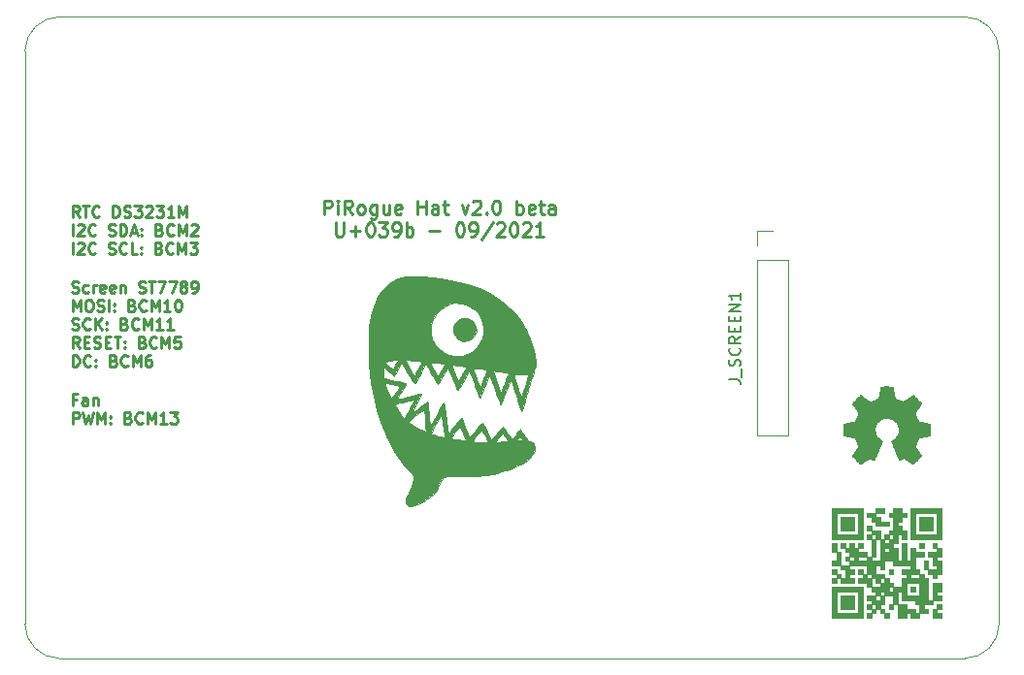
<source format=gto>
G04 #@! TF.GenerationSoftware,KiCad,Pcbnew,6.0.0-d3dd2cf0fa~116~ubuntu21.04.1*
G04 #@! TF.CreationDate,2022-03-07T16:35:49+01:00*
G04 #@! TF.ProjectId,PiRogue-RPi-hat,5069526f-6775-4652-9d52-50692d686174,rev?*
G04 #@! TF.SameCoordinates,PX4efbba0PY7d37aa0*
G04 #@! TF.FileFunction,Legend,Top*
G04 #@! TF.FilePolarity,Positive*
%FSLAX46Y46*%
G04 Gerber Fmt 4.6, Leading zero omitted, Abs format (unit mm)*
G04 Created by KiCad (PCBNEW 6.0.0-d3dd2cf0fa~116~ubuntu21.04.1) date 2022-03-07 16:35:49*
%MOMM*%
%LPD*%
G01*
G04 APERTURE LIST*
G04 #@! TA.AperFunction,Profile*
%ADD10C,0.100000*%
G04 #@! TD*
%ADD11C,0.250000*%
%ADD12C,0.150000*%
%ADD13C,0.120000*%
%ADD14C,0.010000*%
G04 APERTURE END LIST*
D10*
X82006356Y-56057611D02*
G75*
G03*
X85006356Y-53057611I-1J3000001D01*
G01*
X85006356Y-53057611D02*
X85006356Y-3057611D01*
X85006356Y-3057611D02*
G75*
G03*
X82006356Y-57611I-3000001J-1D01*
G01*
X82006356Y-57611D02*
X3026356Y-57611D01*
X26356Y-53057611D02*
G75*
G03*
X3026356Y-56057611I3000001J1D01*
G01*
X3026356Y-56057611D02*
X82006356Y-56057611D01*
X26356Y-3057611D02*
X26356Y-53057611D01*
X3026356Y-57611D02*
G75*
G03*
X26356Y-3057611I1J-3000001D01*
G01*
D11*
X4513928Y-33423571D02*
X4180595Y-33423571D01*
X4180595Y-33947380D02*
X4180595Y-32947380D01*
X4656785Y-32947380D01*
X5466309Y-33947380D02*
X5466309Y-33423571D01*
X5418690Y-33328333D01*
X5323452Y-33280714D01*
X5132976Y-33280714D01*
X5037738Y-33328333D01*
X5466309Y-33899761D02*
X5371071Y-33947380D01*
X5132976Y-33947380D01*
X5037738Y-33899761D01*
X4990119Y-33804523D01*
X4990119Y-33709285D01*
X5037738Y-33614047D01*
X5132976Y-33566428D01*
X5371071Y-33566428D01*
X5466309Y-33518809D01*
X5942500Y-33280714D02*
X5942500Y-33947380D01*
X5942500Y-33375952D02*
X5990119Y-33328333D01*
X6085357Y-33280714D01*
X6228214Y-33280714D01*
X6323452Y-33328333D01*
X6371071Y-33423571D01*
X6371071Y-33947380D01*
X4180595Y-35557380D02*
X4180595Y-34557380D01*
X4561547Y-34557380D01*
X4656785Y-34605000D01*
X4704404Y-34652619D01*
X4752023Y-34747857D01*
X4752023Y-34890714D01*
X4704404Y-34985952D01*
X4656785Y-35033571D01*
X4561547Y-35081190D01*
X4180595Y-35081190D01*
X5085357Y-34557380D02*
X5323452Y-35557380D01*
X5513928Y-34843095D01*
X5704404Y-35557380D01*
X5942500Y-34557380D01*
X6323452Y-35557380D02*
X6323452Y-34557380D01*
X6656785Y-35271666D01*
X6990119Y-34557380D01*
X6990119Y-35557380D01*
X7466309Y-35462142D02*
X7513928Y-35509761D01*
X7466309Y-35557380D01*
X7418690Y-35509761D01*
X7466309Y-35462142D01*
X7466309Y-35557380D01*
X7466309Y-34938333D02*
X7513928Y-34985952D01*
X7466309Y-35033571D01*
X7418690Y-34985952D01*
X7466309Y-34938333D01*
X7466309Y-35033571D01*
X9037738Y-35033571D02*
X9180595Y-35081190D01*
X9228214Y-35128809D01*
X9275833Y-35224047D01*
X9275833Y-35366904D01*
X9228214Y-35462142D01*
X9180595Y-35509761D01*
X9085357Y-35557380D01*
X8704404Y-35557380D01*
X8704404Y-34557380D01*
X9037738Y-34557380D01*
X9132976Y-34605000D01*
X9180595Y-34652619D01*
X9228214Y-34747857D01*
X9228214Y-34843095D01*
X9180595Y-34938333D01*
X9132976Y-34985952D01*
X9037738Y-35033571D01*
X8704404Y-35033571D01*
X10275833Y-35462142D02*
X10228214Y-35509761D01*
X10085357Y-35557380D01*
X9990119Y-35557380D01*
X9847261Y-35509761D01*
X9752023Y-35414523D01*
X9704404Y-35319285D01*
X9656785Y-35128809D01*
X9656785Y-34985952D01*
X9704404Y-34795476D01*
X9752023Y-34700238D01*
X9847261Y-34605000D01*
X9990119Y-34557380D01*
X10085357Y-34557380D01*
X10228214Y-34605000D01*
X10275833Y-34652619D01*
X10704404Y-35557380D02*
X10704404Y-34557380D01*
X11037738Y-35271666D01*
X11371071Y-34557380D01*
X11371071Y-35557380D01*
X12371071Y-35557380D02*
X11799642Y-35557380D01*
X12085357Y-35557380D02*
X12085357Y-34557380D01*
X11990119Y-34700238D01*
X11894880Y-34795476D01*
X11799642Y-34843095D01*
X12704404Y-34557380D02*
X13323452Y-34557380D01*
X12990119Y-34938333D01*
X13132976Y-34938333D01*
X13228214Y-34985952D01*
X13275833Y-35033571D01*
X13323452Y-35128809D01*
X13323452Y-35366904D01*
X13275833Y-35462142D01*
X13228214Y-35509761D01*
X13132976Y-35557380D01*
X12847261Y-35557380D01*
X12752023Y-35509761D01*
X12704404Y-35462142D01*
X4752023Y-17542380D02*
X4418690Y-17066190D01*
X4180595Y-17542380D02*
X4180595Y-16542380D01*
X4561547Y-16542380D01*
X4656785Y-16590000D01*
X4704404Y-16637619D01*
X4752023Y-16732857D01*
X4752023Y-16875714D01*
X4704404Y-16970952D01*
X4656785Y-17018571D01*
X4561547Y-17066190D01*
X4180595Y-17066190D01*
X5037738Y-16542380D02*
X5609166Y-16542380D01*
X5323452Y-17542380D02*
X5323452Y-16542380D01*
X6513928Y-17447142D02*
X6466309Y-17494761D01*
X6323452Y-17542380D01*
X6228214Y-17542380D01*
X6085357Y-17494761D01*
X5990119Y-17399523D01*
X5942500Y-17304285D01*
X5894880Y-17113809D01*
X5894880Y-16970952D01*
X5942500Y-16780476D01*
X5990119Y-16685238D01*
X6085357Y-16590000D01*
X6228214Y-16542380D01*
X6323452Y-16542380D01*
X6466309Y-16590000D01*
X6513928Y-16637619D01*
X7704404Y-17542380D02*
X7704404Y-16542380D01*
X7942500Y-16542380D01*
X8085357Y-16590000D01*
X8180595Y-16685238D01*
X8228214Y-16780476D01*
X8275833Y-16970952D01*
X8275833Y-17113809D01*
X8228214Y-17304285D01*
X8180595Y-17399523D01*
X8085357Y-17494761D01*
X7942500Y-17542380D01*
X7704404Y-17542380D01*
X8656785Y-17494761D02*
X8799642Y-17542380D01*
X9037738Y-17542380D01*
X9132976Y-17494761D01*
X9180595Y-17447142D01*
X9228214Y-17351904D01*
X9228214Y-17256666D01*
X9180595Y-17161428D01*
X9132976Y-17113809D01*
X9037738Y-17066190D01*
X8847261Y-17018571D01*
X8752023Y-16970952D01*
X8704404Y-16923333D01*
X8656785Y-16828095D01*
X8656785Y-16732857D01*
X8704404Y-16637619D01*
X8752023Y-16590000D01*
X8847261Y-16542380D01*
X9085357Y-16542380D01*
X9228214Y-16590000D01*
X9561547Y-16542380D02*
X10180595Y-16542380D01*
X9847261Y-16923333D01*
X9990119Y-16923333D01*
X10085357Y-16970952D01*
X10132976Y-17018571D01*
X10180595Y-17113809D01*
X10180595Y-17351904D01*
X10132976Y-17447142D01*
X10085357Y-17494761D01*
X9990119Y-17542380D01*
X9704404Y-17542380D01*
X9609166Y-17494761D01*
X9561547Y-17447142D01*
X10561547Y-16637619D02*
X10609166Y-16590000D01*
X10704404Y-16542380D01*
X10942500Y-16542380D01*
X11037738Y-16590000D01*
X11085357Y-16637619D01*
X11132976Y-16732857D01*
X11132976Y-16828095D01*
X11085357Y-16970952D01*
X10513928Y-17542380D01*
X11132976Y-17542380D01*
X11466309Y-16542380D02*
X12085357Y-16542380D01*
X11752023Y-16923333D01*
X11894880Y-16923333D01*
X11990119Y-16970952D01*
X12037738Y-17018571D01*
X12085357Y-17113809D01*
X12085357Y-17351904D01*
X12037738Y-17447142D01*
X11990119Y-17494761D01*
X11894880Y-17542380D01*
X11609166Y-17542380D01*
X11513928Y-17494761D01*
X11466309Y-17447142D01*
X13037738Y-17542380D02*
X12466309Y-17542380D01*
X12752023Y-17542380D02*
X12752023Y-16542380D01*
X12656785Y-16685238D01*
X12561547Y-16780476D01*
X12466309Y-16828095D01*
X13466309Y-17542380D02*
X13466309Y-16542380D01*
X13799642Y-17256666D01*
X14132976Y-16542380D01*
X14132976Y-17542380D01*
X4180595Y-19152380D02*
X4180595Y-18152380D01*
X4609166Y-18247619D02*
X4656785Y-18200000D01*
X4752023Y-18152380D01*
X4990119Y-18152380D01*
X5085357Y-18200000D01*
X5132976Y-18247619D01*
X5180595Y-18342857D01*
X5180595Y-18438095D01*
X5132976Y-18580952D01*
X4561547Y-19152380D01*
X5180595Y-19152380D01*
X6180595Y-19057142D02*
X6132976Y-19104761D01*
X5990119Y-19152380D01*
X5894880Y-19152380D01*
X5752023Y-19104761D01*
X5656785Y-19009523D01*
X5609166Y-18914285D01*
X5561547Y-18723809D01*
X5561547Y-18580952D01*
X5609166Y-18390476D01*
X5656785Y-18295238D01*
X5752023Y-18200000D01*
X5894880Y-18152380D01*
X5990119Y-18152380D01*
X6132976Y-18200000D01*
X6180595Y-18247619D01*
X7323452Y-19104761D02*
X7466309Y-19152380D01*
X7704404Y-19152380D01*
X7799642Y-19104761D01*
X7847261Y-19057142D01*
X7894880Y-18961904D01*
X7894880Y-18866666D01*
X7847261Y-18771428D01*
X7799642Y-18723809D01*
X7704404Y-18676190D01*
X7513928Y-18628571D01*
X7418690Y-18580952D01*
X7371071Y-18533333D01*
X7323452Y-18438095D01*
X7323452Y-18342857D01*
X7371071Y-18247619D01*
X7418690Y-18200000D01*
X7513928Y-18152380D01*
X7752023Y-18152380D01*
X7894880Y-18200000D01*
X8323452Y-19152380D02*
X8323452Y-18152380D01*
X8561547Y-18152380D01*
X8704404Y-18200000D01*
X8799642Y-18295238D01*
X8847261Y-18390476D01*
X8894880Y-18580952D01*
X8894880Y-18723809D01*
X8847261Y-18914285D01*
X8799642Y-19009523D01*
X8704404Y-19104761D01*
X8561547Y-19152380D01*
X8323452Y-19152380D01*
X9275833Y-18866666D02*
X9752023Y-18866666D01*
X9180595Y-19152380D02*
X9513928Y-18152380D01*
X9847261Y-19152380D01*
X10180595Y-19057142D02*
X10228214Y-19104761D01*
X10180595Y-19152380D01*
X10132976Y-19104761D01*
X10180595Y-19057142D01*
X10180595Y-19152380D01*
X10180595Y-18533333D02*
X10228214Y-18580952D01*
X10180595Y-18628571D01*
X10132976Y-18580952D01*
X10180595Y-18533333D01*
X10180595Y-18628571D01*
X11752023Y-18628571D02*
X11894880Y-18676190D01*
X11942500Y-18723809D01*
X11990119Y-18819047D01*
X11990119Y-18961904D01*
X11942500Y-19057142D01*
X11894880Y-19104761D01*
X11799642Y-19152380D01*
X11418690Y-19152380D01*
X11418690Y-18152380D01*
X11752023Y-18152380D01*
X11847261Y-18200000D01*
X11894880Y-18247619D01*
X11942500Y-18342857D01*
X11942500Y-18438095D01*
X11894880Y-18533333D01*
X11847261Y-18580952D01*
X11752023Y-18628571D01*
X11418690Y-18628571D01*
X12990119Y-19057142D02*
X12942500Y-19104761D01*
X12799642Y-19152380D01*
X12704404Y-19152380D01*
X12561547Y-19104761D01*
X12466309Y-19009523D01*
X12418690Y-18914285D01*
X12371071Y-18723809D01*
X12371071Y-18580952D01*
X12418690Y-18390476D01*
X12466309Y-18295238D01*
X12561547Y-18200000D01*
X12704404Y-18152380D01*
X12799642Y-18152380D01*
X12942500Y-18200000D01*
X12990119Y-18247619D01*
X13418690Y-19152380D02*
X13418690Y-18152380D01*
X13752023Y-18866666D01*
X14085357Y-18152380D01*
X14085357Y-19152380D01*
X14513928Y-18247619D02*
X14561547Y-18200000D01*
X14656785Y-18152380D01*
X14894880Y-18152380D01*
X14990119Y-18200000D01*
X15037738Y-18247619D01*
X15085357Y-18342857D01*
X15085357Y-18438095D01*
X15037738Y-18580952D01*
X14466309Y-19152380D01*
X15085357Y-19152380D01*
X4180595Y-20762380D02*
X4180595Y-19762380D01*
X4609166Y-19857619D02*
X4656785Y-19810000D01*
X4752023Y-19762380D01*
X4990119Y-19762380D01*
X5085357Y-19810000D01*
X5132976Y-19857619D01*
X5180595Y-19952857D01*
X5180595Y-20048095D01*
X5132976Y-20190952D01*
X4561547Y-20762380D01*
X5180595Y-20762380D01*
X6180595Y-20667142D02*
X6132976Y-20714761D01*
X5990119Y-20762380D01*
X5894880Y-20762380D01*
X5752023Y-20714761D01*
X5656785Y-20619523D01*
X5609166Y-20524285D01*
X5561547Y-20333809D01*
X5561547Y-20190952D01*
X5609166Y-20000476D01*
X5656785Y-19905238D01*
X5752023Y-19810000D01*
X5894880Y-19762380D01*
X5990119Y-19762380D01*
X6132976Y-19810000D01*
X6180595Y-19857619D01*
X7323452Y-20714761D02*
X7466309Y-20762380D01*
X7704404Y-20762380D01*
X7799642Y-20714761D01*
X7847261Y-20667142D01*
X7894880Y-20571904D01*
X7894880Y-20476666D01*
X7847261Y-20381428D01*
X7799642Y-20333809D01*
X7704404Y-20286190D01*
X7513928Y-20238571D01*
X7418690Y-20190952D01*
X7371071Y-20143333D01*
X7323452Y-20048095D01*
X7323452Y-19952857D01*
X7371071Y-19857619D01*
X7418690Y-19810000D01*
X7513928Y-19762380D01*
X7752023Y-19762380D01*
X7894880Y-19810000D01*
X8894880Y-20667142D02*
X8847261Y-20714761D01*
X8704404Y-20762380D01*
X8609166Y-20762380D01*
X8466309Y-20714761D01*
X8371071Y-20619523D01*
X8323452Y-20524285D01*
X8275833Y-20333809D01*
X8275833Y-20190952D01*
X8323452Y-20000476D01*
X8371071Y-19905238D01*
X8466309Y-19810000D01*
X8609166Y-19762380D01*
X8704404Y-19762380D01*
X8847261Y-19810000D01*
X8894880Y-19857619D01*
X9799642Y-20762380D02*
X9323452Y-20762380D01*
X9323452Y-19762380D01*
X10132976Y-20667142D02*
X10180595Y-20714761D01*
X10132976Y-20762380D01*
X10085357Y-20714761D01*
X10132976Y-20667142D01*
X10132976Y-20762380D01*
X10132976Y-20143333D02*
X10180595Y-20190952D01*
X10132976Y-20238571D01*
X10085357Y-20190952D01*
X10132976Y-20143333D01*
X10132976Y-20238571D01*
X11704404Y-20238571D02*
X11847261Y-20286190D01*
X11894880Y-20333809D01*
X11942500Y-20429047D01*
X11942500Y-20571904D01*
X11894880Y-20667142D01*
X11847261Y-20714761D01*
X11752023Y-20762380D01*
X11371071Y-20762380D01*
X11371071Y-19762380D01*
X11704404Y-19762380D01*
X11799642Y-19810000D01*
X11847261Y-19857619D01*
X11894880Y-19952857D01*
X11894880Y-20048095D01*
X11847261Y-20143333D01*
X11799642Y-20190952D01*
X11704404Y-20238571D01*
X11371071Y-20238571D01*
X12942500Y-20667142D02*
X12894880Y-20714761D01*
X12752023Y-20762380D01*
X12656785Y-20762380D01*
X12513928Y-20714761D01*
X12418690Y-20619523D01*
X12371071Y-20524285D01*
X12323452Y-20333809D01*
X12323452Y-20190952D01*
X12371071Y-20000476D01*
X12418690Y-19905238D01*
X12513928Y-19810000D01*
X12656785Y-19762380D01*
X12752023Y-19762380D01*
X12894880Y-19810000D01*
X12942500Y-19857619D01*
X13371071Y-20762380D02*
X13371071Y-19762380D01*
X13704404Y-20476666D01*
X14037738Y-19762380D01*
X14037738Y-20762380D01*
X14418690Y-19762380D02*
X15037738Y-19762380D01*
X14704404Y-20143333D01*
X14847261Y-20143333D01*
X14942500Y-20190952D01*
X14990119Y-20238571D01*
X15037738Y-20333809D01*
X15037738Y-20571904D01*
X14990119Y-20667142D01*
X14942500Y-20714761D01*
X14847261Y-20762380D01*
X14561547Y-20762380D01*
X14466309Y-20714761D01*
X14418690Y-20667142D01*
X26122857Y-17276857D02*
X26122857Y-16076857D01*
X26580000Y-16076857D01*
X26694285Y-16134000D01*
X26751428Y-16191142D01*
X26808571Y-16305428D01*
X26808571Y-16476857D01*
X26751428Y-16591142D01*
X26694285Y-16648285D01*
X26580000Y-16705428D01*
X26122857Y-16705428D01*
X27322857Y-17276857D02*
X27322857Y-16476857D01*
X27322857Y-16076857D02*
X27265714Y-16134000D01*
X27322857Y-16191142D01*
X27380000Y-16134000D01*
X27322857Y-16076857D01*
X27322857Y-16191142D01*
X28580000Y-17276857D02*
X28180000Y-16705428D01*
X27894285Y-17276857D02*
X27894285Y-16076857D01*
X28351428Y-16076857D01*
X28465714Y-16134000D01*
X28522857Y-16191142D01*
X28580000Y-16305428D01*
X28580000Y-16476857D01*
X28522857Y-16591142D01*
X28465714Y-16648285D01*
X28351428Y-16705428D01*
X27894285Y-16705428D01*
X29265714Y-17276857D02*
X29151428Y-17219714D01*
X29094285Y-17162571D01*
X29037142Y-17048285D01*
X29037142Y-16705428D01*
X29094285Y-16591142D01*
X29151428Y-16534000D01*
X29265714Y-16476857D01*
X29437142Y-16476857D01*
X29551428Y-16534000D01*
X29608571Y-16591142D01*
X29665714Y-16705428D01*
X29665714Y-17048285D01*
X29608571Y-17162571D01*
X29551428Y-17219714D01*
X29437142Y-17276857D01*
X29265714Y-17276857D01*
X30694285Y-16476857D02*
X30694285Y-17448285D01*
X30637142Y-17562571D01*
X30580000Y-17619714D01*
X30465714Y-17676857D01*
X30294285Y-17676857D01*
X30180000Y-17619714D01*
X30694285Y-17219714D02*
X30580000Y-17276857D01*
X30351428Y-17276857D01*
X30237142Y-17219714D01*
X30180000Y-17162571D01*
X30122857Y-17048285D01*
X30122857Y-16705428D01*
X30180000Y-16591142D01*
X30237142Y-16534000D01*
X30351428Y-16476857D01*
X30580000Y-16476857D01*
X30694285Y-16534000D01*
X31780000Y-16476857D02*
X31780000Y-17276857D01*
X31265714Y-16476857D02*
X31265714Y-17105428D01*
X31322857Y-17219714D01*
X31437142Y-17276857D01*
X31608571Y-17276857D01*
X31722857Y-17219714D01*
X31780000Y-17162571D01*
X32808571Y-17219714D02*
X32694285Y-17276857D01*
X32465714Y-17276857D01*
X32351428Y-17219714D01*
X32294285Y-17105428D01*
X32294285Y-16648285D01*
X32351428Y-16534000D01*
X32465714Y-16476857D01*
X32694285Y-16476857D01*
X32808571Y-16534000D01*
X32865714Y-16648285D01*
X32865714Y-16762571D01*
X32294285Y-16876857D01*
X34294285Y-17276857D02*
X34294285Y-16076857D01*
X34294285Y-16648285D02*
X34980000Y-16648285D01*
X34980000Y-17276857D02*
X34980000Y-16076857D01*
X36065714Y-17276857D02*
X36065714Y-16648285D01*
X36008571Y-16534000D01*
X35894285Y-16476857D01*
X35665714Y-16476857D01*
X35551428Y-16534000D01*
X36065714Y-17219714D02*
X35951428Y-17276857D01*
X35665714Y-17276857D01*
X35551428Y-17219714D01*
X35494285Y-17105428D01*
X35494285Y-16991142D01*
X35551428Y-16876857D01*
X35665714Y-16819714D01*
X35951428Y-16819714D01*
X36065714Y-16762571D01*
X36465714Y-16476857D02*
X36922857Y-16476857D01*
X36637142Y-16076857D02*
X36637142Y-17105428D01*
X36694285Y-17219714D01*
X36808571Y-17276857D01*
X36922857Y-17276857D01*
X38122857Y-16476857D02*
X38408571Y-17276857D01*
X38694285Y-16476857D01*
X39094285Y-16191142D02*
X39151428Y-16134000D01*
X39265714Y-16076857D01*
X39551428Y-16076857D01*
X39665714Y-16134000D01*
X39722857Y-16191142D01*
X39780000Y-16305428D01*
X39780000Y-16419714D01*
X39722857Y-16591142D01*
X39037142Y-17276857D01*
X39780000Y-17276857D01*
X40294285Y-17162571D02*
X40351428Y-17219714D01*
X40294285Y-17276857D01*
X40237142Y-17219714D01*
X40294285Y-17162571D01*
X40294285Y-17276857D01*
X41094285Y-16076857D02*
X41208571Y-16076857D01*
X41322857Y-16134000D01*
X41380000Y-16191142D01*
X41437142Y-16305428D01*
X41494285Y-16534000D01*
X41494285Y-16819714D01*
X41437142Y-17048285D01*
X41380000Y-17162571D01*
X41322857Y-17219714D01*
X41208571Y-17276857D01*
X41094285Y-17276857D01*
X40980000Y-17219714D01*
X40922857Y-17162571D01*
X40865714Y-17048285D01*
X40808571Y-16819714D01*
X40808571Y-16534000D01*
X40865714Y-16305428D01*
X40922857Y-16191142D01*
X40980000Y-16134000D01*
X41094285Y-16076857D01*
X42922857Y-17276857D02*
X42922857Y-16076857D01*
X42922857Y-16534000D02*
X43037142Y-16476857D01*
X43265714Y-16476857D01*
X43379999Y-16534000D01*
X43437142Y-16591142D01*
X43494285Y-16705428D01*
X43494285Y-17048285D01*
X43437142Y-17162571D01*
X43379999Y-17219714D01*
X43265714Y-17276857D01*
X43037142Y-17276857D01*
X42922857Y-17219714D01*
X44465714Y-17219714D02*
X44351428Y-17276857D01*
X44122857Y-17276857D01*
X44008571Y-17219714D01*
X43951428Y-17105428D01*
X43951428Y-16648285D01*
X44008571Y-16534000D01*
X44122857Y-16476857D01*
X44351428Y-16476857D01*
X44465714Y-16534000D01*
X44522857Y-16648285D01*
X44522857Y-16762571D01*
X43951428Y-16876857D01*
X44865714Y-16476857D02*
X45322857Y-16476857D01*
X45037142Y-16076857D02*
X45037142Y-17105428D01*
X45094285Y-17219714D01*
X45208571Y-17276857D01*
X45322857Y-17276857D01*
X46237142Y-17276857D02*
X46237142Y-16648285D01*
X46180000Y-16534000D01*
X46065714Y-16476857D01*
X45837142Y-16476857D01*
X45722857Y-16534000D01*
X46237142Y-17219714D02*
X46122857Y-17276857D01*
X45837142Y-17276857D01*
X45722857Y-17219714D01*
X45665714Y-17105428D01*
X45665714Y-16991142D01*
X45722857Y-16876857D01*
X45837142Y-16819714D01*
X46122857Y-16819714D01*
X46237142Y-16762571D01*
X27122857Y-18008857D02*
X27122857Y-18980285D01*
X27180000Y-19094571D01*
X27237142Y-19151714D01*
X27351428Y-19208857D01*
X27580000Y-19208857D01*
X27694285Y-19151714D01*
X27751428Y-19094571D01*
X27808571Y-18980285D01*
X27808571Y-18008857D01*
X28380000Y-18751714D02*
X29294285Y-18751714D01*
X28837142Y-19208857D02*
X28837142Y-18294571D01*
X30094285Y-18008857D02*
X30208571Y-18008857D01*
X30322857Y-18066000D01*
X30380000Y-18123142D01*
X30437142Y-18237428D01*
X30494285Y-18466000D01*
X30494285Y-18751714D01*
X30437142Y-18980285D01*
X30380000Y-19094571D01*
X30322857Y-19151714D01*
X30208571Y-19208857D01*
X30094285Y-19208857D01*
X29980000Y-19151714D01*
X29922857Y-19094571D01*
X29865714Y-18980285D01*
X29808571Y-18751714D01*
X29808571Y-18466000D01*
X29865714Y-18237428D01*
X29922857Y-18123142D01*
X29980000Y-18066000D01*
X30094285Y-18008857D01*
X30894285Y-18008857D02*
X31637142Y-18008857D01*
X31237142Y-18466000D01*
X31408571Y-18466000D01*
X31522857Y-18523142D01*
X31580000Y-18580285D01*
X31637142Y-18694571D01*
X31637142Y-18980285D01*
X31580000Y-19094571D01*
X31522857Y-19151714D01*
X31408571Y-19208857D01*
X31065714Y-19208857D01*
X30951428Y-19151714D01*
X30894285Y-19094571D01*
X32208571Y-19208857D02*
X32437142Y-19208857D01*
X32551428Y-19151714D01*
X32608571Y-19094571D01*
X32722857Y-18923142D01*
X32780000Y-18694571D01*
X32780000Y-18237428D01*
X32722857Y-18123142D01*
X32665714Y-18066000D01*
X32551428Y-18008857D01*
X32322857Y-18008857D01*
X32208571Y-18066000D01*
X32151428Y-18123142D01*
X32094285Y-18237428D01*
X32094285Y-18523142D01*
X32151428Y-18637428D01*
X32208571Y-18694571D01*
X32322857Y-18751714D01*
X32551428Y-18751714D01*
X32665714Y-18694571D01*
X32722857Y-18637428D01*
X32780000Y-18523142D01*
X33294285Y-19208857D02*
X33294285Y-18008857D01*
X33294285Y-18466000D02*
X33408571Y-18408857D01*
X33637142Y-18408857D01*
X33751428Y-18466000D01*
X33808571Y-18523142D01*
X33865714Y-18637428D01*
X33865714Y-18980285D01*
X33808571Y-19094571D01*
X33751428Y-19151714D01*
X33637142Y-19208857D01*
X33408571Y-19208857D01*
X33294285Y-19151714D01*
X35294285Y-18751714D02*
X36208571Y-18751714D01*
X37922857Y-18008857D02*
X38037142Y-18008857D01*
X38151428Y-18066000D01*
X38208571Y-18123142D01*
X38265714Y-18237428D01*
X38322857Y-18466000D01*
X38322857Y-18751714D01*
X38265714Y-18980285D01*
X38208571Y-19094571D01*
X38151428Y-19151714D01*
X38037142Y-19208857D01*
X37922857Y-19208857D01*
X37808571Y-19151714D01*
X37751428Y-19094571D01*
X37694285Y-18980285D01*
X37637142Y-18751714D01*
X37637142Y-18466000D01*
X37694285Y-18237428D01*
X37751428Y-18123142D01*
X37808571Y-18066000D01*
X37922857Y-18008857D01*
X38894285Y-19208857D02*
X39122857Y-19208857D01*
X39237142Y-19151714D01*
X39294285Y-19094571D01*
X39408571Y-18923142D01*
X39465714Y-18694571D01*
X39465714Y-18237428D01*
X39408571Y-18123142D01*
X39351428Y-18066000D01*
X39237142Y-18008857D01*
X39008571Y-18008857D01*
X38894285Y-18066000D01*
X38837142Y-18123142D01*
X38780000Y-18237428D01*
X38780000Y-18523142D01*
X38837142Y-18637428D01*
X38894285Y-18694571D01*
X39008571Y-18751714D01*
X39237142Y-18751714D01*
X39351428Y-18694571D01*
X39408571Y-18637428D01*
X39465714Y-18523142D01*
X40837142Y-17951714D02*
X39808571Y-19494571D01*
X41179999Y-18123142D02*
X41237142Y-18066000D01*
X41351428Y-18008857D01*
X41637142Y-18008857D01*
X41751428Y-18066000D01*
X41808571Y-18123142D01*
X41865714Y-18237428D01*
X41865714Y-18351714D01*
X41808571Y-18523142D01*
X41122857Y-19208857D01*
X41865714Y-19208857D01*
X42608571Y-18008857D02*
X42722857Y-18008857D01*
X42837142Y-18066000D01*
X42894285Y-18123142D01*
X42951428Y-18237428D01*
X43008571Y-18466000D01*
X43008571Y-18751714D01*
X42951428Y-18980285D01*
X42894285Y-19094571D01*
X42837142Y-19151714D01*
X42722857Y-19208857D01*
X42608571Y-19208857D01*
X42494285Y-19151714D01*
X42437142Y-19094571D01*
X42379999Y-18980285D01*
X42322857Y-18751714D01*
X42322857Y-18466000D01*
X42379999Y-18237428D01*
X42437142Y-18123142D01*
X42494285Y-18066000D01*
X42608571Y-18008857D01*
X43465714Y-18123142D02*
X43522857Y-18066000D01*
X43637142Y-18008857D01*
X43922857Y-18008857D01*
X44037142Y-18066000D01*
X44094285Y-18123142D01*
X44151428Y-18237428D01*
X44151428Y-18351714D01*
X44094285Y-18523142D01*
X43408571Y-19208857D01*
X44151428Y-19208857D01*
X45294285Y-19208857D02*
X44608571Y-19208857D01*
X44951428Y-19208857D02*
X44951428Y-18008857D01*
X44837142Y-18180285D01*
X44722857Y-18294571D01*
X44608571Y-18351714D01*
X4132976Y-24084761D02*
X4275833Y-24132380D01*
X4513928Y-24132380D01*
X4609166Y-24084761D01*
X4656785Y-24037142D01*
X4704404Y-23941904D01*
X4704404Y-23846666D01*
X4656785Y-23751428D01*
X4609166Y-23703809D01*
X4513928Y-23656190D01*
X4323452Y-23608571D01*
X4228214Y-23560952D01*
X4180595Y-23513333D01*
X4132976Y-23418095D01*
X4132976Y-23322857D01*
X4180595Y-23227619D01*
X4228214Y-23180000D01*
X4323452Y-23132380D01*
X4561547Y-23132380D01*
X4704404Y-23180000D01*
X5561547Y-24084761D02*
X5466309Y-24132380D01*
X5275833Y-24132380D01*
X5180595Y-24084761D01*
X5132976Y-24037142D01*
X5085357Y-23941904D01*
X5085357Y-23656190D01*
X5132976Y-23560952D01*
X5180595Y-23513333D01*
X5275833Y-23465714D01*
X5466309Y-23465714D01*
X5561547Y-23513333D01*
X5990119Y-24132380D02*
X5990119Y-23465714D01*
X5990119Y-23656190D02*
X6037738Y-23560952D01*
X6085357Y-23513333D01*
X6180595Y-23465714D01*
X6275833Y-23465714D01*
X6990119Y-24084761D02*
X6894880Y-24132380D01*
X6704404Y-24132380D01*
X6609166Y-24084761D01*
X6561547Y-23989523D01*
X6561547Y-23608571D01*
X6609166Y-23513333D01*
X6704404Y-23465714D01*
X6894880Y-23465714D01*
X6990119Y-23513333D01*
X7037738Y-23608571D01*
X7037738Y-23703809D01*
X6561547Y-23799047D01*
X7847261Y-24084761D02*
X7752023Y-24132380D01*
X7561547Y-24132380D01*
X7466309Y-24084761D01*
X7418690Y-23989523D01*
X7418690Y-23608571D01*
X7466309Y-23513333D01*
X7561547Y-23465714D01*
X7752023Y-23465714D01*
X7847261Y-23513333D01*
X7894880Y-23608571D01*
X7894880Y-23703809D01*
X7418690Y-23799047D01*
X8323452Y-23465714D02*
X8323452Y-24132380D01*
X8323452Y-23560952D02*
X8371071Y-23513333D01*
X8466309Y-23465714D01*
X8609166Y-23465714D01*
X8704404Y-23513333D01*
X8752023Y-23608571D01*
X8752023Y-24132380D01*
X9942500Y-24084761D02*
X10085357Y-24132380D01*
X10323452Y-24132380D01*
X10418690Y-24084761D01*
X10466309Y-24037142D01*
X10513928Y-23941904D01*
X10513928Y-23846666D01*
X10466309Y-23751428D01*
X10418690Y-23703809D01*
X10323452Y-23656190D01*
X10132976Y-23608571D01*
X10037738Y-23560952D01*
X9990119Y-23513333D01*
X9942500Y-23418095D01*
X9942500Y-23322857D01*
X9990119Y-23227619D01*
X10037738Y-23180000D01*
X10132976Y-23132380D01*
X10371071Y-23132380D01*
X10513928Y-23180000D01*
X10799642Y-23132380D02*
X11371071Y-23132380D01*
X11085357Y-24132380D02*
X11085357Y-23132380D01*
X11609166Y-23132380D02*
X12275833Y-23132380D01*
X11847261Y-24132380D01*
X12561547Y-23132380D02*
X13228214Y-23132380D01*
X12799642Y-24132380D01*
X13752023Y-23560952D02*
X13656785Y-23513333D01*
X13609166Y-23465714D01*
X13561547Y-23370476D01*
X13561547Y-23322857D01*
X13609166Y-23227619D01*
X13656785Y-23180000D01*
X13752023Y-23132380D01*
X13942500Y-23132380D01*
X14037738Y-23180000D01*
X14085357Y-23227619D01*
X14132976Y-23322857D01*
X14132976Y-23370476D01*
X14085357Y-23465714D01*
X14037738Y-23513333D01*
X13942500Y-23560952D01*
X13752023Y-23560952D01*
X13656785Y-23608571D01*
X13609166Y-23656190D01*
X13561547Y-23751428D01*
X13561547Y-23941904D01*
X13609166Y-24037142D01*
X13656785Y-24084761D01*
X13752023Y-24132380D01*
X13942500Y-24132380D01*
X14037738Y-24084761D01*
X14085357Y-24037142D01*
X14132976Y-23941904D01*
X14132976Y-23751428D01*
X14085357Y-23656190D01*
X14037738Y-23608571D01*
X13942500Y-23560952D01*
X14609166Y-24132380D02*
X14799642Y-24132380D01*
X14894880Y-24084761D01*
X14942500Y-24037142D01*
X15037738Y-23894285D01*
X15085357Y-23703809D01*
X15085357Y-23322857D01*
X15037738Y-23227619D01*
X14990119Y-23180000D01*
X14894880Y-23132380D01*
X14704404Y-23132380D01*
X14609166Y-23180000D01*
X14561547Y-23227619D01*
X14513928Y-23322857D01*
X14513928Y-23560952D01*
X14561547Y-23656190D01*
X14609166Y-23703809D01*
X14704404Y-23751428D01*
X14894880Y-23751428D01*
X14990119Y-23703809D01*
X15037738Y-23656190D01*
X15085357Y-23560952D01*
X4180595Y-25742380D02*
X4180595Y-24742380D01*
X4513928Y-25456666D01*
X4847261Y-24742380D01*
X4847261Y-25742380D01*
X5513928Y-24742380D02*
X5704404Y-24742380D01*
X5799642Y-24790000D01*
X5894880Y-24885238D01*
X5942500Y-25075714D01*
X5942500Y-25409047D01*
X5894880Y-25599523D01*
X5799642Y-25694761D01*
X5704404Y-25742380D01*
X5513928Y-25742380D01*
X5418690Y-25694761D01*
X5323452Y-25599523D01*
X5275833Y-25409047D01*
X5275833Y-25075714D01*
X5323452Y-24885238D01*
X5418690Y-24790000D01*
X5513928Y-24742380D01*
X6323452Y-25694761D02*
X6466309Y-25742380D01*
X6704404Y-25742380D01*
X6799642Y-25694761D01*
X6847261Y-25647142D01*
X6894880Y-25551904D01*
X6894880Y-25456666D01*
X6847261Y-25361428D01*
X6799642Y-25313809D01*
X6704404Y-25266190D01*
X6513928Y-25218571D01*
X6418690Y-25170952D01*
X6371071Y-25123333D01*
X6323452Y-25028095D01*
X6323452Y-24932857D01*
X6371071Y-24837619D01*
X6418690Y-24790000D01*
X6513928Y-24742380D01*
X6752023Y-24742380D01*
X6894880Y-24790000D01*
X7323452Y-25742380D02*
X7323452Y-24742380D01*
X7799642Y-25647142D02*
X7847261Y-25694761D01*
X7799642Y-25742380D01*
X7752023Y-25694761D01*
X7799642Y-25647142D01*
X7799642Y-25742380D01*
X7799642Y-25123333D02*
X7847261Y-25170952D01*
X7799642Y-25218571D01*
X7752023Y-25170952D01*
X7799642Y-25123333D01*
X7799642Y-25218571D01*
X9371071Y-25218571D02*
X9513928Y-25266190D01*
X9561547Y-25313809D01*
X9609166Y-25409047D01*
X9609166Y-25551904D01*
X9561547Y-25647142D01*
X9513928Y-25694761D01*
X9418690Y-25742380D01*
X9037738Y-25742380D01*
X9037738Y-24742380D01*
X9371071Y-24742380D01*
X9466309Y-24790000D01*
X9513928Y-24837619D01*
X9561547Y-24932857D01*
X9561547Y-25028095D01*
X9513928Y-25123333D01*
X9466309Y-25170952D01*
X9371071Y-25218571D01*
X9037738Y-25218571D01*
X10609166Y-25647142D02*
X10561547Y-25694761D01*
X10418690Y-25742380D01*
X10323452Y-25742380D01*
X10180595Y-25694761D01*
X10085357Y-25599523D01*
X10037738Y-25504285D01*
X9990119Y-25313809D01*
X9990119Y-25170952D01*
X10037738Y-24980476D01*
X10085357Y-24885238D01*
X10180595Y-24790000D01*
X10323452Y-24742380D01*
X10418690Y-24742380D01*
X10561547Y-24790000D01*
X10609166Y-24837619D01*
X11037738Y-25742380D02*
X11037738Y-24742380D01*
X11371071Y-25456666D01*
X11704404Y-24742380D01*
X11704404Y-25742380D01*
X12704404Y-25742380D02*
X12132976Y-25742380D01*
X12418690Y-25742380D02*
X12418690Y-24742380D01*
X12323452Y-24885238D01*
X12228214Y-24980476D01*
X12132976Y-25028095D01*
X13323452Y-24742380D02*
X13418690Y-24742380D01*
X13513928Y-24790000D01*
X13561547Y-24837619D01*
X13609166Y-24932857D01*
X13656785Y-25123333D01*
X13656785Y-25361428D01*
X13609166Y-25551904D01*
X13561547Y-25647142D01*
X13513928Y-25694761D01*
X13418690Y-25742380D01*
X13323452Y-25742380D01*
X13228214Y-25694761D01*
X13180595Y-25647142D01*
X13132976Y-25551904D01*
X13085357Y-25361428D01*
X13085357Y-25123333D01*
X13132976Y-24932857D01*
X13180595Y-24837619D01*
X13228214Y-24790000D01*
X13323452Y-24742380D01*
X4132976Y-27304761D02*
X4275833Y-27352380D01*
X4513928Y-27352380D01*
X4609166Y-27304761D01*
X4656785Y-27257142D01*
X4704404Y-27161904D01*
X4704404Y-27066666D01*
X4656785Y-26971428D01*
X4609166Y-26923809D01*
X4513928Y-26876190D01*
X4323452Y-26828571D01*
X4228214Y-26780952D01*
X4180595Y-26733333D01*
X4132976Y-26638095D01*
X4132976Y-26542857D01*
X4180595Y-26447619D01*
X4228214Y-26400000D01*
X4323452Y-26352380D01*
X4561547Y-26352380D01*
X4704404Y-26400000D01*
X5704404Y-27257142D02*
X5656785Y-27304761D01*
X5513928Y-27352380D01*
X5418690Y-27352380D01*
X5275833Y-27304761D01*
X5180595Y-27209523D01*
X5132976Y-27114285D01*
X5085357Y-26923809D01*
X5085357Y-26780952D01*
X5132976Y-26590476D01*
X5180595Y-26495238D01*
X5275833Y-26400000D01*
X5418690Y-26352380D01*
X5513928Y-26352380D01*
X5656785Y-26400000D01*
X5704404Y-26447619D01*
X6132976Y-27352380D02*
X6132976Y-26352380D01*
X6704404Y-27352380D02*
X6275833Y-26780952D01*
X6704404Y-26352380D02*
X6132976Y-26923809D01*
X7132976Y-27257142D02*
X7180595Y-27304761D01*
X7132976Y-27352380D01*
X7085357Y-27304761D01*
X7132976Y-27257142D01*
X7132976Y-27352380D01*
X7132976Y-26733333D02*
X7180595Y-26780952D01*
X7132976Y-26828571D01*
X7085357Y-26780952D01*
X7132976Y-26733333D01*
X7132976Y-26828571D01*
X8704404Y-26828571D02*
X8847261Y-26876190D01*
X8894880Y-26923809D01*
X8942500Y-27019047D01*
X8942500Y-27161904D01*
X8894880Y-27257142D01*
X8847261Y-27304761D01*
X8752023Y-27352380D01*
X8371071Y-27352380D01*
X8371071Y-26352380D01*
X8704404Y-26352380D01*
X8799642Y-26400000D01*
X8847261Y-26447619D01*
X8894880Y-26542857D01*
X8894880Y-26638095D01*
X8847261Y-26733333D01*
X8799642Y-26780952D01*
X8704404Y-26828571D01*
X8371071Y-26828571D01*
X9942500Y-27257142D02*
X9894880Y-27304761D01*
X9752023Y-27352380D01*
X9656785Y-27352380D01*
X9513928Y-27304761D01*
X9418690Y-27209523D01*
X9371071Y-27114285D01*
X9323452Y-26923809D01*
X9323452Y-26780952D01*
X9371071Y-26590476D01*
X9418690Y-26495238D01*
X9513928Y-26400000D01*
X9656785Y-26352380D01*
X9752023Y-26352380D01*
X9894880Y-26400000D01*
X9942500Y-26447619D01*
X10371071Y-27352380D02*
X10371071Y-26352380D01*
X10704404Y-27066666D01*
X11037738Y-26352380D01*
X11037738Y-27352380D01*
X12037738Y-27352380D02*
X11466309Y-27352380D01*
X11752023Y-27352380D02*
X11752023Y-26352380D01*
X11656785Y-26495238D01*
X11561547Y-26590476D01*
X11466309Y-26638095D01*
X12990119Y-27352380D02*
X12418690Y-27352380D01*
X12704404Y-27352380D02*
X12704404Y-26352380D01*
X12609166Y-26495238D01*
X12513928Y-26590476D01*
X12418690Y-26638095D01*
X4752023Y-28962380D02*
X4418690Y-28486190D01*
X4180595Y-28962380D02*
X4180595Y-27962380D01*
X4561547Y-27962380D01*
X4656785Y-28010000D01*
X4704404Y-28057619D01*
X4752023Y-28152857D01*
X4752023Y-28295714D01*
X4704404Y-28390952D01*
X4656785Y-28438571D01*
X4561547Y-28486190D01*
X4180595Y-28486190D01*
X5180595Y-28438571D02*
X5513928Y-28438571D01*
X5656785Y-28962380D02*
X5180595Y-28962380D01*
X5180595Y-27962380D01*
X5656785Y-27962380D01*
X6037738Y-28914761D02*
X6180595Y-28962380D01*
X6418690Y-28962380D01*
X6513928Y-28914761D01*
X6561547Y-28867142D01*
X6609166Y-28771904D01*
X6609166Y-28676666D01*
X6561547Y-28581428D01*
X6513928Y-28533809D01*
X6418690Y-28486190D01*
X6228214Y-28438571D01*
X6132976Y-28390952D01*
X6085357Y-28343333D01*
X6037738Y-28248095D01*
X6037738Y-28152857D01*
X6085357Y-28057619D01*
X6132976Y-28010000D01*
X6228214Y-27962380D01*
X6466309Y-27962380D01*
X6609166Y-28010000D01*
X7037738Y-28438571D02*
X7371071Y-28438571D01*
X7513928Y-28962380D02*
X7037738Y-28962380D01*
X7037738Y-27962380D01*
X7513928Y-27962380D01*
X7799642Y-27962380D02*
X8371071Y-27962380D01*
X8085357Y-28962380D02*
X8085357Y-27962380D01*
X8704404Y-28867142D02*
X8752023Y-28914761D01*
X8704404Y-28962380D01*
X8656785Y-28914761D01*
X8704404Y-28867142D01*
X8704404Y-28962380D01*
X8704404Y-28343333D02*
X8752023Y-28390952D01*
X8704404Y-28438571D01*
X8656785Y-28390952D01*
X8704404Y-28343333D01*
X8704404Y-28438571D01*
X10275833Y-28438571D02*
X10418690Y-28486190D01*
X10466309Y-28533809D01*
X10513928Y-28629047D01*
X10513928Y-28771904D01*
X10466309Y-28867142D01*
X10418690Y-28914761D01*
X10323452Y-28962380D01*
X9942500Y-28962380D01*
X9942500Y-27962380D01*
X10275833Y-27962380D01*
X10371071Y-28010000D01*
X10418690Y-28057619D01*
X10466309Y-28152857D01*
X10466309Y-28248095D01*
X10418690Y-28343333D01*
X10371071Y-28390952D01*
X10275833Y-28438571D01*
X9942500Y-28438571D01*
X11513928Y-28867142D02*
X11466309Y-28914761D01*
X11323452Y-28962380D01*
X11228214Y-28962380D01*
X11085357Y-28914761D01*
X10990119Y-28819523D01*
X10942500Y-28724285D01*
X10894880Y-28533809D01*
X10894880Y-28390952D01*
X10942500Y-28200476D01*
X10990119Y-28105238D01*
X11085357Y-28010000D01*
X11228214Y-27962380D01*
X11323452Y-27962380D01*
X11466309Y-28010000D01*
X11513928Y-28057619D01*
X11942500Y-28962380D02*
X11942500Y-27962380D01*
X12275833Y-28676666D01*
X12609166Y-27962380D01*
X12609166Y-28962380D01*
X13561547Y-27962380D02*
X13085357Y-27962380D01*
X13037738Y-28438571D01*
X13085357Y-28390952D01*
X13180595Y-28343333D01*
X13418690Y-28343333D01*
X13513928Y-28390952D01*
X13561547Y-28438571D01*
X13609166Y-28533809D01*
X13609166Y-28771904D01*
X13561547Y-28867142D01*
X13513928Y-28914761D01*
X13418690Y-28962380D01*
X13180595Y-28962380D01*
X13085357Y-28914761D01*
X13037738Y-28867142D01*
X4180595Y-30572380D02*
X4180595Y-29572380D01*
X4418690Y-29572380D01*
X4561547Y-29620000D01*
X4656785Y-29715238D01*
X4704404Y-29810476D01*
X4752023Y-30000952D01*
X4752023Y-30143809D01*
X4704404Y-30334285D01*
X4656785Y-30429523D01*
X4561547Y-30524761D01*
X4418690Y-30572380D01*
X4180595Y-30572380D01*
X5752023Y-30477142D02*
X5704404Y-30524761D01*
X5561547Y-30572380D01*
X5466309Y-30572380D01*
X5323452Y-30524761D01*
X5228214Y-30429523D01*
X5180595Y-30334285D01*
X5132976Y-30143809D01*
X5132976Y-30000952D01*
X5180595Y-29810476D01*
X5228214Y-29715238D01*
X5323452Y-29620000D01*
X5466309Y-29572380D01*
X5561547Y-29572380D01*
X5704404Y-29620000D01*
X5752023Y-29667619D01*
X6180595Y-30477142D02*
X6228214Y-30524761D01*
X6180595Y-30572380D01*
X6132976Y-30524761D01*
X6180595Y-30477142D01*
X6180595Y-30572380D01*
X6180595Y-29953333D02*
X6228214Y-30000952D01*
X6180595Y-30048571D01*
X6132976Y-30000952D01*
X6180595Y-29953333D01*
X6180595Y-30048571D01*
X7752023Y-30048571D02*
X7894880Y-30096190D01*
X7942500Y-30143809D01*
X7990119Y-30239047D01*
X7990119Y-30381904D01*
X7942500Y-30477142D01*
X7894880Y-30524761D01*
X7799642Y-30572380D01*
X7418690Y-30572380D01*
X7418690Y-29572380D01*
X7752023Y-29572380D01*
X7847261Y-29620000D01*
X7894880Y-29667619D01*
X7942500Y-29762857D01*
X7942500Y-29858095D01*
X7894880Y-29953333D01*
X7847261Y-30000952D01*
X7752023Y-30048571D01*
X7418690Y-30048571D01*
X8990119Y-30477142D02*
X8942500Y-30524761D01*
X8799642Y-30572380D01*
X8704404Y-30572380D01*
X8561547Y-30524761D01*
X8466309Y-30429523D01*
X8418690Y-30334285D01*
X8371071Y-30143809D01*
X8371071Y-30000952D01*
X8418690Y-29810476D01*
X8466309Y-29715238D01*
X8561547Y-29620000D01*
X8704404Y-29572380D01*
X8799642Y-29572380D01*
X8942500Y-29620000D01*
X8990119Y-29667619D01*
X9418690Y-30572380D02*
X9418690Y-29572380D01*
X9752023Y-30286666D01*
X10085357Y-29572380D01*
X10085357Y-30572380D01*
X10990119Y-29572380D02*
X10799642Y-29572380D01*
X10704404Y-29620000D01*
X10656785Y-29667619D01*
X10561547Y-29810476D01*
X10513928Y-30000952D01*
X10513928Y-30381904D01*
X10561547Y-30477142D01*
X10609166Y-30524761D01*
X10704404Y-30572380D01*
X10894880Y-30572380D01*
X10990119Y-30524761D01*
X11037738Y-30477142D01*
X11085357Y-30381904D01*
X11085357Y-30143809D01*
X11037738Y-30048571D01*
X10990119Y-30000952D01*
X10894880Y-29953333D01*
X10704404Y-29953333D01*
X10609166Y-30000952D01*
X10561547Y-30048571D01*
X10513928Y-30143809D01*
D12*
X61432380Y-31719047D02*
X62146666Y-31719047D01*
X62289523Y-31766666D01*
X62384761Y-31861904D01*
X62432380Y-32004761D01*
X62432380Y-32100000D01*
X62527619Y-31480952D02*
X62527619Y-30719047D01*
X62384761Y-30528571D02*
X62432380Y-30385714D01*
X62432380Y-30147619D01*
X62384761Y-30052380D01*
X62337142Y-30004761D01*
X62241904Y-29957142D01*
X62146666Y-29957142D01*
X62051428Y-30004761D01*
X62003809Y-30052380D01*
X61956190Y-30147619D01*
X61908571Y-30338095D01*
X61860952Y-30433333D01*
X61813333Y-30480952D01*
X61718095Y-30528571D01*
X61622857Y-30528571D01*
X61527619Y-30480952D01*
X61480000Y-30433333D01*
X61432380Y-30338095D01*
X61432380Y-30100000D01*
X61480000Y-29957142D01*
X62337142Y-28957142D02*
X62384761Y-29004761D01*
X62432380Y-29147619D01*
X62432380Y-29242857D01*
X62384761Y-29385714D01*
X62289523Y-29480952D01*
X62194285Y-29528571D01*
X62003809Y-29576190D01*
X61860952Y-29576190D01*
X61670476Y-29528571D01*
X61575238Y-29480952D01*
X61480000Y-29385714D01*
X61432380Y-29242857D01*
X61432380Y-29147619D01*
X61480000Y-29004761D01*
X61527619Y-28957142D01*
X62432380Y-27957142D02*
X61956190Y-28290476D01*
X62432380Y-28528571D02*
X61432380Y-28528571D01*
X61432380Y-28147619D01*
X61480000Y-28052380D01*
X61527619Y-28004761D01*
X61622857Y-27957142D01*
X61765714Y-27957142D01*
X61860952Y-28004761D01*
X61908571Y-28052380D01*
X61956190Y-28147619D01*
X61956190Y-28528571D01*
X61908571Y-27528571D02*
X61908571Y-27195238D01*
X62432380Y-27052380D02*
X62432380Y-27528571D01*
X61432380Y-27528571D01*
X61432380Y-27052380D01*
X61908571Y-26623809D02*
X61908571Y-26290476D01*
X62432380Y-26147619D02*
X62432380Y-26623809D01*
X61432380Y-26623809D01*
X61432380Y-26147619D01*
X62432380Y-25719047D02*
X61432380Y-25719047D01*
X62432380Y-25147619D01*
X61432380Y-25147619D01*
X62432380Y-24147619D02*
X62432380Y-24719047D01*
X62432380Y-24433333D02*
X61432380Y-24433333D01*
X61575238Y-24528571D01*
X61670476Y-24623809D01*
X61718095Y-24719047D01*
D13*
X63900000Y-18710000D02*
X65230000Y-18710000D01*
X63900000Y-20040000D02*
X63900000Y-18710000D01*
X63900000Y-21310000D02*
X63900000Y-36610000D01*
X63900000Y-21310000D02*
X66560000Y-21310000D01*
X63900000Y-36610000D02*
X66560000Y-36610000D01*
X66560000Y-21310000D02*
X66560000Y-36610000D01*
D14*
X34731376Y-22704417D02*
X35501738Y-22764685D01*
X35501738Y-22764685D02*
X36300874Y-22868930D01*
X36300874Y-22868930D02*
X37110366Y-23013854D01*
X37110366Y-23013854D02*
X37911795Y-23196158D01*
X37911795Y-23196158D02*
X38686743Y-23412542D01*
X38686743Y-23412542D02*
X39416792Y-23659708D01*
X39416792Y-23659708D02*
X40083523Y-23934357D01*
X40083523Y-23934357D02*
X40668519Y-24233190D01*
X40668519Y-24233190D02*
X40670300Y-24234216D01*
X40670300Y-24234216D02*
X41437965Y-24735069D01*
X41437965Y-24735069D02*
X42140262Y-25311319D01*
X42140262Y-25311319D02*
X42765499Y-25950681D01*
X42765499Y-25950681D02*
X43301982Y-26640869D01*
X43301982Y-26640869D02*
X43738021Y-27369597D01*
X43738021Y-27369597D02*
X43827918Y-27552021D01*
X43827918Y-27552021D02*
X44063596Y-28095601D01*
X44063596Y-28095601D02*
X44258111Y-28635229D01*
X44258111Y-28635229D02*
X44408302Y-29155363D01*
X44408302Y-29155363D02*
X44511009Y-29640460D01*
X44511009Y-29640460D02*
X44563074Y-30074977D01*
X44563074Y-30074977D02*
X44561336Y-30443370D01*
X44561336Y-30443370D02*
X44502636Y-30730098D01*
X44502636Y-30730098D02*
X44483508Y-30776879D01*
X44483508Y-30776879D02*
X44445348Y-30880638D01*
X44445348Y-30880638D02*
X44379629Y-31081435D01*
X44379629Y-31081435D02*
X44291191Y-31363550D01*
X44291191Y-31363550D02*
X44184875Y-31711261D01*
X44184875Y-31711261D02*
X44065522Y-32108848D01*
X44065522Y-32108848D02*
X43937971Y-32540590D01*
X43937971Y-32540590D02*
X43891372Y-32700000D01*
X43891372Y-32700000D02*
X43764820Y-33131195D01*
X43764820Y-33131195D02*
X43647321Y-33525908D01*
X43647321Y-33525908D02*
X43543194Y-33870070D01*
X43543194Y-33870070D02*
X43456759Y-34149611D01*
X43456759Y-34149611D02*
X43392335Y-34350462D01*
X43392335Y-34350462D02*
X43354240Y-34458552D01*
X43354240Y-34458552D02*
X43347130Y-34472905D01*
X43347130Y-34472905D02*
X43320014Y-34430980D01*
X43320014Y-34430980D02*
X43264298Y-34290960D01*
X43264298Y-34290960D02*
X43184919Y-34067177D01*
X43184919Y-34067177D02*
X43086814Y-33773960D01*
X43086814Y-33773960D02*
X42974919Y-33425642D01*
X42974919Y-33425642D02*
X42868712Y-33084095D01*
X42868712Y-33084095D02*
X42749048Y-32700756D01*
X42749048Y-32700756D02*
X42638907Y-32361479D01*
X42638907Y-32361479D02*
X42543178Y-32080239D01*
X42543178Y-32080239D02*
X42466748Y-31871015D01*
X42466748Y-31871015D02*
X42414506Y-31747781D01*
X42414506Y-31747781D02*
X42392279Y-31721814D01*
X42392279Y-31721814D02*
X42360039Y-31796314D01*
X42360039Y-31796314D02*
X42293209Y-31961900D01*
X42293209Y-31961900D02*
X42199098Y-32200073D01*
X42199098Y-32200073D02*
X42085015Y-32492335D01*
X42085015Y-32492335D02*
X41959374Y-32817321D01*
X41959374Y-32817321D02*
X41832543Y-33143453D01*
X41832543Y-33143453D02*
X41717747Y-33432208D01*
X41717747Y-33432208D02*
X41622376Y-33665504D01*
X41622376Y-33665504D02*
X41553823Y-33825259D01*
X41553823Y-33825259D02*
X41519486Y-33893383D01*
X41519486Y-33893383D02*
X41489299Y-33854529D01*
X41489299Y-33854529D02*
X41428797Y-33718730D01*
X41428797Y-33718730D02*
X41343600Y-33500724D01*
X41343600Y-33500724D02*
X41239326Y-33215248D01*
X41239326Y-33215248D02*
X41121597Y-32877039D01*
X41121597Y-32877039D02*
X41044152Y-32646848D01*
X41044152Y-32646848D02*
X40920912Y-32280043D01*
X40920912Y-32280043D02*
X40808529Y-31953510D01*
X40808529Y-31953510D02*
X40712553Y-31682736D01*
X40712553Y-31682736D02*
X40638536Y-31483208D01*
X40638536Y-31483208D02*
X40592028Y-31370412D01*
X40592028Y-31370412D02*
X40579624Y-31350809D01*
X40579624Y-31350809D02*
X40547267Y-31402228D01*
X40547267Y-31402228D02*
X40478192Y-31545045D01*
X40478192Y-31545045D02*
X40380164Y-31762095D01*
X40380164Y-31762095D02*
X40260950Y-32036216D01*
X40260950Y-32036216D02*
X40139293Y-32323925D01*
X40139293Y-32323925D02*
X40007205Y-32637085D01*
X40007205Y-32637085D02*
X39889255Y-32910723D01*
X39889255Y-32910723D02*
X39793255Y-33127200D01*
X39793255Y-33127200D02*
X39727013Y-33268877D01*
X39727013Y-33268877D02*
X39699183Y-33317925D01*
X39699183Y-33317925D02*
X39670237Y-33271613D01*
X39670237Y-33271613D02*
X39608101Y-33130308D01*
X39608101Y-33130308D02*
X39518972Y-32909533D01*
X39518972Y-32909533D02*
X39409045Y-32624806D01*
X39409045Y-32624806D02*
X39284516Y-32291649D01*
X39284516Y-32291649D02*
X39229278Y-32140816D01*
X39229278Y-32140816D02*
X39075967Y-31725855D01*
X39075967Y-31725855D02*
X38955328Y-31414205D01*
X38955328Y-31414205D02*
X38863704Y-31197624D01*
X38863704Y-31197624D02*
X38797437Y-31067869D01*
X38797437Y-31067869D02*
X38752870Y-31016696D01*
X38752870Y-31016696D02*
X38733115Y-31022550D01*
X38733115Y-31022550D02*
X38685073Y-31099878D01*
X38685073Y-31099878D02*
X38592337Y-31260339D01*
X38592337Y-31260339D02*
X38466215Y-31483972D01*
X38466215Y-31483972D02*
X38318014Y-31750817D01*
X38318014Y-31750817D02*
X38236100Y-31899806D01*
X38236100Y-31899806D02*
X38084417Y-32169909D01*
X38084417Y-32169909D02*
X37950706Y-32395341D01*
X37950706Y-32395341D02*
X37845301Y-32559663D01*
X37845301Y-32559663D02*
X37778538Y-32646439D01*
X37778538Y-32646439D02*
X37761514Y-32654672D01*
X37761514Y-32654672D02*
X37728115Y-32588901D01*
X37728115Y-32588901D02*
X37658598Y-32432645D01*
X37658598Y-32432645D02*
X37560806Y-32204193D01*
X37560806Y-32204193D02*
X37442580Y-31921834D01*
X37442580Y-31921834D02*
X37328203Y-31644111D01*
X37328203Y-31644111D02*
X37200368Y-31332250D01*
X37200368Y-31332250D02*
X37088388Y-31060649D01*
X37088388Y-31060649D02*
X36999551Y-30846860D01*
X36999551Y-30846860D02*
X36941147Y-30708434D01*
X36941147Y-30708434D02*
X36920640Y-30662807D01*
X36920640Y-30662807D02*
X36889197Y-30706101D01*
X36889197Y-30706101D02*
X36810455Y-30834289D01*
X36810455Y-30834289D02*
X36694723Y-31030059D01*
X36694723Y-31030059D02*
X36552307Y-31276100D01*
X36552307Y-31276100D02*
X36475365Y-31410715D01*
X36475365Y-31410715D02*
X36321821Y-31672901D01*
X36321821Y-31672901D02*
X36186346Y-31890133D01*
X36186346Y-31890133D02*
X36079924Y-32045879D01*
X36079924Y-32045879D02*
X36013537Y-32123606D01*
X36013537Y-32123606D02*
X35998790Y-32128048D01*
X35998790Y-32128048D02*
X35956775Y-32064442D01*
X35956775Y-32064442D02*
X35868000Y-31916443D01*
X35868000Y-31916443D02*
X35742987Y-31702044D01*
X35742987Y-31702044D02*
X35592260Y-31439239D01*
X35592260Y-31439239D02*
X35475608Y-31233488D01*
X35475608Y-31233488D02*
X35315431Y-30950124D01*
X35315431Y-30950124D02*
X35176305Y-30704889D01*
X35176305Y-30704889D02*
X35068020Y-30514968D01*
X35068020Y-30514968D02*
X35000363Y-30397543D01*
X35000363Y-30397543D02*
X34982254Y-30367474D01*
X34982254Y-30367474D02*
X34951572Y-30410766D01*
X34951572Y-30410766D02*
X34875847Y-30540305D01*
X34875847Y-30540305D02*
X34764912Y-30738641D01*
X34764912Y-30738641D02*
X34628604Y-30988329D01*
X34628604Y-30988329D02*
X34552358Y-31130060D01*
X34552358Y-31130060D02*
X34400333Y-31411456D01*
X34400333Y-31411456D02*
X34262299Y-31662244D01*
X34262299Y-31662244D02*
X34150167Y-31861135D01*
X34150167Y-31861135D02*
X34075846Y-31986835D01*
X34075846Y-31986835D02*
X34058399Y-32013190D01*
X34058399Y-32013190D02*
X34025969Y-32041356D01*
X34025969Y-32041356D02*
X33985285Y-32033314D01*
X33985285Y-32033314D02*
X33927603Y-31977416D01*
X33927603Y-31977416D02*
X33844179Y-31862019D01*
X33844179Y-31862019D02*
X33726272Y-31675475D01*
X33726272Y-31675475D02*
X33565136Y-31406140D01*
X33565136Y-31406140D02*
X33430806Y-31177278D01*
X33430806Y-31177278D02*
X33256466Y-30880861D01*
X33256466Y-30880861D02*
X33102695Y-30622774D01*
X33102695Y-30622774D02*
X32979057Y-30418793D01*
X32979057Y-30418793D02*
X32895114Y-30284696D01*
X32895114Y-30284696D02*
X32860429Y-30236260D01*
X32860429Y-30236260D02*
X32860406Y-30236259D01*
X32860406Y-30236259D02*
X32827707Y-30285335D01*
X32827707Y-30285335D02*
X32754338Y-30418510D01*
X32754338Y-30418510D02*
X32651604Y-30614701D01*
X32651604Y-30614701D02*
X32545820Y-30822864D01*
X32545820Y-30822864D02*
X32424104Y-31057523D01*
X32424104Y-31057523D02*
X32318027Y-31247506D01*
X32318027Y-31247506D02*
X32239936Y-31371603D01*
X32239936Y-31371603D02*
X32204317Y-31409469D01*
X32204317Y-31409469D02*
X32144165Y-31372012D01*
X32144165Y-31372012D02*
X32018780Y-31270822D01*
X32018780Y-31270822D02*
X31848265Y-31122673D01*
X31848265Y-31122673D02*
X31706237Y-30993948D01*
X31706237Y-30993948D02*
X31255289Y-30578427D01*
X31255289Y-30578427D02*
X31255289Y-30927955D01*
X31255289Y-30927955D02*
X31254696Y-31170527D01*
X31254696Y-31170527D02*
X31263255Y-31349186D01*
X31263255Y-31349186D02*
X31296475Y-31477481D01*
X31296475Y-31477481D02*
X31369865Y-31568959D01*
X31369865Y-31568959D02*
X31498932Y-31637167D01*
X31498932Y-31637167D02*
X31699184Y-31695653D01*
X31699184Y-31695653D02*
X31986132Y-31757963D01*
X31986132Y-31757963D02*
X32272242Y-31816317D01*
X32272242Y-31816317D02*
X32592815Y-31884324D01*
X32592815Y-31884324D02*
X32873431Y-31947824D01*
X32873431Y-31947824D02*
X33093711Y-32001889D01*
X33093711Y-32001889D02*
X33233274Y-32041591D01*
X33233274Y-32041591D02*
X33271811Y-32057994D01*
X33271811Y-32057994D02*
X33259168Y-32120493D01*
X33259168Y-32120493D02*
X33188743Y-32259326D01*
X33188743Y-32259326D02*
X33071326Y-32455630D01*
X33071326Y-32455630D02*
X32917706Y-32690544D01*
X32917706Y-32690544D02*
X32870796Y-32759049D01*
X32870796Y-32759049D02*
X32707125Y-32999362D01*
X32707125Y-32999362D02*
X32573021Y-33203181D01*
X32573021Y-33203181D02*
X32480069Y-33352355D01*
X32480069Y-33352355D02*
X32439856Y-33428735D01*
X32439856Y-33428735D02*
X32439588Y-33434569D01*
X32439588Y-33434569D02*
X32500401Y-33427692D01*
X32500401Y-33427692D02*
X32656645Y-33395748D01*
X32656645Y-33395748D02*
X32890121Y-33342856D01*
X32890121Y-33342856D02*
X33182627Y-33273137D01*
X33182627Y-33273137D02*
X33507852Y-33192749D01*
X33507852Y-33192749D02*
X33840768Y-33110771D01*
X33840768Y-33110771D02*
X34132795Y-33042006D01*
X34132795Y-33042006D02*
X34365642Y-32990502D01*
X34365642Y-32990502D02*
X34521016Y-32960311D01*
X34521016Y-32960311D02*
X34580449Y-32955261D01*
X34580449Y-32955261D02*
X34564276Y-33013582D01*
X34564276Y-33013582D02*
X34503036Y-33158065D01*
X34503036Y-33158065D02*
X34405072Y-33370411D01*
X34405072Y-33370411D02*
X34278729Y-33632323D01*
X34278729Y-33632323D02*
X34191446Y-33808297D01*
X34191446Y-33808297D02*
X34052111Y-34089210D01*
X34052111Y-34089210D02*
X33935692Y-34329259D01*
X33935692Y-34329259D02*
X33850518Y-34510835D01*
X33850518Y-34510835D02*
X33804915Y-34616326D01*
X33804915Y-34616326D02*
X33800174Y-34635797D01*
X33800174Y-34635797D02*
X33852249Y-34601653D01*
X33852249Y-34601653D02*
X33979037Y-34507975D01*
X33979037Y-34507975D02*
X34163144Y-34367895D01*
X34163144Y-34367895D02*
X34387174Y-34194546D01*
X34387174Y-34194546D02*
X34460496Y-34137290D01*
X34460496Y-34137290D02*
X34695130Y-33956046D01*
X34695130Y-33956046D02*
X34897414Y-33804232D01*
X34897414Y-33804232D02*
X35049285Y-33695071D01*
X35049285Y-33695071D02*
X35132680Y-33641788D01*
X35132680Y-33641788D02*
X35141547Y-33638676D01*
X35141547Y-33638676D02*
X35178642Y-33687122D01*
X35178642Y-33687122D02*
X35185024Y-33741224D01*
X35185024Y-33741224D02*
X35188741Y-33831620D01*
X35188741Y-33831620D02*
X35199365Y-34017575D01*
X35199365Y-34017575D02*
X35215567Y-34277617D01*
X35215567Y-34277617D02*
X35236019Y-34590275D01*
X35236019Y-34590275D02*
X35253993Y-34855796D01*
X35253993Y-34855796D02*
X35323481Y-35867712D01*
X35323481Y-35867712D02*
X35910339Y-34781300D01*
X35910339Y-34781300D02*
X36085881Y-34461630D01*
X36085881Y-34461630D02*
X36244158Y-34183437D01*
X36244158Y-34183437D02*
X36376542Y-33961073D01*
X36376542Y-33961073D02*
X36474404Y-33808888D01*
X36474404Y-33808888D02*
X36529116Y-33741236D01*
X36529116Y-33741236D02*
X36536367Y-33740054D01*
X36536367Y-33740054D02*
X36555760Y-33808807D01*
X36555760Y-33808807D02*
X36588578Y-33976670D01*
X36588578Y-33976670D02*
X36631921Y-34226577D01*
X36631921Y-34226577D02*
X36682889Y-34541459D01*
X36682889Y-34541459D02*
X36738581Y-34904247D01*
X36738581Y-34904247D02*
X36768288Y-35105081D01*
X36768288Y-35105081D02*
X36824122Y-35483871D01*
X36824122Y-35483871D02*
X36874910Y-35821751D01*
X36874910Y-35821751D02*
X36918077Y-36102122D01*
X36918077Y-36102122D02*
X36951046Y-36308387D01*
X36951046Y-36308387D02*
X36971242Y-36423946D01*
X36971242Y-36423946D02*
X36975893Y-36442748D01*
X36975893Y-36442748D02*
X37013784Y-36404340D01*
X37013784Y-36404340D02*
X37108750Y-36286714D01*
X37108750Y-36286714D02*
X37248706Y-36105421D01*
X37248706Y-36105421D02*
X37421572Y-35876014D01*
X37421572Y-35876014D02*
X37536202Y-35721552D01*
X37536202Y-35721552D02*
X37768955Y-35414249D01*
X37768955Y-35414249D02*
X37945219Y-35199261D01*
X37945219Y-35199261D02*
X38063027Y-35078810D01*
X38063027Y-35078810D02*
X38120414Y-35055117D01*
X38120414Y-35055117D02*
X38122936Y-35058481D01*
X38122936Y-35058481D02*
X38156459Y-35139040D01*
X38156459Y-35139040D02*
X38220232Y-35308230D01*
X38220232Y-35308230D02*
X38306084Y-35543833D01*
X38306084Y-35543833D02*
X38405847Y-35823628D01*
X38405847Y-35823628D02*
X38441993Y-35926328D01*
X38441993Y-35926328D02*
X38544440Y-36213344D01*
X38544440Y-36213344D02*
X38636124Y-36460856D01*
X38636124Y-36460856D02*
X38708915Y-36647596D01*
X38708915Y-36647596D02*
X38754679Y-36752298D01*
X38754679Y-36752298D02*
X38762976Y-36765815D01*
X38762976Y-36765815D02*
X38812473Y-36739387D01*
X38812473Y-36739387D02*
X38919972Y-36634876D01*
X38919972Y-36634876D02*
X39071774Y-36467058D01*
X39071774Y-36467058D02*
X39254179Y-36250712D01*
X39254179Y-36250712D02*
X39347585Y-36135215D01*
X39347585Y-36135215D02*
X39540334Y-35896963D01*
X39540334Y-35896963D02*
X39708312Y-35695326D01*
X39708312Y-35695326D02*
X39837715Y-35546412D01*
X39837715Y-35546412D02*
X39914739Y-35466332D01*
X39914739Y-35466332D02*
X39928704Y-35457044D01*
X39928704Y-35457044D02*
X39967485Y-35506698D01*
X39967485Y-35506698D02*
X40047416Y-35643298D01*
X40047416Y-35643298D02*
X40158294Y-35848305D01*
X40158294Y-35848305D02*
X40289919Y-36103179D01*
X40289919Y-36103179D02*
X40349695Y-36222165D01*
X40349695Y-36222165D02*
X40730974Y-36987285D01*
X40730974Y-36987285D02*
X41191577Y-36427477D01*
X41191577Y-36427477D02*
X41370475Y-36213552D01*
X41370475Y-36213552D02*
X41523314Y-36037351D01*
X41523314Y-36037351D02*
X41634569Y-35916315D01*
X41634569Y-35916315D02*
X41688709Y-35867888D01*
X41688709Y-35867888D02*
X41689953Y-35867668D01*
X41689953Y-35867668D02*
X41738452Y-35911539D01*
X41738452Y-35911539D02*
X41841473Y-36030627D01*
X41841473Y-36030627D02*
X41983340Y-36206145D01*
X41983340Y-36206145D02*
X42129847Y-36394951D01*
X42129847Y-36394951D02*
X42531969Y-36922235D01*
X42531969Y-36922235D02*
X42862335Y-36485672D01*
X42862335Y-36485672D02*
X43009126Y-36295544D01*
X43009126Y-36295544D02*
X43129590Y-36146685D01*
X43129590Y-36146685D02*
X43206532Y-36059988D01*
X43206532Y-36059988D02*
X43223853Y-36046379D01*
X43223853Y-36046379D02*
X43264703Y-36092446D01*
X43264703Y-36092446D02*
X43350471Y-36219023D01*
X43350471Y-36219023D02*
X43467359Y-36405048D01*
X43467359Y-36405048D02*
X43564007Y-36565601D01*
X43564007Y-36565601D02*
X43710611Y-36806538D01*
X43710611Y-36806538D02*
X43819611Y-36963699D01*
X43819611Y-36963699D02*
X43908743Y-37056761D01*
X43908743Y-37056761D02*
X43995743Y-37105396D01*
X43995743Y-37105396D02*
X44067412Y-37124023D01*
X44067412Y-37124023D02*
X44289141Y-37213738D01*
X44289141Y-37213738D02*
X44431463Y-37374274D01*
X44431463Y-37374274D02*
X44494062Y-37589800D01*
X44494062Y-37589800D02*
X44476617Y-37844481D01*
X44476617Y-37844481D02*
X44378812Y-38122484D01*
X44378812Y-38122484D02*
X44200328Y-38407975D01*
X44200328Y-38407975D02*
X44095712Y-38532367D01*
X44095712Y-38532367D02*
X43868427Y-38746480D01*
X43868427Y-38746480D02*
X43586885Y-38945498D01*
X43586885Y-38945498D02*
X43237289Y-39136550D01*
X43237289Y-39136550D02*
X42805844Y-39326767D01*
X42805844Y-39326767D02*
X42278751Y-39523276D01*
X42278751Y-39523276D02*
X41986066Y-39622476D01*
X41986066Y-39622476D02*
X41574799Y-39758090D01*
X41574799Y-39758090D02*
X41239142Y-39865805D01*
X41239142Y-39865805D02*
X40957386Y-39948980D01*
X40957386Y-39948980D02*
X40707822Y-40010975D01*
X40707822Y-40010975D02*
X40468742Y-40055147D01*
X40468742Y-40055147D02*
X40218438Y-40084856D01*
X40218438Y-40084856D02*
X39935202Y-40103461D01*
X39935202Y-40103461D02*
X39597325Y-40114319D01*
X39597325Y-40114319D02*
X39183098Y-40120790D01*
X39183098Y-40120790D02*
X38734504Y-40125561D01*
X38734504Y-40125561D02*
X38293694Y-40131344D01*
X38293694Y-40131344D02*
X37879742Y-40138980D01*
X37879742Y-40138980D02*
X37510574Y-40147968D01*
X37510574Y-40147968D02*
X37204119Y-40157804D01*
X37204119Y-40157804D02*
X36978305Y-40167986D01*
X36978305Y-40167986D02*
X36851061Y-40178012D01*
X36851061Y-40178012D02*
X36847884Y-40178459D01*
X36847884Y-40178459D02*
X36579309Y-40273482D01*
X36579309Y-40273482D02*
X36369613Y-40464654D01*
X36369613Y-40464654D02*
X36236273Y-40726974D01*
X36236273Y-40726974D02*
X36063636Y-41144999D01*
X36063636Y-41144999D02*
X35843354Y-41494736D01*
X35843354Y-41494736D02*
X35668446Y-41685106D01*
X35668446Y-41685106D02*
X35358825Y-41938412D01*
X35358825Y-41938412D02*
X35007659Y-42182344D01*
X35007659Y-42182344D02*
X34640787Y-42402450D01*
X34640787Y-42402450D02*
X34284045Y-42584280D01*
X34284045Y-42584280D02*
X33963272Y-42713383D01*
X33963272Y-42713383D02*
X33723331Y-42773006D01*
X33723331Y-42773006D02*
X33551315Y-42779555D01*
X33551315Y-42779555D02*
X33426975Y-42727387D01*
X33426975Y-42727387D02*
X33337894Y-42648447D01*
X33337894Y-42648447D02*
X33261611Y-42558416D01*
X33261611Y-42558416D02*
X33221403Y-42462213D01*
X33221403Y-42462213D02*
X33220413Y-42340848D01*
X33220413Y-42340848D02*
X33261783Y-42175330D01*
X33261783Y-42175330D02*
X33348654Y-41946669D01*
X33348654Y-41946669D02*
X33484168Y-41635875D01*
X33484168Y-41635875D02*
X33517726Y-41561433D01*
X33517726Y-41561433D02*
X33705679Y-41113142D01*
X33705679Y-41113142D02*
X33837562Y-40726236D01*
X33837562Y-40726236D02*
X33910221Y-40411905D01*
X33910221Y-40411905D02*
X33920502Y-40181338D01*
X33920502Y-40181338D02*
X33915591Y-40150127D01*
X33915591Y-40150127D02*
X33841041Y-40002742D01*
X33841041Y-40002742D02*
X33666000Y-39799525D01*
X33666000Y-39799525D02*
X33450988Y-39594714D01*
X33450988Y-39594714D02*
X33075310Y-39203974D01*
X33075310Y-39203974D02*
X32695070Y-38706005D01*
X32695070Y-38706005D02*
X32315649Y-38110478D01*
X32315649Y-38110478D02*
X31942429Y-37427064D01*
X31942429Y-37427064D02*
X31792352Y-37110990D01*
X31792352Y-37110990D02*
X39057460Y-37110990D01*
X39057460Y-37110990D02*
X39114863Y-37141202D01*
X39114863Y-37141202D02*
X39283688Y-37167151D01*
X39283688Y-37167151D02*
X39558094Y-37188257D01*
X39558094Y-37188257D02*
X39932240Y-37203938D01*
X39932240Y-37203938D02*
X40015258Y-37206286D01*
X40015258Y-37206286D02*
X40211307Y-37204656D01*
X40211307Y-37204656D02*
X40347893Y-37190377D01*
X40347893Y-37190377D02*
X40396959Y-37166492D01*
X40396959Y-37166492D02*
X40396551Y-37164933D01*
X40396551Y-37164933D02*
X40393733Y-37158199D01*
X40393733Y-37158199D02*
X41029644Y-37158199D01*
X41029644Y-37158199D02*
X41231265Y-37157782D01*
X41231265Y-37157782D02*
X41398160Y-37151906D01*
X41398160Y-37151906D02*
X41626662Y-37137077D01*
X41626662Y-37137077D02*
X41822646Y-37120548D01*
X41822646Y-37120548D02*
X42212406Y-37083731D01*
X42212406Y-37083731D02*
X42151829Y-37005725D01*
X42151829Y-37005725D02*
X42948121Y-37005725D01*
X42948121Y-37005725D02*
X43047506Y-37036537D01*
X43047506Y-37036537D02*
X43163372Y-37040878D01*
X43163372Y-37040878D02*
X43310372Y-37033908D01*
X43310372Y-37033908D02*
X43392070Y-37016498D01*
X43392070Y-37016498D02*
X43398014Y-37009484D01*
X43398014Y-37009484D02*
X43369127Y-36943033D01*
X43369127Y-36943033D02*
X43301700Y-36831096D01*
X43301700Y-36831096D02*
X43205386Y-36684103D01*
X43205386Y-36684103D02*
X43067058Y-36814055D01*
X43067058Y-36814055D02*
X42956274Y-36935419D01*
X42956274Y-36935419D02*
X42948121Y-37005725D01*
X42948121Y-37005725D02*
X42151829Y-37005725D01*
X42151829Y-37005725D02*
X41948796Y-36744278D01*
X41948796Y-36744278D02*
X41685187Y-36404824D01*
X41685187Y-36404824D02*
X41503711Y-36620195D01*
X41503711Y-36620195D02*
X41357055Y-36791496D01*
X41357055Y-36791496D02*
X41212439Y-36956264D01*
X41212439Y-36956264D02*
X41175940Y-36996883D01*
X41175940Y-36996883D02*
X41029644Y-37158199D01*
X41029644Y-37158199D02*
X40393733Y-37158199D01*
X40393733Y-37158199D02*
X40337359Y-37023494D01*
X40337359Y-37023494D02*
X40250447Y-36834189D01*
X40250447Y-36834189D02*
X40149152Y-36623813D01*
X40149152Y-36623813D02*
X40046815Y-36419164D01*
X40046815Y-36419164D02*
X39956774Y-36247038D01*
X39956774Y-36247038D02*
X39892370Y-36134233D01*
X39892370Y-36134233D02*
X39868749Y-36104659D01*
X39868749Y-36104659D02*
X39818936Y-36146536D01*
X39818936Y-36146536D02*
X39717064Y-36258833D01*
X39717064Y-36258833D02*
X39581815Y-36418379D01*
X39581815Y-36418379D02*
X39431871Y-36601999D01*
X39431871Y-36601999D02*
X39285914Y-36786521D01*
X39285914Y-36786521D02*
X39162626Y-36948770D01*
X39162626Y-36948770D02*
X39080689Y-37065574D01*
X39080689Y-37065574D02*
X39057460Y-37110990D01*
X39057460Y-37110990D02*
X31792352Y-37110990D01*
X31792352Y-37110990D02*
X31666094Y-36845081D01*
X31666094Y-36845081D02*
X37199292Y-36845081D01*
X37199292Y-36845081D02*
X37268418Y-36868387D01*
X37268418Y-36868387D02*
X37421975Y-36902046D01*
X37421975Y-36902046D02*
X37628146Y-36940587D01*
X37628146Y-36940587D02*
X37855112Y-36978538D01*
X37855112Y-36978538D02*
X38071055Y-37010429D01*
X38071055Y-37010429D02*
X38244159Y-37030787D01*
X38244159Y-37030787D02*
X38302907Y-37034864D01*
X38302907Y-37034864D02*
X38457915Y-37040878D01*
X38457915Y-37040878D02*
X38242163Y-36427748D01*
X38242163Y-36427748D02*
X38152142Y-36177443D01*
X38152142Y-36177443D02*
X38073798Y-35969762D01*
X38073798Y-35969762D02*
X38016448Y-35828782D01*
X38016448Y-35828782D02*
X37991344Y-35779551D01*
X37991344Y-35779551D02*
X37945132Y-35809706D01*
X37945132Y-35809706D02*
X37846035Y-35918052D01*
X37846035Y-35918052D02*
X37709035Y-36087078D01*
X37709035Y-36087078D02*
X37563126Y-36280125D01*
X37563126Y-36280125D02*
X37409528Y-36495113D01*
X37409528Y-36495113D02*
X37289389Y-36674327D01*
X37289389Y-36674327D02*
X37215528Y-36797866D01*
X37215528Y-36797866D02*
X37199292Y-36845081D01*
X37199292Y-36845081D02*
X31666094Y-36845081D01*
X31666094Y-36845081D02*
X31580793Y-36665432D01*
X31580793Y-36665432D02*
X31490650Y-36448312D01*
X31490650Y-36448312D02*
X35453331Y-36448312D01*
X35453331Y-36448312D02*
X35521463Y-36476813D01*
X35521463Y-36476813D02*
X35672123Y-36523995D01*
X35672123Y-36523995D02*
X35873710Y-36581377D01*
X35873710Y-36581377D02*
X36094619Y-36640477D01*
X36094619Y-36640477D02*
X36303248Y-36692811D01*
X36303248Y-36692811D02*
X36467992Y-36729899D01*
X36467992Y-36729899D02*
X36552058Y-36743209D01*
X36552058Y-36743209D02*
X36621595Y-36726028D01*
X36621595Y-36726028D02*
X36636647Y-36645672D01*
X36636647Y-36645672D02*
X36624957Y-36556929D01*
X36624957Y-36556929D02*
X36604152Y-36428213D01*
X36604152Y-36428213D02*
X36570320Y-36211867D01*
X36570320Y-36211867D02*
X36527859Y-35936277D01*
X36527859Y-35936277D02*
X36481166Y-35629834D01*
X36481166Y-35629834D02*
X36473127Y-35576733D01*
X36473127Y-35576733D02*
X36428614Y-35287714D01*
X36428614Y-35287714D02*
X36389578Y-35044125D01*
X36389578Y-35044125D02*
X36359588Y-34867515D01*
X36359588Y-34867515D02*
X36342213Y-34779432D01*
X36342213Y-34779432D02*
X36340107Y-34773579D01*
X36340107Y-34773579D02*
X36309246Y-34817691D01*
X36309246Y-34817691D02*
X36232654Y-34948377D01*
X36232654Y-34948377D02*
X36119889Y-35148738D01*
X36119889Y-35148738D02*
X35980509Y-35401872D01*
X35980509Y-35401872D02*
X35877470Y-35591697D01*
X35877470Y-35591697D02*
X35727651Y-35873371D01*
X35727651Y-35873371D02*
X35602155Y-36117353D01*
X35602155Y-36117353D02*
X35509790Y-36305850D01*
X35509790Y-36305850D02*
X35459368Y-36421067D01*
X35459368Y-36421067D02*
X35453331Y-36448312D01*
X35453331Y-36448312D02*
X31490650Y-36448312D01*
X31490650Y-36448312D02*
X31236121Y-35835253D01*
X31236121Y-35835253D02*
X31076828Y-35403703D01*
X31076828Y-35403703D02*
X33484388Y-35403703D01*
X33484388Y-35403703D02*
X33533095Y-35466015D01*
X33533095Y-35466015D02*
X33664193Y-35567622D01*
X33664193Y-35567622D02*
X33855151Y-35695329D01*
X33855151Y-35695329D02*
X34083437Y-35835942D01*
X34083437Y-35835942D02*
X34326519Y-35976265D01*
X34326519Y-35976265D02*
X34561864Y-36103103D01*
X34561864Y-36103103D02*
X34766941Y-36203262D01*
X34766941Y-36203262D02*
X34919218Y-36263546D01*
X34919218Y-36263546D02*
X34972094Y-36274912D01*
X34972094Y-36274912D02*
X34997336Y-36227222D01*
X34997336Y-36227222D02*
X34992181Y-36106163D01*
X34992181Y-36106163D02*
X34989167Y-36087645D01*
X34989167Y-36087645D02*
X34973524Y-35957452D01*
X34973524Y-35957452D02*
X34954900Y-35739234D01*
X34954900Y-35739234D02*
X34935511Y-35462172D01*
X34935511Y-35462172D02*
X34917569Y-35155447D01*
X34917569Y-35155447D02*
X34915707Y-35119746D01*
X34915707Y-35119746D02*
X34897451Y-34833241D01*
X34897451Y-34833241D02*
X34875545Y-34594343D01*
X34875545Y-34594343D02*
X34852472Y-34424602D01*
X34852472Y-34424602D02*
X34830717Y-34345574D01*
X34830717Y-34345574D02*
X34826144Y-34342495D01*
X34826144Y-34342495D02*
X34762153Y-34376973D01*
X34762153Y-34376973D02*
X34629581Y-34469717D01*
X34629581Y-34469717D02*
X34448704Y-34604691D01*
X34448704Y-34604691D02*
X34239795Y-34765861D01*
X34239795Y-34765861D02*
X34023131Y-34937191D01*
X34023131Y-34937191D02*
X33818984Y-35102645D01*
X33818984Y-35102645D02*
X33647631Y-35246189D01*
X33647631Y-35246189D02*
X33529345Y-35351786D01*
X33529345Y-35351786D02*
X33484400Y-35403401D01*
X33484400Y-35403401D02*
X33484388Y-35403703D01*
X33484388Y-35403703D02*
X31076828Y-35403703D01*
X31076828Y-35403703D02*
X30994820Y-35181531D01*
X30994820Y-35181531D02*
X30724035Y-34362589D01*
X30724035Y-34362589D02*
X30591601Y-33896194D01*
X30591601Y-33896194D02*
X32268641Y-33896194D01*
X32268641Y-33896194D02*
X32283832Y-33957023D01*
X32283832Y-33957023D02*
X32355721Y-34087845D01*
X32355721Y-34087845D02*
X32468614Y-34266330D01*
X32468614Y-34266330D02*
X32606819Y-34470145D01*
X32606819Y-34470145D02*
X32754641Y-34676959D01*
X32754641Y-34676959D02*
X32896389Y-34864442D01*
X32896389Y-34864442D02*
X33016369Y-35010262D01*
X33016369Y-35010262D02*
X33098888Y-35092088D01*
X33098888Y-35092088D02*
X33115550Y-35101342D01*
X33115550Y-35101342D02*
X33144909Y-35053278D01*
X33144909Y-35053278D02*
X33217736Y-34918229D01*
X33217736Y-34918229D02*
X33324681Y-34713969D01*
X33324681Y-34713969D02*
X33456394Y-34458272D01*
X33456394Y-34458272D02*
X33537218Y-34299767D01*
X33537218Y-34299767D02*
X33676882Y-34021537D01*
X33676882Y-34021537D02*
X33793620Y-33782491D01*
X33793620Y-33782491D02*
X33878748Y-33600936D01*
X33878748Y-33600936D02*
X33923586Y-33495177D01*
X33923586Y-33495177D02*
X33927895Y-33475917D01*
X33927895Y-33475917D02*
X33867101Y-33482023D01*
X33867101Y-33482023D02*
X33717844Y-33512826D01*
X33717844Y-33512826D02*
X33504823Y-33562071D01*
X33504823Y-33562071D02*
X33252741Y-33623502D01*
X33252741Y-33623502D02*
X32986298Y-33690861D01*
X32986298Y-33690861D02*
X32730193Y-33757892D01*
X32730193Y-33757892D02*
X32509128Y-33818340D01*
X32509128Y-33818340D02*
X32347803Y-33865946D01*
X32347803Y-33865946D02*
X32270920Y-33894456D01*
X32270920Y-33894456D02*
X32268641Y-33896194D01*
X32268641Y-33896194D02*
X30591601Y-33896194D01*
X30591601Y-33896194D02*
X30502212Y-33581394D01*
X30502212Y-33581394D02*
X30325754Y-32814959D01*
X30325754Y-32814959D02*
X30191067Y-32040299D01*
X30191067Y-32040299D02*
X30184049Y-31981694D01*
X30184049Y-31981694D02*
X31369945Y-31981694D01*
X31369945Y-31981694D02*
X31525202Y-32414173D01*
X31525202Y-32414173D02*
X31643958Y-32725461D01*
X31643958Y-32725461D02*
X31759336Y-32992798D01*
X31759336Y-32992798D02*
X31863228Y-33200333D01*
X31863228Y-33200333D02*
X31947527Y-33332211D01*
X31947527Y-33332211D02*
X32004124Y-33372581D01*
X32004124Y-33372581D02*
X32012539Y-33367062D01*
X32012539Y-33367062D02*
X32062899Y-33299488D01*
X32062899Y-33299488D02*
X32163182Y-33158441D01*
X32163182Y-33158441D02*
X32296948Y-32967196D01*
X32296948Y-32967196D02*
X32394841Y-32825864D01*
X32394841Y-32825864D02*
X32531466Y-32617199D01*
X32531466Y-32617199D02*
X32631443Y-32443508D01*
X32631443Y-32443508D02*
X32682775Y-32327011D01*
X32682775Y-32327011D02*
X32683416Y-32291456D01*
X32683416Y-32291456D02*
X32606415Y-32260748D01*
X32606415Y-32260748D02*
X32443838Y-32217099D01*
X32443838Y-32217099D02*
X32225597Y-32168225D01*
X32225597Y-32168225D02*
X32135196Y-32150063D01*
X32135196Y-32150063D02*
X31890292Y-32101293D01*
X31890292Y-32101293D02*
X31676297Y-32056713D01*
X31676297Y-32056713D02*
X31529654Y-32023978D01*
X31529654Y-32023978D02*
X31503263Y-32017350D01*
X31503263Y-32017350D02*
X31369945Y-31981694D01*
X31369945Y-31981694D02*
X30184049Y-31981694D01*
X30184049Y-31981694D02*
X30094555Y-31234428D01*
X30094555Y-31234428D02*
X30032623Y-30374359D01*
X30032623Y-30374359D02*
X30027329Y-30214024D01*
X30027329Y-30214024D02*
X31431270Y-30214024D01*
X31431270Y-30214024D02*
X31471127Y-30263987D01*
X31471127Y-30263987D02*
X31576815Y-30371970D01*
X31576815Y-30371970D02*
X31727513Y-30516899D01*
X31727513Y-30516899D02*
X31767538Y-30554348D01*
X31767538Y-30554348D02*
X32103806Y-30867345D01*
X32103806Y-30867345D02*
X32322327Y-30478477D01*
X32322327Y-30478477D02*
X32427538Y-30285421D01*
X32427538Y-30285421D02*
X32505736Y-30130863D01*
X32505736Y-30130863D02*
X32542310Y-30043918D01*
X32542310Y-30043918D02*
X32543334Y-30038035D01*
X32543334Y-30038035D02*
X32520355Y-30028704D01*
X32520355Y-30028704D02*
X33203106Y-30028704D01*
X33203106Y-30028704D02*
X33224595Y-30081623D01*
X33224595Y-30081623D02*
X33292882Y-30212744D01*
X33292882Y-30212744D02*
X33394991Y-30399318D01*
X33394991Y-30399318D02*
X33517944Y-30618593D01*
X33517944Y-30618593D02*
X33648766Y-30847821D01*
X33648766Y-30847821D02*
X33774480Y-31064252D01*
X33774480Y-31064252D02*
X33882109Y-31245135D01*
X33882109Y-31245135D02*
X33958677Y-31367721D01*
X33958677Y-31367721D02*
X33990698Y-31409469D01*
X33990698Y-31409469D02*
X34020942Y-31360978D01*
X34020942Y-31360978D02*
X34095062Y-31228862D01*
X34095062Y-31228862D02*
X34201994Y-31033159D01*
X34201994Y-31033159D02*
X34330675Y-30793908D01*
X34330675Y-30793908D02*
X34333897Y-30787875D01*
X34333897Y-30787875D02*
X34460070Y-30545521D01*
X34460070Y-30545521D02*
X34559541Y-30342686D01*
X34559541Y-30342686D02*
X34622456Y-30200337D01*
X34622456Y-30200337D02*
X34623959Y-30194789D01*
X34623959Y-30194789D02*
X35324780Y-30194789D01*
X35324780Y-30194789D02*
X35345884Y-30248650D01*
X35345884Y-30248650D02*
X35414739Y-30384356D01*
X35414739Y-30384356D02*
X35520833Y-30581922D01*
X35520833Y-30581922D02*
X35653650Y-30821364D01*
X35653650Y-30821364D02*
X35665509Y-30842429D01*
X35665509Y-30842429D02*
X36021770Y-31474536D01*
X36021770Y-31474536D02*
X36121161Y-31310017D01*
X36121161Y-31310017D02*
X36199167Y-31176907D01*
X36199167Y-31176907D02*
X36310678Y-30981837D01*
X36310678Y-30981837D02*
X36432433Y-30765519D01*
X36432433Y-30765519D02*
X36440183Y-30751630D01*
X36440183Y-30751630D02*
X36617906Y-30432916D01*
X36617906Y-30432916D02*
X37257092Y-30432916D01*
X37257092Y-30432916D02*
X37268953Y-30491853D01*
X37268953Y-30491853D02*
X37316006Y-30633670D01*
X37316006Y-30633670D02*
X37388430Y-30832904D01*
X37388430Y-30832904D02*
X37476401Y-31064095D01*
X37476401Y-31064095D02*
X37570098Y-31301781D01*
X37570098Y-31301781D02*
X37659698Y-31520500D01*
X37659698Y-31520500D02*
X37735379Y-31694790D01*
X37735379Y-31694790D02*
X37777320Y-31781454D01*
X37777320Y-31781454D02*
X37809177Y-31817499D01*
X37809177Y-31817499D02*
X37851055Y-31804190D01*
X37851055Y-31804190D02*
X37912949Y-31728522D01*
X37912949Y-31728522D02*
X38004855Y-31577495D01*
X38004855Y-31577495D02*
X38136768Y-31338106D01*
X38136768Y-31338106D02*
X38180002Y-31257640D01*
X38180002Y-31257640D02*
X38309272Y-31013250D01*
X38309272Y-31013250D02*
X38413786Y-30809807D01*
X38413786Y-30809807D02*
X38456459Y-30722567D01*
X38456459Y-30722567D02*
X39137880Y-30722567D01*
X39137880Y-30722567D02*
X39144812Y-30785787D01*
X39144812Y-30785787D02*
X39185289Y-30934188D01*
X39185289Y-30934188D02*
X39250914Y-31143803D01*
X39250914Y-31143803D02*
X39333290Y-31390663D01*
X39333290Y-31390663D02*
X39424020Y-31650799D01*
X39424020Y-31650799D02*
X39514706Y-31900244D01*
X39514706Y-31900244D02*
X39596951Y-32115028D01*
X39596951Y-32115028D02*
X39662359Y-32271183D01*
X39662359Y-32271183D02*
X39702532Y-32344741D01*
X39702532Y-32344741D02*
X39707143Y-32347459D01*
X39707143Y-32347459D02*
X39741171Y-32296747D01*
X39741171Y-32296747D02*
X39810389Y-32157471D01*
X39810389Y-32157471D02*
X39905432Y-31949596D01*
X39905432Y-31949596D02*
X40016935Y-31693090D01*
X40016935Y-31693090D02*
X40043169Y-31631107D01*
X40043169Y-31631107D02*
X40151687Y-31363558D01*
X40151687Y-31363558D02*
X40236318Y-31135530D01*
X40236318Y-31135530D02*
X40289491Y-30969126D01*
X40289491Y-30969126D02*
X40885779Y-30969126D01*
X40885779Y-30969126D02*
X40894944Y-31029747D01*
X40894944Y-31029747D02*
X40935988Y-31178353D01*
X40935988Y-31178353D02*
X41001505Y-31392787D01*
X41001505Y-31392787D02*
X41084085Y-31650894D01*
X41084085Y-31650894D02*
X41176321Y-31930518D01*
X41176321Y-31930518D02*
X41270804Y-32209503D01*
X41270804Y-32209503D02*
X41360126Y-32465695D01*
X41360126Y-32465695D02*
X41436879Y-32676936D01*
X41436879Y-32676936D02*
X41493654Y-32821071D01*
X41493654Y-32821071D02*
X41523045Y-32875945D01*
X41523045Y-32875945D02*
X41523372Y-32875982D01*
X41523372Y-32875982D02*
X41555443Y-32824266D01*
X41555443Y-32824266D02*
X41620563Y-32681907D01*
X41620563Y-32681907D02*
X41710521Y-32468087D01*
X41710521Y-32468087D02*
X41817105Y-32201988D01*
X41817105Y-32201988D02*
X41868651Y-32069400D01*
X41868651Y-32069400D02*
X41980125Y-31780150D01*
X41980125Y-31780150D02*
X42077275Y-31528314D01*
X42077275Y-31528314D02*
X42151968Y-31334950D01*
X42151968Y-31334950D02*
X42179382Y-31264199D01*
X42179382Y-31264199D02*
X42694088Y-31264199D01*
X42694088Y-31264199D02*
X42710968Y-31352374D01*
X42710968Y-31352374D02*
X42756984Y-31521431D01*
X42756984Y-31521431D02*
X42825196Y-31750190D01*
X42825196Y-31750190D02*
X42908664Y-32017473D01*
X42908664Y-32017473D02*
X43000449Y-32302101D01*
X43000449Y-32302101D02*
X43093613Y-32582895D01*
X43093613Y-32582895D02*
X43181215Y-32838676D01*
X43181215Y-32838676D02*
X43256317Y-33048266D01*
X43256317Y-33048266D02*
X43311979Y-33190485D01*
X43311979Y-33190485D02*
X43341261Y-33244156D01*
X43341261Y-33244156D02*
X43342661Y-33243654D01*
X43342661Y-33243654D02*
X43372362Y-33174083D01*
X43372362Y-33174083D02*
X43427139Y-33012446D01*
X43427139Y-33012446D02*
X43500328Y-32779624D01*
X43500328Y-32779624D02*
X43585265Y-32496499D01*
X43585265Y-32496499D02*
X43628489Y-32348037D01*
X43628489Y-32348037D02*
X43716668Y-32042315D01*
X43716668Y-32042315D02*
X43795026Y-31770857D01*
X43795026Y-31770857D02*
X43856997Y-31556397D01*
X43856997Y-31556397D02*
X43896014Y-31421670D01*
X43896014Y-31421670D02*
X43904350Y-31393055D01*
X43904350Y-31393055D02*
X43907136Y-31325872D01*
X43907136Y-31325872D02*
X43843906Y-31300113D01*
X43843906Y-31300113D02*
X43710490Y-31301995D01*
X43710490Y-31301995D02*
X43531309Y-31302102D01*
X43531309Y-31302102D02*
X43293073Y-31288877D01*
X43293073Y-31288877D02*
X43090046Y-31269744D01*
X43090046Y-31269744D02*
X42892512Y-31252374D01*
X42892512Y-31252374D02*
X42750612Y-31250150D01*
X42750612Y-31250150D02*
X42694150Y-31263491D01*
X42694150Y-31263491D02*
X42694088Y-31264199D01*
X42694088Y-31264199D02*
X42179382Y-31264199D01*
X42179382Y-31264199D02*
X42196075Y-31221118D01*
X42196075Y-31221118D02*
X42203545Y-31202036D01*
X42203545Y-31202036D02*
X42158130Y-31174711D01*
X42158130Y-31174711D02*
X42023881Y-31137027D01*
X42023881Y-31137027D02*
X41828294Y-31093845D01*
X41828294Y-31093845D02*
X41598867Y-31050025D01*
X41598867Y-31050025D02*
X41363095Y-31010425D01*
X41363095Y-31010425D02*
X41148474Y-30979907D01*
X41148474Y-30979907D02*
X40982500Y-30963330D01*
X40982500Y-30963330D02*
X40892671Y-30965553D01*
X40892671Y-30965553D02*
X40885779Y-30969126D01*
X40885779Y-30969126D02*
X40289491Y-30969126D01*
X40289491Y-30969126D02*
X40289818Y-30968103D01*
X40289818Y-30968103D02*
X40304948Y-30882353D01*
X40304948Y-30882353D02*
X40302400Y-30876535D01*
X40302400Y-30876535D02*
X40225618Y-30849949D01*
X40225618Y-30849949D02*
X40067086Y-30817786D01*
X40067086Y-30817786D02*
X39858202Y-30784197D01*
X39858202Y-30784197D02*
X39630365Y-30753334D01*
X39630365Y-30753334D02*
X39414974Y-30729349D01*
X39414974Y-30729349D02*
X39243429Y-30716392D01*
X39243429Y-30716392D02*
X39147128Y-30718616D01*
X39147128Y-30718616D02*
X39137880Y-30722567D01*
X39137880Y-30722567D02*
X38456459Y-30722567D01*
X38456459Y-30722567D02*
X38483392Y-30667507D01*
X38483392Y-30667507D02*
X38507937Y-30606546D01*
X38507937Y-30606546D02*
X38507666Y-30605804D01*
X38507666Y-30605804D02*
X38443759Y-30588506D01*
X38443759Y-30588506D02*
X38294289Y-30561866D01*
X38294289Y-30561866D02*
X38088845Y-30529975D01*
X38088845Y-30529975D02*
X37857016Y-30496922D01*
X37857016Y-30496922D02*
X37628392Y-30466798D01*
X37628392Y-30466798D02*
X37432562Y-30443695D01*
X37432562Y-30443695D02*
X37299114Y-30431702D01*
X37299114Y-30431702D02*
X37257092Y-30432916D01*
X37257092Y-30432916D02*
X36617906Y-30432916D01*
X36617906Y-30432916D02*
X36659814Y-30357763D01*
X36659814Y-30357763D02*
X36523949Y-30328230D01*
X36523949Y-30328230D02*
X36398869Y-30306800D01*
X36398869Y-30306800D02*
X36208531Y-30280585D01*
X36208531Y-30280585D02*
X35982867Y-30252916D01*
X35982867Y-30252916D02*
X35751806Y-30227122D01*
X35751806Y-30227122D02*
X35545280Y-30206535D01*
X35545280Y-30206535D02*
X35393218Y-30194485D01*
X35393218Y-30194485D02*
X35325553Y-30194303D01*
X35325553Y-30194303D02*
X35324780Y-30194789D01*
X35324780Y-30194789D02*
X34623959Y-30194789D01*
X34623959Y-30194789D02*
X34638963Y-30139442D01*
X34638963Y-30139442D02*
X34638750Y-30139197D01*
X34638750Y-30139197D02*
X34573045Y-30124217D01*
X34573045Y-30124217D02*
X34419066Y-30105157D01*
X34419066Y-30105157D02*
X34204857Y-30084177D01*
X34204857Y-30084177D02*
X33958460Y-30063434D01*
X33958460Y-30063434D02*
X33707918Y-30045087D01*
X33707918Y-30045087D02*
X33481274Y-30031294D01*
X33481274Y-30031294D02*
X33306571Y-30024213D01*
X33306571Y-30024213D02*
X33211851Y-30026004D01*
X33211851Y-30026004D02*
X33203106Y-30028704D01*
X33203106Y-30028704D02*
X32520355Y-30028704D01*
X32520355Y-30028704D02*
X32491729Y-30017080D01*
X32491729Y-30017080D02*
X32354445Y-30013330D01*
X32354445Y-30013330D02*
X32179192Y-30025899D01*
X32179192Y-30025899D02*
X31935150Y-30059877D01*
X31935150Y-30059877D02*
X31712625Y-30104349D01*
X31712625Y-30104349D02*
X31539197Y-30152379D01*
X31539197Y-30152379D02*
X31442445Y-30197030D01*
X31442445Y-30197030D02*
X31431270Y-30214024D01*
X31431270Y-30214024D02*
X30027329Y-30214024D01*
X30027329Y-30214024D02*
X30001675Y-29437107D01*
X30001675Y-29437107D02*
X29996469Y-28799077D01*
X29996469Y-28799077D02*
X29997897Y-28278820D01*
X29997897Y-28278820D02*
X30002990Y-27856993D01*
X30002990Y-27856993D02*
X30012683Y-27514733D01*
X30012683Y-27514733D02*
X30020948Y-27361894D01*
X30020948Y-27361894D02*
X35449515Y-27361894D01*
X35449515Y-27361894D02*
X35452906Y-27655340D01*
X35452906Y-27655340D02*
X35466987Y-27867047D01*
X35466987Y-27867047D02*
X35497622Y-28032499D01*
X35497622Y-28032499D02*
X35550676Y-28187179D01*
X35550676Y-28187179D02*
X35606729Y-28313254D01*
X35606729Y-28313254D02*
X35858790Y-28724664D01*
X35858790Y-28724664D02*
X36194420Y-29081998D01*
X36194420Y-29081998D02*
X36591379Y-29368386D01*
X36591379Y-29368386D02*
X37027429Y-29566957D01*
X37027429Y-29566957D02*
X37366206Y-29648029D01*
X37366206Y-29648029D02*
X37619793Y-29672884D01*
X37619793Y-29672884D02*
X37866085Y-29666536D01*
X37866085Y-29666536D02*
X38149769Y-29625996D01*
X38149769Y-29625996D02*
X38371117Y-29580829D01*
X38371117Y-29580829D02*
X38570596Y-29513931D01*
X38570596Y-29513931D02*
X38807184Y-29401738D01*
X38807184Y-29401738D02*
X38998906Y-29288086D01*
X38998906Y-29288086D02*
X39390579Y-28961219D01*
X39390579Y-28961219D02*
X39691049Y-28574390D01*
X39691049Y-28574390D02*
X39898807Y-28143268D01*
X39898807Y-28143268D02*
X40012340Y-27683519D01*
X40012340Y-27683519D02*
X40030137Y-27210812D01*
X40030137Y-27210812D02*
X39950688Y-26740814D01*
X39950688Y-26740814D02*
X39772480Y-26289193D01*
X39772480Y-26289193D02*
X39494003Y-25871618D01*
X39494003Y-25871618D02*
X39344262Y-25707636D01*
X39344262Y-25707636D02*
X38950133Y-25395748D01*
X38950133Y-25395748D02*
X38484882Y-25174860D01*
X38484882Y-25174860D02*
X38061109Y-25065147D01*
X38061109Y-25065147D02*
X37592517Y-25039947D01*
X37592517Y-25039947D02*
X37127037Y-25121370D01*
X37127037Y-25121370D02*
X36682497Y-25299643D01*
X36682497Y-25299643D02*
X36276723Y-25564993D01*
X36276723Y-25564993D02*
X35927543Y-25907650D01*
X35927543Y-25907650D02*
X35652784Y-26317839D01*
X35652784Y-26317839D02*
X35606729Y-26410534D01*
X35606729Y-26410534D02*
X35533675Y-26579683D01*
X35533675Y-26579683D02*
X35487307Y-26733780D01*
X35487307Y-26733780D02*
X35461759Y-26908311D01*
X35461759Y-26908311D02*
X35451170Y-27138758D01*
X35451170Y-27138758D02*
X35449515Y-27361894D01*
X35449515Y-27361894D02*
X30020948Y-27361894D01*
X30020948Y-27361894D02*
X30027910Y-27233182D01*
X30027910Y-27233182D02*
X30049605Y-26993477D01*
X30049605Y-26993477D02*
X30078703Y-26776759D01*
X30078703Y-26776759D02*
X30103976Y-26628638D01*
X30103976Y-26628638D02*
X30283133Y-25852428D01*
X30283133Y-25852428D02*
X30519963Y-25148831D01*
X30519963Y-25148831D02*
X30810179Y-24523953D01*
X30810179Y-24523953D02*
X31149494Y-23983903D01*
X31149494Y-23983903D02*
X31533620Y-23534786D01*
X31533620Y-23534786D02*
X31958271Y-23182712D01*
X31958271Y-23182712D02*
X32419160Y-22933786D01*
X32419160Y-22933786D02*
X32777117Y-22820466D01*
X32777117Y-22820466D02*
X33350647Y-22729008D01*
X33350647Y-22729008D02*
X34008206Y-22691425D01*
X34008206Y-22691425D02*
X34731376Y-22704417D01*
X34731376Y-22704417D02*
X34731376Y-22704417D01*
G36*
X31580793Y-36665432D02*
G01*
X31490650Y-36448312D01*
X35453331Y-36448312D01*
X35521463Y-36476813D01*
X35672123Y-36523995D01*
X35873710Y-36581377D01*
X36094619Y-36640477D01*
X36303248Y-36692811D01*
X36467992Y-36729899D01*
X36552058Y-36743209D01*
X36621595Y-36726028D01*
X36636647Y-36645672D01*
X36624957Y-36556929D01*
X36604152Y-36428213D01*
X36570320Y-36211867D01*
X36527859Y-35936277D01*
X36481166Y-35629834D01*
X36473127Y-35576733D01*
X36428614Y-35287714D01*
X36389578Y-35044125D01*
X36359588Y-34867515D01*
X36342213Y-34779432D01*
X36340107Y-34773579D01*
X36309246Y-34817691D01*
X36232654Y-34948377D01*
X36119889Y-35148738D01*
X35980509Y-35401872D01*
X35877470Y-35591697D01*
X35727651Y-35873371D01*
X35602155Y-36117353D01*
X35509790Y-36305850D01*
X35459368Y-36421067D01*
X35453331Y-36448312D01*
X31490650Y-36448312D01*
X31236121Y-35835253D01*
X31076828Y-35403703D01*
X33484388Y-35403703D01*
X33533095Y-35466015D01*
X33664193Y-35567622D01*
X33855151Y-35695329D01*
X34083437Y-35835942D01*
X34326519Y-35976265D01*
X34561864Y-36103103D01*
X34766941Y-36203262D01*
X34919218Y-36263546D01*
X34972094Y-36274912D01*
X34997336Y-36227222D01*
X34992181Y-36106163D01*
X34989167Y-36087645D01*
X34973524Y-35957452D01*
X34954900Y-35739234D01*
X34935511Y-35462172D01*
X34917569Y-35155447D01*
X34915707Y-35119746D01*
X34897451Y-34833241D01*
X34875545Y-34594343D01*
X34852472Y-34424602D01*
X34830717Y-34345574D01*
X34826144Y-34342495D01*
X34762153Y-34376973D01*
X34629581Y-34469717D01*
X34448704Y-34604691D01*
X34239795Y-34765861D01*
X34023131Y-34937191D01*
X33818984Y-35102645D01*
X33647631Y-35246189D01*
X33529345Y-35351786D01*
X33484400Y-35403401D01*
X33484388Y-35403703D01*
X31076828Y-35403703D01*
X30994820Y-35181531D01*
X30724035Y-34362589D01*
X30591601Y-33896194D01*
X32268641Y-33896194D01*
X32283832Y-33957023D01*
X32355721Y-34087845D01*
X32468614Y-34266330D01*
X32606819Y-34470145D01*
X32754641Y-34676959D01*
X32896389Y-34864442D01*
X33016369Y-35010262D01*
X33098888Y-35092088D01*
X33115550Y-35101342D01*
X33144909Y-35053278D01*
X33217736Y-34918229D01*
X33324681Y-34713969D01*
X33456394Y-34458272D01*
X33537218Y-34299767D01*
X33676882Y-34021537D01*
X33793620Y-33782491D01*
X33878748Y-33600936D01*
X33923586Y-33495177D01*
X33927895Y-33475917D01*
X33867101Y-33482023D01*
X33717844Y-33512826D01*
X33504823Y-33562071D01*
X33252741Y-33623502D01*
X32986298Y-33690861D01*
X32730193Y-33757892D01*
X32509128Y-33818340D01*
X32347803Y-33865946D01*
X32270920Y-33894456D01*
X32268641Y-33896194D01*
X30591601Y-33896194D01*
X30502212Y-33581394D01*
X30325754Y-32814959D01*
X30191067Y-32040299D01*
X30184049Y-31981694D01*
X31369945Y-31981694D01*
X31525202Y-32414173D01*
X31643958Y-32725461D01*
X31759336Y-32992798D01*
X31863228Y-33200333D01*
X31947527Y-33332211D01*
X32004124Y-33372581D01*
X32012539Y-33367062D01*
X32062899Y-33299488D01*
X32163182Y-33158441D01*
X32296948Y-32967196D01*
X32394841Y-32825864D01*
X32531466Y-32617199D01*
X32631443Y-32443508D01*
X32682775Y-32327011D01*
X32683416Y-32291456D01*
X32606415Y-32260748D01*
X32443838Y-32217099D01*
X32225597Y-32168225D01*
X32135196Y-32150063D01*
X31890292Y-32101293D01*
X31676297Y-32056713D01*
X31529654Y-32023978D01*
X31503263Y-32017350D01*
X31369945Y-31981694D01*
X30184049Y-31981694D01*
X30094555Y-31234428D01*
X30032623Y-30374359D01*
X30027329Y-30214024D01*
X31431270Y-30214024D01*
X31471127Y-30263987D01*
X31576815Y-30371970D01*
X31727513Y-30516899D01*
X31767538Y-30554348D01*
X32103806Y-30867345D01*
X32322327Y-30478477D01*
X32427538Y-30285421D01*
X32505736Y-30130863D01*
X32542310Y-30043918D01*
X32543334Y-30038035D01*
X32520355Y-30028704D01*
X33203106Y-30028704D01*
X33224595Y-30081623D01*
X33292882Y-30212744D01*
X33394991Y-30399318D01*
X33517944Y-30618593D01*
X33648766Y-30847821D01*
X33774480Y-31064252D01*
X33882109Y-31245135D01*
X33958677Y-31367721D01*
X33990698Y-31409469D01*
X34020942Y-31360978D01*
X34095062Y-31228862D01*
X34201994Y-31033159D01*
X34330675Y-30793908D01*
X34333897Y-30787875D01*
X34460070Y-30545521D01*
X34559541Y-30342686D01*
X34622456Y-30200337D01*
X34623959Y-30194789D01*
X35324780Y-30194789D01*
X35345884Y-30248650D01*
X35414739Y-30384356D01*
X35520833Y-30581922D01*
X35653650Y-30821364D01*
X35665509Y-30842429D01*
X36021770Y-31474536D01*
X36121161Y-31310017D01*
X36199167Y-31176907D01*
X36310678Y-30981837D01*
X36432433Y-30765519D01*
X36440183Y-30751630D01*
X36617906Y-30432916D01*
X37257092Y-30432916D01*
X37268953Y-30491853D01*
X37316006Y-30633670D01*
X37388430Y-30832904D01*
X37476401Y-31064095D01*
X37570098Y-31301781D01*
X37659698Y-31520500D01*
X37735379Y-31694790D01*
X37777320Y-31781454D01*
X37809177Y-31817499D01*
X37851055Y-31804190D01*
X37912949Y-31728522D01*
X38004855Y-31577495D01*
X38136768Y-31338106D01*
X38180002Y-31257640D01*
X38309272Y-31013250D01*
X38413786Y-30809807D01*
X38456459Y-30722567D01*
X39137880Y-30722567D01*
X39144812Y-30785787D01*
X39185289Y-30934188D01*
X39250914Y-31143803D01*
X39333290Y-31390663D01*
X39424020Y-31650799D01*
X39514706Y-31900244D01*
X39596951Y-32115028D01*
X39662359Y-32271183D01*
X39702532Y-32344741D01*
X39707143Y-32347459D01*
X39741171Y-32296747D01*
X39810389Y-32157471D01*
X39905432Y-31949596D01*
X40016935Y-31693090D01*
X40043169Y-31631107D01*
X40151687Y-31363558D01*
X40236318Y-31135530D01*
X40289491Y-30969126D01*
X40885779Y-30969126D01*
X40894944Y-31029747D01*
X40935988Y-31178353D01*
X41001505Y-31392787D01*
X41084085Y-31650894D01*
X41176321Y-31930518D01*
X41270804Y-32209503D01*
X41360126Y-32465695D01*
X41436879Y-32676936D01*
X41493654Y-32821071D01*
X41523045Y-32875945D01*
X41523372Y-32875982D01*
X41555443Y-32824266D01*
X41620563Y-32681907D01*
X41710521Y-32468087D01*
X41817105Y-32201988D01*
X41868651Y-32069400D01*
X41980125Y-31780150D01*
X42077275Y-31528314D01*
X42151968Y-31334950D01*
X42179382Y-31264199D01*
X42694088Y-31264199D01*
X42710968Y-31352374D01*
X42756984Y-31521431D01*
X42825196Y-31750190D01*
X42908664Y-32017473D01*
X43000449Y-32302101D01*
X43093613Y-32582895D01*
X43181215Y-32838676D01*
X43256317Y-33048266D01*
X43311979Y-33190485D01*
X43341261Y-33244156D01*
X43342661Y-33243654D01*
X43372362Y-33174083D01*
X43427139Y-33012446D01*
X43500328Y-32779624D01*
X43585265Y-32496499D01*
X43628489Y-32348037D01*
X43716668Y-32042315D01*
X43795026Y-31770857D01*
X43856997Y-31556397D01*
X43896014Y-31421670D01*
X43904350Y-31393055D01*
X43907136Y-31325872D01*
X43843906Y-31300113D01*
X43710490Y-31301995D01*
X43531309Y-31302102D01*
X43293073Y-31288877D01*
X43090046Y-31269744D01*
X42892512Y-31252374D01*
X42750612Y-31250150D01*
X42694150Y-31263491D01*
X42694088Y-31264199D01*
X42179382Y-31264199D01*
X42196075Y-31221118D01*
X42203545Y-31202036D01*
X42158130Y-31174711D01*
X42023881Y-31137027D01*
X41828294Y-31093845D01*
X41598867Y-31050025D01*
X41363095Y-31010425D01*
X41148474Y-30979907D01*
X40982500Y-30963330D01*
X40892671Y-30965553D01*
X40885779Y-30969126D01*
X40289491Y-30969126D01*
X40289818Y-30968103D01*
X40304948Y-30882353D01*
X40302400Y-30876535D01*
X40225618Y-30849949D01*
X40067086Y-30817786D01*
X39858202Y-30784197D01*
X39630365Y-30753334D01*
X39414974Y-30729349D01*
X39243429Y-30716392D01*
X39147128Y-30718616D01*
X39137880Y-30722567D01*
X38456459Y-30722567D01*
X38483392Y-30667507D01*
X38507937Y-30606546D01*
X38507666Y-30605804D01*
X38443759Y-30588506D01*
X38294289Y-30561866D01*
X38088845Y-30529975D01*
X37857016Y-30496922D01*
X37628392Y-30466798D01*
X37432562Y-30443695D01*
X37299114Y-30431702D01*
X37257092Y-30432916D01*
X36617906Y-30432916D01*
X36659814Y-30357763D01*
X36523949Y-30328230D01*
X36398869Y-30306800D01*
X36208531Y-30280585D01*
X35982867Y-30252916D01*
X35751806Y-30227122D01*
X35545280Y-30206535D01*
X35393218Y-30194485D01*
X35325553Y-30194303D01*
X35324780Y-30194789D01*
X34623959Y-30194789D01*
X34638963Y-30139442D01*
X34638750Y-30139197D01*
X34573045Y-30124217D01*
X34419066Y-30105157D01*
X34204857Y-30084177D01*
X33958460Y-30063434D01*
X33707918Y-30045087D01*
X33481274Y-30031294D01*
X33306571Y-30024213D01*
X33211851Y-30026004D01*
X33203106Y-30028704D01*
X32520355Y-30028704D01*
X32491729Y-30017080D01*
X32354445Y-30013330D01*
X32179192Y-30025899D01*
X31935150Y-30059877D01*
X31712625Y-30104349D01*
X31539197Y-30152379D01*
X31442445Y-30197030D01*
X31431270Y-30214024D01*
X30027329Y-30214024D01*
X30001675Y-29437107D01*
X29996469Y-28799077D01*
X29997897Y-28278820D01*
X30002990Y-27856993D01*
X30012683Y-27514733D01*
X30020948Y-27361894D01*
X35449515Y-27361894D01*
X35452906Y-27655340D01*
X35466987Y-27867047D01*
X35497622Y-28032499D01*
X35550676Y-28187179D01*
X35606729Y-28313254D01*
X35858790Y-28724664D01*
X36194420Y-29081998D01*
X36591379Y-29368386D01*
X37027429Y-29566957D01*
X37366206Y-29648029D01*
X37619793Y-29672884D01*
X37866085Y-29666536D01*
X38149769Y-29625996D01*
X38371117Y-29580829D01*
X38570596Y-29513931D01*
X38807184Y-29401738D01*
X38998906Y-29288086D01*
X39390579Y-28961219D01*
X39691049Y-28574390D01*
X39898807Y-28143268D01*
X40012340Y-27683519D01*
X40030137Y-27210812D01*
X39950688Y-26740814D01*
X39772480Y-26289193D01*
X39494003Y-25871618D01*
X39344262Y-25707636D01*
X38950133Y-25395748D01*
X38484882Y-25174860D01*
X38061109Y-25065147D01*
X37592517Y-25039947D01*
X37127037Y-25121370D01*
X36682497Y-25299643D01*
X36276723Y-25564993D01*
X35927543Y-25907650D01*
X35652784Y-26317839D01*
X35606729Y-26410534D01*
X35533675Y-26579683D01*
X35487307Y-26733780D01*
X35461759Y-26908311D01*
X35451170Y-27138758D01*
X35449515Y-27361894D01*
X30020948Y-27361894D01*
X30027910Y-27233182D01*
X30049605Y-26993477D01*
X30078703Y-26776759D01*
X30103976Y-26628638D01*
X30283133Y-25852428D01*
X30519963Y-25148831D01*
X30810179Y-24523953D01*
X31149494Y-23983903D01*
X31533620Y-23534786D01*
X31958271Y-23182712D01*
X32419160Y-22933786D01*
X32777117Y-22820466D01*
X33350647Y-22729008D01*
X34008206Y-22691425D01*
X34731376Y-22704417D01*
X35501738Y-22764685D01*
X36300874Y-22868930D01*
X37110366Y-23013854D01*
X37911795Y-23196158D01*
X38686743Y-23412542D01*
X39416792Y-23659708D01*
X40083523Y-23934357D01*
X40668519Y-24233190D01*
X40670300Y-24234216D01*
X41437965Y-24735069D01*
X42140262Y-25311319D01*
X42765499Y-25950681D01*
X43301982Y-26640869D01*
X43738021Y-27369597D01*
X43827918Y-27552021D01*
X44063596Y-28095601D01*
X44258111Y-28635229D01*
X44408302Y-29155363D01*
X44511009Y-29640460D01*
X44563074Y-30074977D01*
X44561336Y-30443370D01*
X44502636Y-30730098D01*
X44483508Y-30776879D01*
X44445348Y-30880638D01*
X44379629Y-31081435D01*
X44291191Y-31363550D01*
X44184875Y-31711261D01*
X44065522Y-32108848D01*
X43937971Y-32540590D01*
X43891372Y-32700000D01*
X43764820Y-33131195D01*
X43647321Y-33525908D01*
X43543194Y-33870070D01*
X43456759Y-34149611D01*
X43392335Y-34350462D01*
X43354240Y-34458552D01*
X43347130Y-34472905D01*
X43320014Y-34430980D01*
X43264298Y-34290960D01*
X43184919Y-34067177D01*
X43086814Y-33773960D01*
X42974919Y-33425642D01*
X42868712Y-33084095D01*
X42749048Y-32700756D01*
X42638907Y-32361479D01*
X42543178Y-32080239D01*
X42466748Y-31871015D01*
X42414506Y-31747781D01*
X42392279Y-31721814D01*
X42360039Y-31796314D01*
X42293209Y-31961900D01*
X42199098Y-32200073D01*
X42085015Y-32492335D01*
X41959374Y-32817321D01*
X41832543Y-33143453D01*
X41717747Y-33432208D01*
X41622376Y-33665504D01*
X41553823Y-33825259D01*
X41519486Y-33893383D01*
X41489299Y-33854529D01*
X41428797Y-33718730D01*
X41343600Y-33500724D01*
X41239326Y-33215248D01*
X41121597Y-32877039D01*
X41044152Y-32646848D01*
X40920912Y-32280043D01*
X40808529Y-31953510D01*
X40712553Y-31682736D01*
X40638536Y-31483208D01*
X40592028Y-31370412D01*
X40579624Y-31350809D01*
X40547267Y-31402228D01*
X40478192Y-31545045D01*
X40380164Y-31762095D01*
X40260950Y-32036216D01*
X40139293Y-32323925D01*
X40007205Y-32637085D01*
X39889255Y-32910723D01*
X39793255Y-33127200D01*
X39727013Y-33268877D01*
X39699183Y-33317925D01*
X39670237Y-33271613D01*
X39608101Y-33130308D01*
X39518972Y-32909533D01*
X39409045Y-32624806D01*
X39284516Y-32291649D01*
X39229278Y-32140816D01*
X39075967Y-31725855D01*
X38955328Y-31414205D01*
X38863704Y-31197624D01*
X38797437Y-31067869D01*
X38752870Y-31016696D01*
X38733115Y-31022550D01*
X38685073Y-31099878D01*
X38592337Y-31260339D01*
X38466215Y-31483972D01*
X38318014Y-31750817D01*
X38236100Y-31899806D01*
X38084417Y-32169909D01*
X37950706Y-32395341D01*
X37845301Y-32559663D01*
X37778538Y-32646439D01*
X37761514Y-32654672D01*
X37728115Y-32588901D01*
X37658598Y-32432645D01*
X37560806Y-32204193D01*
X37442580Y-31921834D01*
X37328203Y-31644111D01*
X37200368Y-31332250D01*
X37088388Y-31060649D01*
X36999551Y-30846860D01*
X36941147Y-30708434D01*
X36920640Y-30662807D01*
X36889197Y-30706101D01*
X36810455Y-30834289D01*
X36694723Y-31030059D01*
X36552307Y-31276100D01*
X36475365Y-31410715D01*
X36321821Y-31672901D01*
X36186346Y-31890133D01*
X36079924Y-32045879D01*
X36013537Y-32123606D01*
X35998790Y-32128048D01*
X35956775Y-32064442D01*
X35868000Y-31916443D01*
X35742987Y-31702044D01*
X35592260Y-31439239D01*
X35475608Y-31233488D01*
X35315431Y-30950124D01*
X35176305Y-30704889D01*
X35068020Y-30514968D01*
X35000363Y-30397543D01*
X34982254Y-30367474D01*
X34951572Y-30410766D01*
X34875847Y-30540305D01*
X34764912Y-30738641D01*
X34628604Y-30988329D01*
X34552358Y-31130060D01*
X34400333Y-31411456D01*
X34262299Y-31662244D01*
X34150167Y-31861135D01*
X34075846Y-31986835D01*
X34058399Y-32013190D01*
X34025969Y-32041356D01*
X33985285Y-32033314D01*
X33927603Y-31977416D01*
X33844179Y-31862019D01*
X33726272Y-31675475D01*
X33565136Y-31406140D01*
X33430806Y-31177278D01*
X33256466Y-30880861D01*
X33102695Y-30622774D01*
X32979057Y-30418793D01*
X32895114Y-30284696D01*
X32860429Y-30236260D01*
X32860406Y-30236259D01*
X32827707Y-30285335D01*
X32754338Y-30418510D01*
X32651604Y-30614701D01*
X32545820Y-30822864D01*
X32424104Y-31057523D01*
X32318027Y-31247506D01*
X32239936Y-31371603D01*
X32204317Y-31409469D01*
X32144165Y-31372012D01*
X32018780Y-31270822D01*
X31848265Y-31122673D01*
X31706237Y-30993948D01*
X31255289Y-30578427D01*
X31255289Y-30927955D01*
X31254696Y-31170527D01*
X31263255Y-31349186D01*
X31296475Y-31477481D01*
X31369865Y-31568959D01*
X31498932Y-31637167D01*
X31699184Y-31695653D01*
X31986132Y-31757963D01*
X32272242Y-31816317D01*
X32592815Y-31884324D01*
X32873431Y-31947824D01*
X33093711Y-32001889D01*
X33233274Y-32041591D01*
X33271811Y-32057994D01*
X33259168Y-32120493D01*
X33188743Y-32259326D01*
X33071326Y-32455630D01*
X32917706Y-32690544D01*
X32870796Y-32759049D01*
X32707125Y-32999362D01*
X32573021Y-33203181D01*
X32480069Y-33352355D01*
X32439856Y-33428735D01*
X32439588Y-33434569D01*
X32500401Y-33427692D01*
X32656645Y-33395748D01*
X32890121Y-33342856D01*
X33182627Y-33273137D01*
X33507852Y-33192749D01*
X33840768Y-33110771D01*
X34132795Y-33042006D01*
X34365642Y-32990502D01*
X34521016Y-32960311D01*
X34580449Y-32955261D01*
X34564276Y-33013582D01*
X34503036Y-33158065D01*
X34405072Y-33370411D01*
X34278729Y-33632323D01*
X34191446Y-33808297D01*
X34052111Y-34089210D01*
X33935692Y-34329259D01*
X33850518Y-34510835D01*
X33804915Y-34616326D01*
X33800174Y-34635797D01*
X33852249Y-34601653D01*
X33979037Y-34507975D01*
X34163144Y-34367895D01*
X34387174Y-34194546D01*
X34460496Y-34137290D01*
X34695130Y-33956046D01*
X34897414Y-33804232D01*
X35049285Y-33695071D01*
X35132680Y-33641788D01*
X35141547Y-33638676D01*
X35178642Y-33687122D01*
X35185024Y-33741224D01*
X35188741Y-33831620D01*
X35199365Y-34017575D01*
X35215567Y-34277617D01*
X35236019Y-34590275D01*
X35253993Y-34855796D01*
X35323481Y-35867712D01*
X35910339Y-34781300D01*
X36085881Y-34461630D01*
X36244158Y-34183437D01*
X36376542Y-33961073D01*
X36474404Y-33808888D01*
X36529116Y-33741236D01*
X36536367Y-33740054D01*
X36555760Y-33808807D01*
X36588578Y-33976670D01*
X36631921Y-34226577D01*
X36682889Y-34541459D01*
X36738581Y-34904247D01*
X36768288Y-35105081D01*
X36824122Y-35483871D01*
X36874910Y-35821751D01*
X36918077Y-36102122D01*
X36951046Y-36308387D01*
X36971242Y-36423946D01*
X36975893Y-36442748D01*
X37013784Y-36404340D01*
X37108750Y-36286714D01*
X37248706Y-36105421D01*
X37421572Y-35876014D01*
X37536202Y-35721552D01*
X37768955Y-35414249D01*
X37945219Y-35199261D01*
X38063027Y-35078810D01*
X38120414Y-35055117D01*
X38122936Y-35058481D01*
X38156459Y-35139040D01*
X38220232Y-35308230D01*
X38306084Y-35543833D01*
X38405847Y-35823628D01*
X38441993Y-35926328D01*
X38544440Y-36213344D01*
X38636124Y-36460856D01*
X38708915Y-36647596D01*
X38754679Y-36752298D01*
X38762976Y-36765815D01*
X38812473Y-36739387D01*
X38919972Y-36634876D01*
X39071774Y-36467058D01*
X39254179Y-36250712D01*
X39347585Y-36135215D01*
X39540334Y-35896963D01*
X39708312Y-35695326D01*
X39837715Y-35546412D01*
X39914739Y-35466332D01*
X39928704Y-35457044D01*
X39967485Y-35506698D01*
X40047416Y-35643298D01*
X40158294Y-35848305D01*
X40289919Y-36103179D01*
X40349695Y-36222165D01*
X40730974Y-36987285D01*
X41191577Y-36427477D01*
X41370475Y-36213552D01*
X41523314Y-36037351D01*
X41634569Y-35916315D01*
X41688709Y-35867888D01*
X41689953Y-35867668D01*
X41738452Y-35911539D01*
X41841473Y-36030627D01*
X41983340Y-36206145D01*
X42129847Y-36394951D01*
X42531969Y-36922235D01*
X42862335Y-36485672D01*
X43009126Y-36295544D01*
X43129590Y-36146685D01*
X43206532Y-36059988D01*
X43223853Y-36046379D01*
X43264703Y-36092446D01*
X43350471Y-36219023D01*
X43467359Y-36405048D01*
X43564007Y-36565601D01*
X43710611Y-36806538D01*
X43819611Y-36963699D01*
X43908743Y-37056761D01*
X43995743Y-37105396D01*
X44067412Y-37124023D01*
X44289141Y-37213738D01*
X44431463Y-37374274D01*
X44494062Y-37589800D01*
X44476617Y-37844481D01*
X44378812Y-38122484D01*
X44200328Y-38407975D01*
X44095712Y-38532367D01*
X43868427Y-38746480D01*
X43586885Y-38945498D01*
X43237289Y-39136550D01*
X42805844Y-39326767D01*
X42278751Y-39523276D01*
X41986066Y-39622476D01*
X41574799Y-39758090D01*
X41239142Y-39865805D01*
X40957386Y-39948980D01*
X40707822Y-40010975D01*
X40468742Y-40055147D01*
X40218438Y-40084856D01*
X39935202Y-40103461D01*
X39597325Y-40114319D01*
X39183098Y-40120790D01*
X38734504Y-40125561D01*
X38293694Y-40131344D01*
X37879742Y-40138980D01*
X37510574Y-40147968D01*
X37204119Y-40157804D01*
X36978305Y-40167986D01*
X36851061Y-40178012D01*
X36847884Y-40178459D01*
X36579309Y-40273482D01*
X36369613Y-40464654D01*
X36236273Y-40726974D01*
X36063636Y-41144999D01*
X35843354Y-41494736D01*
X35668446Y-41685106D01*
X35358825Y-41938412D01*
X35007659Y-42182344D01*
X34640787Y-42402450D01*
X34284045Y-42584280D01*
X33963272Y-42713383D01*
X33723331Y-42773006D01*
X33551315Y-42779555D01*
X33426975Y-42727387D01*
X33337894Y-42648447D01*
X33261611Y-42558416D01*
X33221403Y-42462213D01*
X33220413Y-42340848D01*
X33261783Y-42175330D01*
X33348654Y-41946669D01*
X33484168Y-41635875D01*
X33517726Y-41561433D01*
X33705679Y-41113142D01*
X33837562Y-40726236D01*
X33910221Y-40411905D01*
X33920502Y-40181338D01*
X33915591Y-40150127D01*
X33841041Y-40002742D01*
X33666000Y-39799525D01*
X33450988Y-39594714D01*
X33075310Y-39203974D01*
X32695070Y-38706005D01*
X32315649Y-38110478D01*
X31942429Y-37427064D01*
X31792352Y-37110990D01*
X39057460Y-37110990D01*
X39114863Y-37141202D01*
X39283688Y-37167151D01*
X39558094Y-37188257D01*
X39932240Y-37203938D01*
X40015258Y-37206286D01*
X40211307Y-37204656D01*
X40347893Y-37190377D01*
X40396959Y-37166492D01*
X40396551Y-37164933D01*
X40393733Y-37158199D01*
X41029644Y-37158199D01*
X41231265Y-37157782D01*
X41398160Y-37151906D01*
X41626662Y-37137077D01*
X41822646Y-37120548D01*
X42212406Y-37083731D01*
X42151829Y-37005725D01*
X42948121Y-37005725D01*
X43047506Y-37036537D01*
X43163372Y-37040878D01*
X43310372Y-37033908D01*
X43392070Y-37016498D01*
X43398014Y-37009484D01*
X43369127Y-36943033D01*
X43301700Y-36831096D01*
X43205386Y-36684103D01*
X43067058Y-36814055D01*
X42956274Y-36935419D01*
X42948121Y-37005725D01*
X42151829Y-37005725D01*
X41948796Y-36744278D01*
X41685187Y-36404824D01*
X41503711Y-36620195D01*
X41357055Y-36791496D01*
X41212439Y-36956264D01*
X41175940Y-36996883D01*
X41029644Y-37158199D01*
X40393733Y-37158199D01*
X40337359Y-37023494D01*
X40250447Y-36834189D01*
X40149152Y-36623813D01*
X40046815Y-36419164D01*
X39956774Y-36247038D01*
X39892370Y-36134233D01*
X39868749Y-36104659D01*
X39818936Y-36146536D01*
X39717064Y-36258833D01*
X39581815Y-36418379D01*
X39431871Y-36601999D01*
X39285914Y-36786521D01*
X39162626Y-36948770D01*
X39080689Y-37065574D01*
X39057460Y-37110990D01*
X31792352Y-37110990D01*
X31666094Y-36845081D01*
X37199292Y-36845081D01*
X37268418Y-36868387D01*
X37421975Y-36902046D01*
X37628146Y-36940587D01*
X37855112Y-36978538D01*
X38071055Y-37010429D01*
X38244159Y-37030787D01*
X38302907Y-37034864D01*
X38457915Y-37040878D01*
X38242163Y-36427748D01*
X38152142Y-36177443D01*
X38073798Y-35969762D01*
X38016448Y-35828782D01*
X37991344Y-35779551D01*
X37945132Y-35809706D01*
X37846035Y-35918052D01*
X37709035Y-36087078D01*
X37563126Y-36280125D01*
X37409528Y-36495113D01*
X37289389Y-36674327D01*
X37215528Y-36797866D01*
X37199292Y-36845081D01*
X31666094Y-36845081D01*
X31580793Y-36665432D01*
G37*
X31580793Y-36665432D02*
X31490650Y-36448312D01*
X35453331Y-36448312D01*
X35521463Y-36476813D01*
X35672123Y-36523995D01*
X35873710Y-36581377D01*
X36094619Y-36640477D01*
X36303248Y-36692811D01*
X36467992Y-36729899D01*
X36552058Y-36743209D01*
X36621595Y-36726028D01*
X36636647Y-36645672D01*
X36624957Y-36556929D01*
X36604152Y-36428213D01*
X36570320Y-36211867D01*
X36527859Y-35936277D01*
X36481166Y-35629834D01*
X36473127Y-35576733D01*
X36428614Y-35287714D01*
X36389578Y-35044125D01*
X36359588Y-34867515D01*
X36342213Y-34779432D01*
X36340107Y-34773579D01*
X36309246Y-34817691D01*
X36232654Y-34948377D01*
X36119889Y-35148738D01*
X35980509Y-35401872D01*
X35877470Y-35591697D01*
X35727651Y-35873371D01*
X35602155Y-36117353D01*
X35509790Y-36305850D01*
X35459368Y-36421067D01*
X35453331Y-36448312D01*
X31490650Y-36448312D01*
X31236121Y-35835253D01*
X31076828Y-35403703D01*
X33484388Y-35403703D01*
X33533095Y-35466015D01*
X33664193Y-35567622D01*
X33855151Y-35695329D01*
X34083437Y-35835942D01*
X34326519Y-35976265D01*
X34561864Y-36103103D01*
X34766941Y-36203262D01*
X34919218Y-36263546D01*
X34972094Y-36274912D01*
X34997336Y-36227222D01*
X34992181Y-36106163D01*
X34989167Y-36087645D01*
X34973524Y-35957452D01*
X34954900Y-35739234D01*
X34935511Y-35462172D01*
X34917569Y-35155447D01*
X34915707Y-35119746D01*
X34897451Y-34833241D01*
X34875545Y-34594343D01*
X34852472Y-34424602D01*
X34830717Y-34345574D01*
X34826144Y-34342495D01*
X34762153Y-34376973D01*
X34629581Y-34469717D01*
X34448704Y-34604691D01*
X34239795Y-34765861D01*
X34023131Y-34937191D01*
X33818984Y-35102645D01*
X33647631Y-35246189D01*
X33529345Y-35351786D01*
X33484400Y-35403401D01*
X33484388Y-35403703D01*
X31076828Y-35403703D01*
X30994820Y-35181531D01*
X30724035Y-34362589D01*
X30591601Y-33896194D01*
X32268641Y-33896194D01*
X32283832Y-33957023D01*
X32355721Y-34087845D01*
X32468614Y-34266330D01*
X32606819Y-34470145D01*
X32754641Y-34676959D01*
X32896389Y-34864442D01*
X33016369Y-35010262D01*
X33098888Y-35092088D01*
X33115550Y-35101342D01*
X33144909Y-35053278D01*
X33217736Y-34918229D01*
X33324681Y-34713969D01*
X33456394Y-34458272D01*
X33537218Y-34299767D01*
X33676882Y-34021537D01*
X33793620Y-33782491D01*
X33878748Y-33600936D01*
X33923586Y-33495177D01*
X33927895Y-33475917D01*
X33867101Y-33482023D01*
X33717844Y-33512826D01*
X33504823Y-33562071D01*
X33252741Y-33623502D01*
X32986298Y-33690861D01*
X32730193Y-33757892D01*
X32509128Y-33818340D01*
X32347803Y-33865946D01*
X32270920Y-33894456D01*
X32268641Y-33896194D01*
X30591601Y-33896194D01*
X30502212Y-33581394D01*
X30325754Y-32814959D01*
X30191067Y-32040299D01*
X30184049Y-31981694D01*
X31369945Y-31981694D01*
X31525202Y-32414173D01*
X31643958Y-32725461D01*
X31759336Y-32992798D01*
X31863228Y-33200333D01*
X31947527Y-33332211D01*
X32004124Y-33372581D01*
X32012539Y-33367062D01*
X32062899Y-33299488D01*
X32163182Y-33158441D01*
X32296948Y-32967196D01*
X32394841Y-32825864D01*
X32531466Y-32617199D01*
X32631443Y-32443508D01*
X32682775Y-32327011D01*
X32683416Y-32291456D01*
X32606415Y-32260748D01*
X32443838Y-32217099D01*
X32225597Y-32168225D01*
X32135196Y-32150063D01*
X31890292Y-32101293D01*
X31676297Y-32056713D01*
X31529654Y-32023978D01*
X31503263Y-32017350D01*
X31369945Y-31981694D01*
X30184049Y-31981694D01*
X30094555Y-31234428D01*
X30032623Y-30374359D01*
X30027329Y-30214024D01*
X31431270Y-30214024D01*
X31471127Y-30263987D01*
X31576815Y-30371970D01*
X31727513Y-30516899D01*
X31767538Y-30554348D01*
X32103806Y-30867345D01*
X32322327Y-30478477D01*
X32427538Y-30285421D01*
X32505736Y-30130863D01*
X32542310Y-30043918D01*
X32543334Y-30038035D01*
X32520355Y-30028704D01*
X33203106Y-30028704D01*
X33224595Y-30081623D01*
X33292882Y-30212744D01*
X33394991Y-30399318D01*
X33517944Y-30618593D01*
X33648766Y-30847821D01*
X33774480Y-31064252D01*
X33882109Y-31245135D01*
X33958677Y-31367721D01*
X33990698Y-31409469D01*
X34020942Y-31360978D01*
X34095062Y-31228862D01*
X34201994Y-31033159D01*
X34330675Y-30793908D01*
X34333897Y-30787875D01*
X34460070Y-30545521D01*
X34559541Y-30342686D01*
X34622456Y-30200337D01*
X34623959Y-30194789D01*
X35324780Y-30194789D01*
X35345884Y-30248650D01*
X35414739Y-30384356D01*
X35520833Y-30581922D01*
X35653650Y-30821364D01*
X35665509Y-30842429D01*
X36021770Y-31474536D01*
X36121161Y-31310017D01*
X36199167Y-31176907D01*
X36310678Y-30981837D01*
X36432433Y-30765519D01*
X36440183Y-30751630D01*
X36617906Y-30432916D01*
X37257092Y-30432916D01*
X37268953Y-30491853D01*
X37316006Y-30633670D01*
X37388430Y-30832904D01*
X37476401Y-31064095D01*
X37570098Y-31301781D01*
X37659698Y-31520500D01*
X37735379Y-31694790D01*
X37777320Y-31781454D01*
X37809177Y-31817499D01*
X37851055Y-31804190D01*
X37912949Y-31728522D01*
X38004855Y-31577495D01*
X38136768Y-31338106D01*
X38180002Y-31257640D01*
X38309272Y-31013250D01*
X38413786Y-30809807D01*
X38456459Y-30722567D01*
X39137880Y-30722567D01*
X39144812Y-30785787D01*
X39185289Y-30934188D01*
X39250914Y-31143803D01*
X39333290Y-31390663D01*
X39424020Y-31650799D01*
X39514706Y-31900244D01*
X39596951Y-32115028D01*
X39662359Y-32271183D01*
X39702532Y-32344741D01*
X39707143Y-32347459D01*
X39741171Y-32296747D01*
X39810389Y-32157471D01*
X39905432Y-31949596D01*
X40016935Y-31693090D01*
X40043169Y-31631107D01*
X40151687Y-31363558D01*
X40236318Y-31135530D01*
X40289491Y-30969126D01*
X40885779Y-30969126D01*
X40894944Y-31029747D01*
X40935988Y-31178353D01*
X41001505Y-31392787D01*
X41084085Y-31650894D01*
X41176321Y-31930518D01*
X41270804Y-32209503D01*
X41360126Y-32465695D01*
X41436879Y-32676936D01*
X41493654Y-32821071D01*
X41523045Y-32875945D01*
X41523372Y-32875982D01*
X41555443Y-32824266D01*
X41620563Y-32681907D01*
X41710521Y-32468087D01*
X41817105Y-32201988D01*
X41868651Y-32069400D01*
X41980125Y-31780150D01*
X42077275Y-31528314D01*
X42151968Y-31334950D01*
X42179382Y-31264199D01*
X42694088Y-31264199D01*
X42710968Y-31352374D01*
X42756984Y-31521431D01*
X42825196Y-31750190D01*
X42908664Y-32017473D01*
X43000449Y-32302101D01*
X43093613Y-32582895D01*
X43181215Y-32838676D01*
X43256317Y-33048266D01*
X43311979Y-33190485D01*
X43341261Y-33244156D01*
X43342661Y-33243654D01*
X43372362Y-33174083D01*
X43427139Y-33012446D01*
X43500328Y-32779624D01*
X43585265Y-32496499D01*
X43628489Y-32348037D01*
X43716668Y-32042315D01*
X43795026Y-31770857D01*
X43856997Y-31556397D01*
X43896014Y-31421670D01*
X43904350Y-31393055D01*
X43907136Y-31325872D01*
X43843906Y-31300113D01*
X43710490Y-31301995D01*
X43531309Y-31302102D01*
X43293073Y-31288877D01*
X43090046Y-31269744D01*
X42892512Y-31252374D01*
X42750612Y-31250150D01*
X42694150Y-31263491D01*
X42694088Y-31264199D01*
X42179382Y-31264199D01*
X42196075Y-31221118D01*
X42203545Y-31202036D01*
X42158130Y-31174711D01*
X42023881Y-31137027D01*
X41828294Y-31093845D01*
X41598867Y-31050025D01*
X41363095Y-31010425D01*
X41148474Y-30979907D01*
X40982500Y-30963330D01*
X40892671Y-30965553D01*
X40885779Y-30969126D01*
X40289491Y-30969126D01*
X40289818Y-30968103D01*
X40304948Y-30882353D01*
X40302400Y-30876535D01*
X40225618Y-30849949D01*
X40067086Y-30817786D01*
X39858202Y-30784197D01*
X39630365Y-30753334D01*
X39414974Y-30729349D01*
X39243429Y-30716392D01*
X39147128Y-30718616D01*
X39137880Y-30722567D01*
X38456459Y-30722567D01*
X38483392Y-30667507D01*
X38507937Y-30606546D01*
X38507666Y-30605804D01*
X38443759Y-30588506D01*
X38294289Y-30561866D01*
X38088845Y-30529975D01*
X37857016Y-30496922D01*
X37628392Y-30466798D01*
X37432562Y-30443695D01*
X37299114Y-30431702D01*
X37257092Y-30432916D01*
X36617906Y-30432916D01*
X36659814Y-30357763D01*
X36523949Y-30328230D01*
X36398869Y-30306800D01*
X36208531Y-30280585D01*
X35982867Y-30252916D01*
X35751806Y-30227122D01*
X35545280Y-30206535D01*
X35393218Y-30194485D01*
X35325553Y-30194303D01*
X35324780Y-30194789D01*
X34623959Y-30194789D01*
X34638963Y-30139442D01*
X34638750Y-30139197D01*
X34573045Y-30124217D01*
X34419066Y-30105157D01*
X34204857Y-30084177D01*
X33958460Y-30063434D01*
X33707918Y-30045087D01*
X33481274Y-30031294D01*
X33306571Y-30024213D01*
X33211851Y-30026004D01*
X33203106Y-30028704D01*
X32520355Y-30028704D01*
X32491729Y-30017080D01*
X32354445Y-30013330D01*
X32179192Y-30025899D01*
X31935150Y-30059877D01*
X31712625Y-30104349D01*
X31539197Y-30152379D01*
X31442445Y-30197030D01*
X31431270Y-30214024D01*
X30027329Y-30214024D01*
X30001675Y-29437107D01*
X29996469Y-28799077D01*
X29997897Y-28278820D01*
X30002990Y-27856993D01*
X30012683Y-27514733D01*
X30020948Y-27361894D01*
X35449515Y-27361894D01*
X35452906Y-27655340D01*
X35466987Y-27867047D01*
X35497622Y-28032499D01*
X35550676Y-28187179D01*
X35606729Y-28313254D01*
X35858790Y-28724664D01*
X36194420Y-29081998D01*
X36591379Y-29368386D01*
X37027429Y-29566957D01*
X37366206Y-29648029D01*
X37619793Y-29672884D01*
X37866085Y-29666536D01*
X38149769Y-29625996D01*
X38371117Y-29580829D01*
X38570596Y-29513931D01*
X38807184Y-29401738D01*
X38998906Y-29288086D01*
X39390579Y-28961219D01*
X39691049Y-28574390D01*
X39898807Y-28143268D01*
X40012340Y-27683519D01*
X40030137Y-27210812D01*
X39950688Y-26740814D01*
X39772480Y-26289193D01*
X39494003Y-25871618D01*
X39344262Y-25707636D01*
X38950133Y-25395748D01*
X38484882Y-25174860D01*
X38061109Y-25065147D01*
X37592517Y-25039947D01*
X37127037Y-25121370D01*
X36682497Y-25299643D01*
X36276723Y-25564993D01*
X35927543Y-25907650D01*
X35652784Y-26317839D01*
X35606729Y-26410534D01*
X35533675Y-26579683D01*
X35487307Y-26733780D01*
X35461759Y-26908311D01*
X35451170Y-27138758D01*
X35449515Y-27361894D01*
X30020948Y-27361894D01*
X30027910Y-27233182D01*
X30049605Y-26993477D01*
X30078703Y-26776759D01*
X30103976Y-26628638D01*
X30283133Y-25852428D01*
X30519963Y-25148831D01*
X30810179Y-24523953D01*
X31149494Y-23983903D01*
X31533620Y-23534786D01*
X31958271Y-23182712D01*
X32419160Y-22933786D01*
X32777117Y-22820466D01*
X33350647Y-22729008D01*
X34008206Y-22691425D01*
X34731376Y-22704417D01*
X35501738Y-22764685D01*
X36300874Y-22868930D01*
X37110366Y-23013854D01*
X37911795Y-23196158D01*
X38686743Y-23412542D01*
X39416792Y-23659708D01*
X40083523Y-23934357D01*
X40668519Y-24233190D01*
X40670300Y-24234216D01*
X41437965Y-24735069D01*
X42140262Y-25311319D01*
X42765499Y-25950681D01*
X43301982Y-26640869D01*
X43738021Y-27369597D01*
X43827918Y-27552021D01*
X44063596Y-28095601D01*
X44258111Y-28635229D01*
X44408302Y-29155363D01*
X44511009Y-29640460D01*
X44563074Y-30074977D01*
X44561336Y-30443370D01*
X44502636Y-30730098D01*
X44483508Y-30776879D01*
X44445348Y-30880638D01*
X44379629Y-31081435D01*
X44291191Y-31363550D01*
X44184875Y-31711261D01*
X44065522Y-32108848D01*
X43937971Y-32540590D01*
X43891372Y-32700000D01*
X43764820Y-33131195D01*
X43647321Y-33525908D01*
X43543194Y-33870070D01*
X43456759Y-34149611D01*
X43392335Y-34350462D01*
X43354240Y-34458552D01*
X43347130Y-34472905D01*
X43320014Y-34430980D01*
X43264298Y-34290960D01*
X43184919Y-34067177D01*
X43086814Y-33773960D01*
X42974919Y-33425642D01*
X42868712Y-33084095D01*
X42749048Y-32700756D01*
X42638907Y-32361479D01*
X42543178Y-32080239D01*
X42466748Y-31871015D01*
X42414506Y-31747781D01*
X42392279Y-31721814D01*
X42360039Y-31796314D01*
X42293209Y-31961900D01*
X42199098Y-32200073D01*
X42085015Y-32492335D01*
X41959374Y-32817321D01*
X41832543Y-33143453D01*
X41717747Y-33432208D01*
X41622376Y-33665504D01*
X41553823Y-33825259D01*
X41519486Y-33893383D01*
X41489299Y-33854529D01*
X41428797Y-33718730D01*
X41343600Y-33500724D01*
X41239326Y-33215248D01*
X41121597Y-32877039D01*
X41044152Y-32646848D01*
X40920912Y-32280043D01*
X40808529Y-31953510D01*
X40712553Y-31682736D01*
X40638536Y-31483208D01*
X40592028Y-31370412D01*
X40579624Y-31350809D01*
X40547267Y-31402228D01*
X40478192Y-31545045D01*
X40380164Y-31762095D01*
X40260950Y-32036216D01*
X40139293Y-32323925D01*
X40007205Y-32637085D01*
X39889255Y-32910723D01*
X39793255Y-33127200D01*
X39727013Y-33268877D01*
X39699183Y-33317925D01*
X39670237Y-33271613D01*
X39608101Y-33130308D01*
X39518972Y-32909533D01*
X39409045Y-32624806D01*
X39284516Y-32291649D01*
X39229278Y-32140816D01*
X39075967Y-31725855D01*
X38955328Y-31414205D01*
X38863704Y-31197624D01*
X38797437Y-31067869D01*
X38752870Y-31016696D01*
X38733115Y-31022550D01*
X38685073Y-31099878D01*
X38592337Y-31260339D01*
X38466215Y-31483972D01*
X38318014Y-31750817D01*
X38236100Y-31899806D01*
X38084417Y-32169909D01*
X37950706Y-32395341D01*
X37845301Y-32559663D01*
X37778538Y-32646439D01*
X37761514Y-32654672D01*
X37728115Y-32588901D01*
X37658598Y-32432645D01*
X37560806Y-32204193D01*
X37442580Y-31921834D01*
X37328203Y-31644111D01*
X37200368Y-31332250D01*
X37088388Y-31060649D01*
X36999551Y-30846860D01*
X36941147Y-30708434D01*
X36920640Y-30662807D01*
X36889197Y-30706101D01*
X36810455Y-30834289D01*
X36694723Y-31030059D01*
X36552307Y-31276100D01*
X36475365Y-31410715D01*
X36321821Y-31672901D01*
X36186346Y-31890133D01*
X36079924Y-32045879D01*
X36013537Y-32123606D01*
X35998790Y-32128048D01*
X35956775Y-32064442D01*
X35868000Y-31916443D01*
X35742987Y-31702044D01*
X35592260Y-31439239D01*
X35475608Y-31233488D01*
X35315431Y-30950124D01*
X35176305Y-30704889D01*
X35068020Y-30514968D01*
X35000363Y-30397543D01*
X34982254Y-30367474D01*
X34951572Y-30410766D01*
X34875847Y-30540305D01*
X34764912Y-30738641D01*
X34628604Y-30988329D01*
X34552358Y-31130060D01*
X34400333Y-31411456D01*
X34262299Y-31662244D01*
X34150167Y-31861135D01*
X34075846Y-31986835D01*
X34058399Y-32013190D01*
X34025969Y-32041356D01*
X33985285Y-32033314D01*
X33927603Y-31977416D01*
X33844179Y-31862019D01*
X33726272Y-31675475D01*
X33565136Y-31406140D01*
X33430806Y-31177278D01*
X33256466Y-30880861D01*
X33102695Y-30622774D01*
X32979057Y-30418793D01*
X32895114Y-30284696D01*
X32860429Y-30236260D01*
X32860406Y-30236259D01*
X32827707Y-30285335D01*
X32754338Y-30418510D01*
X32651604Y-30614701D01*
X32545820Y-30822864D01*
X32424104Y-31057523D01*
X32318027Y-31247506D01*
X32239936Y-31371603D01*
X32204317Y-31409469D01*
X32144165Y-31372012D01*
X32018780Y-31270822D01*
X31848265Y-31122673D01*
X31706237Y-30993948D01*
X31255289Y-30578427D01*
X31255289Y-30927955D01*
X31254696Y-31170527D01*
X31263255Y-31349186D01*
X31296475Y-31477481D01*
X31369865Y-31568959D01*
X31498932Y-31637167D01*
X31699184Y-31695653D01*
X31986132Y-31757963D01*
X32272242Y-31816317D01*
X32592815Y-31884324D01*
X32873431Y-31947824D01*
X33093711Y-32001889D01*
X33233274Y-32041591D01*
X33271811Y-32057994D01*
X33259168Y-32120493D01*
X33188743Y-32259326D01*
X33071326Y-32455630D01*
X32917706Y-32690544D01*
X32870796Y-32759049D01*
X32707125Y-32999362D01*
X32573021Y-33203181D01*
X32480069Y-33352355D01*
X32439856Y-33428735D01*
X32439588Y-33434569D01*
X32500401Y-33427692D01*
X32656645Y-33395748D01*
X32890121Y-33342856D01*
X33182627Y-33273137D01*
X33507852Y-33192749D01*
X33840768Y-33110771D01*
X34132795Y-33042006D01*
X34365642Y-32990502D01*
X34521016Y-32960311D01*
X34580449Y-32955261D01*
X34564276Y-33013582D01*
X34503036Y-33158065D01*
X34405072Y-33370411D01*
X34278729Y-33632323D01*
X34191446Y-33808297D01*
X34052111Y-34089210D01*
X33935692Y-34329259D01*
X33850518Y-34510835D01*
X33804915Y-34616326D01*
X33800174Y-34635797D01*
X33852249Y-34601653D01*
X33979037Y-34507975D01*
X34163144Y-34367895D01*
X34387174Y-34194546D01*
X34460496Y-34137290D01*
X34695130Y-33956046D01*
X34897414Y-33804232D01*
X35049285Y-33695071D01*
X35132680Y-33641788D01*
X35141547Y-33638676D01*
X35178642Y-33687122D01*
X35185024Y-33741224D01*
X35188741Y-33831620D01*
X35199365Y-34017575D01*
X35215567Y-34277617D01*
X35236019Y-34590275D01*
X35253993Y-34855796D01*
X35323481Y-35867712D01*
X35910339Y-34781300D01*
X36085881Y-34461630D01*
X36244158Y-34183437D01*
X36376542Y-33961073D01*
X36474404Y-33808888D01*
X36529116Y-33741236D01*
X36536367Y-33740054D01*
X36555760Y-33808807D01*
X36588578Y-33976670D01*
X36631921Y-34226577D01*
X36682889Y-34541459D01*
X36738581Y-34904247D01*
X36768288Y-35105081D01*
X36824122Y-35483871D01*
X36874910Y-35821751D01*
X36918077Y-36102122D01*
X36951046Y-36308387D01*
X36971242Y-36423946D01*
X36975893Y-36442748D01*
X37013784Y-36404340D01*
X37108750Y-36286714D01*
X37248706Y-36105421D01*
X37421572Y-35876014D01*
X37536202Y-35721552D01*
X37768955Y-35414249D01*
X37945219Y-35199261D01*
X38063027Y-35078810D01*
X38120414Y-35055117D01*
X38122936Y-35058481D01*
X38156459Y-35139040D01*
X38220232Y-35308230D01*
X38306084Y-35543833D01*
X38405847Y-35823628D01*
X38441993Y-35926328D01*
X38544440Y-36213344D01*
X38636124Y-36460856D01*
X38708915Y-36647596D01*
X38754679Y-36752298D01*
X38762976Y-36765815D01*
X38812473Y-36739387D01*
X38919972Y-36634876D01*
X39071774Y-36467058D01*
X39254179Y-36250712D01*
X39347585Y-36135215D01*
X39540334Y-35896963D01*
X39708312Y-35695326D01*
X39837715Y-35546412D01*
X39914739Y-35466332D01*
X39928704Y-35457044D01*
X39967485Y-35506698D01*
X40047416Y-35643298D01*
X40158294Y-35848305D01*
X40289919Y-36103179D01*
X40349695Y-36222165D01*
X40730974Y-36987285D01*
X41191577Y-36427477D01*
X41370475Y-36213552D01*
X41523314Y-36037351D01*
X41634569Y-35916315D01*
X41688709Y-35867888D01*
X41689953Y-35867668D01*
X41738452Y-35911539D01*
X41841473Y-36030627D01*
X41983340Y-36206145D01*
X42129847Y-36394951D01*
X42531969Y-36922235D01*
X42862335Y-36485672D01*
X43009126Y-36295544D01*
X43129590Y-36146685D01*
X43206532Y-36059988D01*
X43223853Y-36046379D01*
X43264703Y-36092446D01*
X43350471Y-36219023D01*
X43467359Y-36405048D01*
X43564007Y-36565601D01*
X43710611Y-36806538D01*
X43819611Y-36963699D01*
X43908743Y-37056761D01*
X43995743Y-37105396D01*
X44067412Y-37124023D01*
X44289141Y-37213738D01*
X44431463Y-37374274D01*
X44494062Y-37589800D01*
X44476617Y-37844481D01*
X44378812Y-38122484D01*
X44200328Y-38407975D01*
X44095712Y-38532367D01*
X43868427Y-38746480D01*
X43586885Y-38945498D01*
X43237289Y-39136550D01*
X42805844Y-39326767D01*
X42278751Y-39523276D01*
X41986066Y-39622476D01*
X41574799Y-39758090D01*
X41239142Y-39865805D01*
X40957386Y-39948980D01*
X40707822Y-40010975D01*
X40468742Y-40055147D01*
X40218438Y-40084856D01*
X39935202Y-40103461D01*
X39597325Y-40114319D01*
X39183098Y-40120790D01*
X38734504Y-40125561D01*
X38293694Y-40131344D01*
X37879742Y-40138980D01*
X37510574Y-40147968D01*
X37204119Y-40157804D01*
X36978305Y-40167986D01*
X36851061Y-40178012D01*
X36847884Y-40178459D01*
X36579309Y-40273482D01*
X36369613Y-40464654D01*
X36236273Y-40726974D01*
X36063636Y-41144999D01*
X35843354Y-41494736D01*
X35668446Y-41685106D01*
X35358825Y-41938412D01*
X35007659Y-42182344D01*
X34640787Y-42402450D01*
X34284045Y-42584280D01*
X33963272Y-42713383D01*
X33723331Y-42773006D01*
X33551315Y-42779555D01*
X33426975Y-42727387D01*
X33337894Y-42648447D01*
X33261611Y-42558416D01*
X33221403Y-42462213D01*
X33220413Y-42340848D01*
X33261783Y-42175330D01*
X33348654Y-41946669D01*
X33484168Y-41635875D01*
X33517726Y-41561433D01*
X33705679Y-41113142D01*
X33837562Y-40726236D01*
X33910221Y-40411905D01*
X33920502Y-40181338D01*
X33915591Y-40150127D01*
X33841041Y-40002742D01*
X33666000Y-39799525D01*
X33450988Y-39594714D01*
X33075310Y-39203974D01*
X32695070Y-38706005D01*
X32315649Y-38110478D01*
X31942429Y-37427064D01*
X31792352Y-37110990D01*
X39057460Y-37110990D01*
X39114863Y-37141202D01*
X39283688Y-37167151D01*
X39558094Y-37188257D01*
X39932240Y-37203938D01*
X40015258Y-37206286D01*
X40211307Y-37204656D01*
X40347893Y-37190377D01*
X40396959Y-37166492D01*
X40396551Y-37164933D01*
X40393733Y-37158199D01*
X41029644Y-37158199D01*
X41231265Y-37157782D01*
X41398160Y-37151906D01*
X41626662Y-37137077D01*
X41822646Y-37120548D01*
X42212406Y-37083731D01*
X42151829Y-37005725D01*
X42948121Y-37005725D01*
X43047506Y-37036537D01*
X43163372Y-37040878D01*
X43310372Y-37033908D01*
X43392070Y-37016498D01*
X43398014Y-37009484D01*
X43369127Y-36943033D01*
X43301700Y-36831096D01*
X43205386Y-36684103D01*
X43067058Y-36814055D01*
X42956274Y-36935419D01*
X42948121Y-37005725D01*
X42151829Y-37005725D01*
X41948796Y-36744278D01*
X41685187Y-36404824D01*
X41503711Y-36620195D01*
X41357055Y-36791496D01*
X41212439Y-36956264D01*
X41175940Y-36996883D01*
X41029644Y-37158199D01*
X40393733Y-37158199D01*
X40337359Y-37023494D01*
X40250447Y-36834189D01*
X40149152Y-36623813D01*
X40046815Y-36419164D01*
X39956774Y-36247038D01*
X39892370Y-36134233D01*
X39868749Y-36104659D01*
X39818936Y-36146536D01*
X39717064Y-36258833D01*
X39581815Y-36418379D01*
X39431871Y-36601999D01*
X39285914Y-36786521D01*
X39162626Y-36948770D01*
X39080689Y-37065574D01*
X39057460Y-37110990D01*
X31792352Y-37110990D01*
X31666094Y-36845081D01*
X37199292Y-36845081D01*
X37268418Y-36868387D01*
X37421975Y-36902046D01*
X37628146Y-36940587D01*
X37855112Y-36978538D01*
X38071055Y-37010429D01*
X38244159Y-37030787D01*
X38302907Y-37034864D01*
X38457915Y-37040878D01*
X38242163Y-36427748D01*
X38152142Y-36177443D01*
X38073798Y-35969762D01*
X38016448Y-35828782D01*
X37991344Y-35779551D01*
X37945132Y-35809706D01*
X37846035Y-35918052D01*
X37709035Y-36087078D01*
X37563126Y-36280125D01*
X37409528Y-36495113D01*
X37289389Y-36674327D01*
X37215528Y-36797866D01*
X37199292Y-36845081D01*
X31666094Y-36845081D01*
X31580793Y-36665432D01*
X38787409Y-26427332D02*
X39039385Y-26579373D01*
X39039385Y-26579373D02*
X39207748Y-26770752D01*
X39207748Y-26770752D02*
X39361280Y-27091799D01*
X39361280Y-27091799D02*
X39401961Y-27411816D01*
X39401961Y-27411816D02*
X39330286Y-27718673D01*
X39330286Y-27718673D02*
X39157815Y-27987822D01*
X39157815Y-27987822D02*
X38891848Y-28211425D01*
X38891848Y-28211425D02*
X38585542Y-28335352D01*
X38585542Y-28335352D02*
X38260690Y-28354311D01*
X38260690Y-28354311D02*
X37969009Y-28276611D01*
X37969009Y-28276611D02*
X37733490Y-28116192D01*
X37733490Y-28116192D02*
X37543567Y-27877761D01*
X37543567Y-27877761D02*
X37417360Y-27595907D01*
X37417360Y-27595907D02*
X37372987Y-27305219D01*
X37372987Y-27305219D02*
X37387365Y-27166339D01*
X37387365Y-27166339D02*
X37500542Y-26869813D01*
X37500542Y-26869813D02*
X37690279Y-26636438D01*
X37690279Y-26636438D02*
X37935204Y-26470859D01*
X37935204Y-26470859D02*
X38213948Y-26377719D01*
X38213948Y-26377719D02*
X38505140Y-26361662D01*
X38505140Y-26361662D02*
X38787409Y-26427332D01*
X38787409Y-26427332D02*
X38787409Y-26427332D01*
G36*
X38787409Y-26427332D02*
G01*
X39039385Y-26579373D01*
X39207748Y-26770752D01*
X39361280Y-27091799D01*
X39401961Y-27411816D01*
X39330286Y-27718673D01*
X39157815Y-27987822D01*
X38891848Y-28211425D01*
X38585542Y-28335352D01*
X38260690Y-28354311D01*
X37969009Y-28276611D01*
X37733490Y-28116192D01*
X37543567Y-27877761D01*
X37417360Y-27595907D01*
X37372987Y-27305219D01*
X37387365Y-27166339D01*
X37500542Y-26869813D01*
X37690279Y-26636438D01*
X37935204Y-26470859D01*
X38213948Y-26377719D01*
X38505140Y-26361662D01*
X38787409Y-26427332D01*
G37*
X38787409Y-26427332D02*
X39039385Y-26579373D01*
X39207748Y-26770752D01*
X39361280Y-27091799D01*
X39401961Y-27411816D01*
X39330286Y-27718673D01*
X39157815Y-27987822D01*
X38891848Y-28211425D01*
X38585542Y-28335352D01*
X38260690Y-28354311D01*
X37969009Y-28276611D01*
X37733490Y-28116192D01*
X37543567Y-27877761D01*
X37417360Y-27595907D01*
X37372987Y-27305219D01*
X37387365Y-27166339D01*
X37500542Y-26869813D01*
X37690279Y-26636438D01*
X37935204Y-26470859D01*
X38213948Y-26377719D01*
X38505140Y-26361662D01*
X38787409Y-26427332D01*
X74248667Y-42958667D02*
X75010667Y-42958667D01*
X75010667Y-42958667D02*
X75010667Y-43339667D01*
X75010667Y-43339667D02*
X74248667Y-43339667D01*
X74248667Y-43339667D02*
X74248667Y-42958667D01*
X74248667Y-42958667D02*
X74248667Y-42958667D01*
G36*
X75010667Y-43339667D02*
G01*
X74248667Y-43339667D01*
X74248667Y-42958667D01*
X75010667Y-42958667D01*
X75010667Y-43339667D01*
G37*
X75010667Y-43339667D02*
X74248667Y-43339667D01*
X74248667Y-42958667D01*
X75010667Y-42958667D01*
X75010667Y-43339667D01*
X74629667Y-52102667D02*
X74629667Y-51721667D01*
X74629667Y-51721667D02*
X75010667Y-51721667D01*
X75010667Y-51721667D02*
X75010667Y-52102667D01*
X75010667Y-52102667D02*
X74629667Y-52102667D01*
X74629667Y-52102667D02*
X74629667Y-52102667D01*
G36*
X75010667Y-52102667D02*
G01*
X74629667Y-52102667D01*
X74629667Y-51721667D01*
X75010667Y-51721667D01*
X75010667Y-52102667D01*
G37*
X75010667Y-52102667D02*
X74629667Y-52102667D01*
X74629667Y-51721667D01*
X75010667Y-51721667D01*
X75010667Y-52102667D01*
X75772667Y-48673667D02*
X75391667Y-48673667D01*
X75391667Y-48673667D02*
X75391667Y-48292667D01*
X75391667Y-48292667D02*
X75772667Y-48292667D01*
X75772667Y-48292667D02*
X75772667Y-48673667D01*
X75772667Y-48673667D02*
X75772667Y-48673667D01*
G36*
X75772667Y-48673667D02*
G01*
X75391667Y-48673667D01*
X75391667Y-48292667D01*
X75772667Y-48292667D01*
X75772667Y-48673667D01*
G37*
X75772667Y-48673667D02*
X75391667Y-48673667D01*
X75391667Y-48292667D01*
X75772667Y-48292667D01*
X75772667Y-48673667D01*
X70438667Y-46768667D02*
X70438667Y-46006667D01*
X70438667Y-46006667D02*
X70819667Y-46006667D01*
X70819667Y-46006667D02*
X70819667Y-46768667D01*
X70819667Y-46768667D02*
X70438667Y-46768667D01*
X70438667Y-46768667D02*
X70438667Y-46768667D01*
G36*
X70819667Y-46768667D02*
G01*
X70438667Y-46768667D01*
X70438667Y-46006667D01*
X70819667Y-46006667D01*
X70819667Y-46768667D01*
G37*
X70819667Y-46768667D02*
X70438667Y-46768667D01*
X70438667Y-46006667D01*
X70819667Y-46006667D01*
X70819667Y-46768667D01*
X70819667Y-48673667D02*
X71200667Y-48673667D01*
X71200667Y-48673667D02*
X71200667Y-49054667D01*
X71200667Y-49054667D02*
X70819667Y-49054667D01*
X70819667Y-49054667D02*
X70819667Y-48673667D01*
X70819667Y-48673667D02*
X70819667Y-48673667D01*
G36*
X71200667Y-49054667D02*
G01*
X70819667Y-49054667D01*
X70819667Y-48673667D01*
X71200667Y-48673667D01*
X71200667Y-49054667D01*
G37*
X71200667Y-49054667D02*
X70819667Y-49054667D01*
X70819667Y-48673667D01*
X71200667Y-48673667D01*
X71200667Y-49054667D01*
X71581667Y-49054667D02*
X71581667Y-48292667D01*
X71581667Y-48292667D02*
X71200667Y-48292667D01*
X71200667Y-48292667D02*
X71200667Y-47911667D01*
X71200667Y-47911667D02*
X71962667Y-47911667D01*
X71962667Y-47911667D02*
X71962667Y-48292667D01*
X71962667Y-48292667D02*
X72343667Y-48292667D01*
X72343667Y-48292667D02*
X72343667Y-48673667D01*
X72343667Y-48673667D02*
X71962667Y-48673667D01*
X71962667Y-48673667D02*
X71962667Y-49054667D01*
X71962667Y-49054667D02*
X72343667Y-49054667D01*
X72343667Y-49054667D02*
X72343667Y-49435667D01*
X72343667Y-49435667D02*
X71200667Y-49435667D01*
X71200667Y-49435667D02*
X71200667Y-49054667D01*
X71200667Y-49054667D02*
X71581667Y-49054667D01*
X71581667Y-49054667D02*
X71581667Y-49054667D01*
G36*
X71962667Y-48292667D02*
G01*
X72343667Y-48292667D01*
X72343667Y-48673667D01*
X71962667Y-48673667D01*
X71962667Y-49054667D01*
X72343667Y-49054667D01*
X72343667Y-49435667D01*
X71200667Y-49435667D01*
X71200667Y-49054667D01*
X71581667Y-49054667D01*
X71581667Y-48292667D01*
X71200667Y-48292667D01*
X71200667Y-47911667D01*
X71962667Y-47911667D01*
X71962667Y-48292667D01*
G37*
X71962667Y-48292667D02*
X72343667Y-48292667D01*
X72343667Y-48673667D01*
X71962667Y-48673667D01*
X71962667Y-49054667D01*
X72343667Y-49054667D01*
X72343667Y-49435667D01*
X71200667Y-49435667D01*
X71200667Y-49054667D01*
X71581667Y-49054667D01*
X71581667Y-48292667D01*
X71200667Y-48292667D01*
X71200667Y-47911667D01*
X71962667Y-47911667D01*
X71962667Y-48292667D01*
X71200667Y-46387667D02*
X71200667Y-46006667D01*
X71200667Y-46006667D02*
X71581667Y-46006667D01*
X71581667Y-46006667D02*
X71581667Y-46387667D01*
X71581667Y-46387667D02*
X71200667Y-46387667D01*
X71200667Y-46387667D02*
X71200667Y-46387667D01*
G36*
X71581667Y-46387667D02*
G01*
X71200667Y-46387667D01*
X71200667Y-46006667D01*
X71581667Y-46006667D01*
X71581667Y-46387667D01*
G37*
X71581667Y-46387667D02*
X71200667Y-46387667D01*
X71200667Y-46006667D01*
X71581667Y-46006667D01*
X71581667Y-46387667D01*
X70819667Y-49435667D02*
X70438667Y-49435667D01*
X70438667Y-49435667D02*
X70438667Y-49054667D01*
X70438667Y-49054667D02*
X70819667Y-49054667D01*
X70819667Y-49054667D02*
X70819667Y-49435667D01*
X70819667Y-49435667D02*
X70819667Y-49435667D01*
G36*
X70819667Y-49435667D02*
G01*
X70438667Y-49435667D01*
X70438667Y-49054667D01*
X70819667Y-49054667D01*
X70819667Y-49435667D01*
G37*
X70819667Y-49435667D02*
X70438667Y-49435667D01*
X70438667Y-49054667D01*
X70819667Y-49054667D01*
X70819667Y-49435667D01*
X78439667Y-48673667D02*
X78439667Y-49054667D01*
X78439667Y-49054667D02*
X78820667Y-49054667D01*
X78820667Y-49054667D02*
X78820667Y-50959667D01*
X78820667Y-50959667D02*
X79201667Y-50959667D01*
X79201667Y-50959667D02*
X79201667Y-51340667D01*
X79201667Y-51340667D02*
X78439667Y-51340667D01*
X78439667Y-51340667D02*
X78439667Y-51721667D01*
X78439667Y-51721667D02*
X78820667Y-51721667D01*
X78820667Y-51721667D02*
X78820667Y-52102667D01*
X78820667Y-52102667D02*
X78058667Y-52102667D01*
X78058667Y-52102667D02*
X78058667Y-52483667D01*
X78058667Y-52483667D02*
X77296667Y-52483667D01*
X77296667Y-52483667D02*
X77296667Y-52102667D01*
X77296667Y-52102667D02*
X76915667Y-52102667D01*
X76915667Y-52102667D02*
X76915667Y-52483667D01*
X76915667Y-52483667D02*
X76153667Y-52483667D01*
X76153667Y-52483667D02*
X76153667Y-51340667D01*
X76153667Y-51340667D02*
X75772667Y-51340667D01*
X75772667Y-51340667D02*
X75772667Y-50578667D01*
X75772667Y-50578667D02*
X75010667Y-50578667D01*
X75010667Y-50578667D02*
X75010667Y-51340667D01*
X75010667Y-51340667D02*
X74629667Y-51340667D01*
X74629667Y-51340667D02*
X74629667Y-51721667D01*
X74629667Y-51721667D02*
X74248667Y-51721667D01*
X74248667Y-51721667D02*
X74248667Y-52102667D01*
X74248667Y-52102667D02*
X73867667Y-52102667D01*
X73867667Y-52102667D02*
X73867667Y-51721667D01*
X73867667Y-51721667D02*
X73486667Y-51721667D01*
X73486667Y-51721667D02*
X73486667Y-51340667D01*
X73486667Y-51340667D02*
X73867667Y-51340667D01*
X73867667Y-51340667D02*
X73867667Y-51721667D01*
X73867667Y-51721667D02*
X74248667Y-51721667D01*
X74248667Y-51721667D02*
X74248667Y-51340667D01*
X74248667Y-51340667D02*
X73867667Y-51340667D01*
X73867667Y-51340667D02*
X73867667Y-50959667D01*
X73867667Y-50959667D02*
X73486667Y-50959667D01*
X73486667Y-50959667D02*
X73486667Y-50578667D01*
X73486667Y-50578667D02*
X74248667Y-50578667D01*
X74248667Y-50578667D02*
X74248667Y-50959667D01*
X74248667Y-50959667D02*
X74629667Y-50959667D01*
X74629667Y-50959667D02*
X74629667Y-50578667D01*
X74629667Y-50578667D02*
X74248667Y-50578667D01*
X74248667Y-50578667D02*
X74248667Y-50197667D01*
X74248667Y-50197667D02*
X74629667Y-50197667D01*
X74629667Y-50197667D02*
X74629667Y-50578667D01*
X74629667Y-50578667D02*
X75010667Y-50578667D01*
X75010667Y-50578667D02*
X75010667Y-50197667D01*
X75010667Y-50197667D02*
X74629667Y-50197667D01*
X74629667Y-50197667D02*
X74248667Y-50197667D01*
X74248667Y-50197667D02*
X73867667Y-50197667D01*
X73867667Y-50197667D02*
X73867667Y-49816667D01*
X73867667Y-49816667D02*
X74629667Y-49816667D01*
X74629667Y-49816667D02*
X75391667Y-49816667D01*
X75391667Y-49816667D02*
X75391667Y-50197667D01*
X75391667Y-50197667D02*
X75772667Y-50197667D01*
X75772667Y-50197667D02*
X76153667Y-50197667D01*
X76153667Y-50197667D02*
X76153667Y-51340667D01*
X76153667Y-51340667D02*
X76915667Y-51340667D01*
X76915667Y-51340667D02*
X76915667Y-51721667D01*
X76915667Y-51721667D02*
X77677667Y-51721667D01*
X77677667Y-51721667D02*
X77677667Y-52102667D01*
X77677667Y-52102667D02*
X78058667Y-52102667D01*
X78058667Y-52102667D02*
X78058667Y-51340667D01*
X78058667Y-51340667D02*
X77677667Y-51340667D01*
X77677667Y-51340667D02*
X77677667Y-50959667D01*
X77677667Y-50959667D02*
X76534667Y-50959667D01*
X76534667Y-50959667D02*
X76534667Y-50197667D01*
X76534667Y-50197667D02*
X76153667Y-50197667D01*
X76153667Y-50197667D02*
X75772667Y-50197667D01*
X75772667Y-50197667D02*
X75772667Y-49816667D01*
X75772667Y-49816667D02*
X75391667Y-49816667D01*
X75391667Y-49816667D02*
X74629667Y-49816667D01*
X74629667Y-49816667D02*
X74629667Y-49435667D01*
X74629667Y-49435667D02*
X74248667Y-49435667D01*
X74248667Y-49435667D02*
X74248667Y-49054667D01*
X74248667Y-49054667D02*
X74629667Y-49054667D01*
X74629667Y-49054667D02*
X74629667Y-49435667D01*
X74629667Y-49435667D02*
X75010667Y-49435667D01*
X75010667Y-49435667D02*
X75010667Y-49054667D01*
X75010667Y-49054667D02*
X74629667Y-49054667D01*
X74629667Y-49054667D02*
X74248667Y-49054667D01*
X74248667Y-49054667D02*
X73867667Y-49054667D01*
X73867667Y-49054667D02*
X73867667Y-49816667D01*
X73867667Y-49816667D02*
X73486667Y-49816667D01*
X73486667Y-49816667D02*
X73486667Y-49435667D01*
X73486667Y-49435667D02*
X72724667Y-49435667D01*
X72724667Y-49435667D02*
X72724667Y-49054667D01*
X72724667Y-49054667D02*
X73105667Y-49054667D01*
X73105667Y-49054667D02*
X73105667Y-48673667D01*
X73105667Y-48673667D02*
X73486667Y-48673667D01*
X73486667Y-48673667D02*
X73486667Y-49054667D01*
X73486667Y-49054667D02*
X73867667Y-49054667D01*
X73867667Y-49054667D02*
X73867667Y-48673667D01*
X73867667Y-48673667D02*
X73486667Y-48673667D01*
X73486667Y-48673667D02*
X73486667Y-47911667D01*
X73486667Y-47911667D02*
X74248667Y-47911667D01*
X74248667Y-47911667D02*
X74248667Y-48673667D01*
X74248667Y-48673667D02*
X75010667Y-48673667D01*
X75010667Y-48673667D02*
X75010667Y-49054667D01*
X75010667Y-49054667D02*
X75391667Y-49054667D01*
X75391667Y-49054667D02*
X75391667Y-49435667D01*
X75391667Y-49435667D02*
X75772667Y-49435667D01*
X75772667Y-49435667D02*
X75772667Y-49816667D01*
X75772667Y-49816667D02*
X76534667Y-49816667D01*
X76534667Y-49816667D02*
X76534667Y-49435667D01*
X76534667Y-49435667D02*
X76915667Y-49435667D01*
X76915667Y-49435667D02*
X76915667Y-50578667D01*
X76915667Y-50578667D02*
X78058667Y-50578667D01*
X78058667Y-50578667D02*
X78058667Y-49435667D01*
X78058667Y-49435667D02*
X76915667Y-49435667D01*
X76915667Y-49435667D02*
X76534667Y-49435667D01*
X76534667Y-49435667D02*
X76534667Y-49054667D01*
X76534667Y-49054667D02*
X76915667Y-49054667D01*
X76915667Y-49054667D02*
X76915667Y-48673667D01*
X76915667Y-48673667D02*
X77296667Y-48673667D01*
X77296667Y-48673667D02*
X77296667Y-49054667D01*
X77296667Y-49054667D02*
X78058667Y-49054667D01*
X78058667Y-49054667D02*
X78058667Y-48673667D01*
X78058667Y-48673667D02*
X77296667Y-48673667D01*
X77296667Y-48673667D02*
X76915667Y-48673667D01*
X76915667Y-48673667D02*
X76534667Y-48673667D01*
X76534667Y-48673667D02*
X76534667Y-48292667D01*
X76534667Y-48292667D02*
X77296667Y-48292667D01*
X77296667Y-48292667D02*
X77296667Y-47911667D01*
X77296667Y-47911667D02*
X75772667Y-47911667D01*
X75772667Y-47911667D02*
X75772667Y-47530667D01*
X75772667Y-47530667D02*
X75010667Y-47530667D01*
X75010667Y-47530667D02*
X75010667Y-48292667D01*
X75010667Y-48292667D02*
X74629667Y-48292667D01*
X74629667Y-48292667D02*
X74629667Y-47911667D01*
X74629667Y-47911667D02*
X74248667Y-47911667D01*
X74248667Y-47911667D02*
X73486667Y-47911667D01*
X73486667Y-47911667D02*
X71962667Y-47911667D01*
X71962667Y-47911667D02*
X71962667Y-47530667D01*
X71962667Y-47530667D02*
X71581667Y-47530667D01*
X71581667Y-47530667D02*
X71581667Y-47149667D01*
X71581667Y-47149667D02*
X71962667Y-47149667D01*
X71962667Y-47149667D02*
X71962667Y-47530667D01*
X71962667Y-47530667D02*
X72343667Y-47530667D01*
X72343667Y-47530667D02*
X72343667Y-47149667D01*
X72343667Y-47149667D02*
X72724667Y-47149667D01*
X72724667Y-47149667D02*
X72724667Y-47530667D01*
X72724667Y-47530667D02*
X73486667Y-47530667D01*
X73486667Y-47530667D02*
X73486667Y-47149667D01*
X73486667Y-47149667D02*
X72724667Y-47149667D01*
X72724667Y-47149667D02*
X72343667Y-47149667D01*
X72343667Y-47149667D02*
X71962667Y-47149667D01*
X71962667Y-47149667D02*
X71962667Y-46768667D01*
X71962667Y-46768667D02*
X71581667Y-46768667D01*
X71581667Y-46768667D02*
X71581667Y-46387667D01*
X71581667Y-46387667D02*
X71962667Y-46387667D01*
X71962667Y-46387667D02*
X71962667Y-46006667D01*
X71962667Y-46006667D02*
X72343667Y-46006667D01*
X72343667Y-46006667D02*
X72343667Y-46387667D01*
X72343667Y-46387667D02*
X72724667Y-46387667D01*
X72724667Y-46387667D02*
X72724667Y-46768667D01*
X72724667Y-46768667D02*
X73486667Y-46768667D01*
X73486667Y-46768667D02*
X73486667Y-47149667D01*
X73486667Y-47149667D02*
X73867667Y-47149667D01*
X73867667Y-47149667D02*
X73867667Y-47530667D01*
X73867667Y-47530667D02*
X74629667Y-47530667D01*
X74629667Y-47530667D02*
X74629667Y-46387667D01*
X74629667Y-46387667D02*
X75010667Y-46387667D01*
X75010667Y-46387667D02*
X75010667Y-46768667D01*
X75010667Y-46768667D02*
X75391667Y-46768667D01*
X75391667Y-46768667D02*
X75391667Y-46387667D01*
X75391667Y-46387667D02*
X75010667Y-46387667D01*
X75010667Y-46387667D02*
X74629667Y-46387667D01*
X74629667Y-46387667D02*
X74629667Y-45625667D01*
X74629667Y-45625667D02*
X74248667Y-45625667D01*
X74248667Y-45625667D02*
X74248667Y-47149667D01*
X74248667Y-47149667D02*
X73867667Y-47149667D01*
X73867667Y-47149667D02*
X73867667Y-45625667D01*
X73867667Y-45625667D02*
X73486667Y-45625667D01*
X73486667Y-45625667D02*
X73486667Y-45244667D01*
X73486667Y-45244667D02*
X73867667Y-45244667D01*
X73867667Y-45244667D02*
X73867667Y-45625667D01*
X73867667Y-45625667D02*
X74248667Y-45625667D01*
X74248667Y-45625667D02*
X74248667Y-45244667D01*
X74248667Y-45244667D02*
X73867667Y-45244667D01*
X73867667Y-45244667D02*
X73867667Y-44863667D01*
X73867667Y-44863667D02*
X74629667Y-44863667D01*
X74629667Y-44863667D02*
X74629667Y-45625667D01*
X74629667Y-45625667D02*
X75010667Y-45625667D01*
X75010667Y-45625667D02*
X75010667Y-46006667D01*
X75010667Y-46006667D02*
X75391667Y-46006667D01*
X75391667Y-46006667D02*
X75391667Y-45625667D01*
X75391667Y-45625667D02*
X75010667Y-45625667D01*
X75010667Y-45625667D02*
X75010667Y-45244667D01*
X75010667Y-45244667D02*
X75391667Y-45244667D01*
X75391667Y-45244667D02*
X75391667Y-45625667D01*
X75391667Y-45625667D02*
X75772667Y-45625667D01*
X75772667Y-45625667D02*
X75772667Y-45244667D01*
X75772667Y-45244667D02*
X75391667Y-45244667D01*
X75391667Y-45244667D02*
X75391667Y-44863667D01*
X75391667Y-44863667D02*
X75772667Y-44863667D01*
X75772667Y-44863667D02*
X75772667Y-43720667D01*
X75772667Y-43720667D02*
X75391667Y-43720667D01*
X75391667Y-43720667D02*
X75391667Y-43339667D01*
X75391667Y-43339667D02*
X75772667Y-43339667D01*
X75772667Y-43339667D02*
X75772667Y-42958667D01*
X75772667Y-42958667D02*
X76534667Y-42958667D01*
X76534667Y-42958667D02*
X76534667Y-43339667D01*
X76534667Y-43339667D02*
X76915667Y-43339667D01*
X76915667Y-43339667D02*
X76915667Y-43720667D01*
X76915667Y-43720667D02*
X76534667Y-43720667D01*
X76534667Y-43720667D02*
X76534667Y-44101667D01*
X76534667Y-44101667D02*
X76153667Y-44101667D01*
X76153667Y-44101667D02*
X76153667Y-44482667D01*
X76153667Y-44482667D02*
X76534667Y-44482667D01*
X76534667Y-44482667D02*
X76534667Y-44863667D01*
X76534667Y-44863667D02*
X76915667Y-44863667D01*
X76915667Y-44863667D02*
X76915667Y-45625667D01*
X76915667Y-45625667D02*
X76534667Y-45625667D01*
X76534667Y-45625667D02*
X76534667Y-45244667D01*
X76534667Y-45244667D02*
X76153667Y-45244667D01*
X76153667Y-45244667D02*
X76153667Y-46006667D01*
X76153667Y-46006667D02*
X75772667Y-46006667D01*
X75772667Y-46006667D02*
X75772667Y-46387667D01*
X75772667Y-46387667D02*
X76153667Y-46387667D01*
X76153667Y-46387667D02*
X76153667Y-47530667D01*
X76153667Y-47530667D02*
X76534667Y-47530667D01*
X76534667Y-47530667D02*
X76534667Y-46006667D01*
X76534667Y-46006667D02*
X76915667Y-46006667D01*
X76915667Y-46006667D02*
X76915667Y-47530667D01*
X76915667Y-47530667D02*
X77296667Y-47530667D01*
X77296667Y-47530667D02*
X77296667Y-46387667D01*
X77296667Y-46387667D02*
X77677667Y-46387667D01*
X77677667Y-46387667D02*
X77677667Y-46768667D01*
X77677667Y-46768667D02*
X78439667Y-46768667D01*
X78439667Y-46768667D02*
X78439667Y-47149667D01*
X78439667Y-47149667D02*
X77677667Y-47149667D01*
X77677667Y-47149667D02*
X77677667Y-48292667D01*
X77677667Y-48292667D02*
X78058667Y-48292667D01*
X78058667Y-48292667D02*
X78058667Y-48673667D01*
X78058667Y-48673667D02*
X78439667Y-48673667D01*
X78439667Y-48673667D02*
X78439667Y-48673667D01*
G36*
X75010667Y-45625667D02*
G01*
X75010667Y-46006667D01*
X75391667Y-46006667D01*
X75391667Y-45625667D01*
X75772667Y-45625667D01*
X75772667Y-45244667D01*
X75391667Y-45244667D01*
X75391667Y-45625667D01*
X75010667Y-45625667D01*
X75010667Y-45244667D01*
X75391667Y-45244667D01*
X75391667Y-44863667D01*
X75772667Y-44863667D01*
X75772667Y-43720667D01*
X75391667Y-43720667D01*
X75391667Y-43339667D01*
X75772667Y-43339667D01*
X75772667Y-42958667D01*
X76534667Y-42958667D01*
X76534667Y-43339667D01*
X76915667Y-43339667D01*
X76915667Y-43720667D01*
X76534667Y-43720667D01*
X76534667Y-44101667D01*
X76153667Y-44101667D01*
X76153667Y-44482667D01*
X76534667Y-44482667D01*
X76534667Y-44863667D01*
X76915667Y-44863667D01*
X76915667Y-45625667D01*
X76534667Y-45625667D01*
X76534667Y-45244667D01*
X76153667Y-45244667D01*
X76153667Y-46006667D01*
X75772667Y-46006667D01*
X75772667Y-46387667D01*
X76153667Y-46387667D01*
X76153667Y-47530667D01*
X76534667Y-47530667D01*
X76534667Y-46006667D01*
X76915667Y-46006667D01*
X76915667Y-47530667D01*
X77296667Y-47530667D01*
X77296667Y-46387667D01*
X77677667Y-46387667D01*
X77677667Y-46768667D01*
X78439667Y-46768667D01*
X78439667Y-47149667D01*
X77677667Y-47149667D01*
X77677667Y-48292667D01*
X78058667Y-48292667D01*
X78058667Y-48673667D01*
X78439667Y-48673667D01*
X78439667Y-49054667D01*
X78820667Y-49054667D01*
X78820667Y-50959667D01*
X79201667Y-50959667D01*
X79201667Y-51340667D01*
X78439667Y-51340667D01*
X78439667Y-51721667D01*
X78820667Y-51721667D01*
X78820667Y-52102667D01*
X78058667Y-52102667D01*
X78058667Y-52483667D01*
X77296667Y-52483667D01*
X77296667Y-52102667D01*
X76915667Y-52102667D01*
X76915667Y-52483667D01*
X76153667Y-52483667D01*
X76153667Y-51340667D01*
X76915667Y-51340667D01*
X76915667Y-51721667D01*
X77677667Y-51721667D01*
X77677667Y-52102667D01*
X78058667Y-52102667D01*
X78058667Y-51340667D01*
X77677667Y-51340667D01*
X77677667Y-50959667D01*
X76534667Y-50959667D01*
X76534667Y-50578667D01*
X76915667Y-50578667D01*
X78058667Y-50578667D01*
X78058667Y-49435667D01*
X76915667Y-49435667D01*
X76915667Y-50578667D01*
X76534667Y-50578667D01*
X76534667Y-50197667D01*
X76153667Y-50197667D01*
X76153667Y-51340667D01*
X75772667Y-51340667D01*
X75772667Y-50578667D01*
X75010667Y-50578667D01*
X75010667Y-51340667D01*
X74629667Y-51340667D01*
X74629667Y-51721667D01*
X74248667Y-51721667D01*
X74248667Y-52102667D01*
X73867667Y-52102667D01*
X73867667Y-51721667D01*
X74248667Y-51721667D01*
X74248667Y-51340667D01*
X73867667Y-51340667D01*
X73867667Y-51721667D01*
X73486667Y-51721667D01*
X73486667Y-51340667D01*
X73867667Y-51340667D01*
X73867667Y-50959667D01*
X74248667Y-50959667D01*
X74629667Y-50959667D01*
X74629667Y-50578667D01*
X75010667Y-50578667D01*
X75010667Y-50197667D01*
X74629667Y-50197667D01*
X74629667Y-50578667D01*
X74248667Y-50578667D01*
X74248667Y-50959667D01*
X73867667Y-50959667D01*
X73486667Y-50959667D01*
X73486667Y-50578667D01*
X74248667Y-50578667D01*
X74248667Y-50197667D01*
X73867667Y-50197667D01*
X73867667Y-49816667D01*
X74629667Y-49816667D01*
X75391667Y-49816667D01*
X75391667Y-50197667D01*
X75772667Y-50197667D01*
X75772667Y-49816667D01*
X75391667Y-49816667D01*
X74629667Y-49816667D01*
X74629667Y-49435667D01*
X74248667Y-49435667D01*
X74248667Y-49054667D01*
X73867667Y-49054667D01*
X73867667Y-49816667D01*
X73486667Y-49816667D01*
X73486667Y-49435667D01*
X72724667Y-49435667D01*
X72724667Y-49054667D01*
X73105667Y-49054667D01*
X73486667Y-49054667D01*
X73867667Y-49054667D01*
X73867667Y-48673667D01*
X74248667Y-48673667D01*
X75010667Y-48673667D01*
X75010667Y-49054667D01*
X74629667Y-49054667D01*
X74629667Y-49435667D01*
X75010667Y-49435667D01*
X75010667Y-49054667D01*
X75391667Y-49054667D01*
X75391667Y-49435667D01*
X75772667Y-49435667D01*
X75772667Y-49816667D01*
X76534667Y-49816667D01*
X76534667Y-49054667D01*
X76915667Y-49054667D01*
X77296667Y-49054667D01*
X78058667Y-49054667D01*
X78058667Y-48673667D01*
X77296667Y-48673667D01*
X77296667Y-49054667D01*
X76915667Y-49054667D01*
X76915667Y-48673667D01*
X76534667Y-48673667D01*
X76534667Y-48292667D01*
X77296667Y-48292667D01*
X77296667Y-47911667D01*
X75772667Y-47911667D01*
X75772667Y-47530667D01*
X75010667Y-47530667D01*
X75010667Y-48292667D01*
X74629667Y-48292667D01*
X74629667Y-47911667D01*
X74248667Y-47911667D01*
X74248667Y-48673667D01*
X73867667Y-48673667D01*
X73486667Y-48673667D01*
X73486667Y-49054667D01*
X73105667Y-49054667D01*
X73105667Y-48673667D01*
X73486667Y-48673667D01*
X73486667Y-47911667D01*
X71962667Y-47911667D01*
X71962667Y-47530667D01*
X72343667Y-47530667D01*
X72724667Y-47530667D01*
X73486667Y-47530667D01*
X73486667Y-47149667D01*
X72724667Y-47149667D01*
X72724667Y-47530667D01*
X72343667Y-47530667D01*
X72343667Y-47149667D01*
X71962667Y-47149667D01*
X71962667Y-47530667D01*
X71581667Y-47530667D01*
X71581667Y-47149667D01*
X71962667Y-47149667D01*
X71962667Y-46768667D01*
X71581667Y-46768667D01*
X71581667Y-46387667D01*
X71962667Y-46387667D01*
X71962667Y-46006667D01*
X72343667Y-46006667D01*
X72343667Y-46387667D01*
X72724667Y-46387667D01*
X72724667Y-46768667D01*
X73486667Y-46768667D01*
X73486667Y-47149667D01*
X73867667Y-47149667D01*
X73867667Y-47530667D01*
X74629667Y-47530667D01*
X74629667Y-46768667D01*
X75010667Y-46768667D01*
X75391667Y-46768667D01*
X75391667Y-46387667D01*
X75010667Y-46387667D01*
X75010667Y-46768667D01*
X74629667Y-46768667D01*
X74629667Y-45625667D01*
X75010667Y-45625667D01*
G37*
X75010667Y-45625667D02*
X75010667Y-46006667D01*
X75391667Y-46006667D01*
X75391667Y-45625667D01*
X75772667Y-45625667D01*
X75772667Y-45244667D01*
X75391667Y-45244667D01*
X75391667Y-45625667D01*
X75010667Y-45625667D01*
X75010667Y-45244667D01*
X75391667Y-45244667D01*
X75391667Y-44863667D01*
X75772667Y-44863667D01*
X75772667Y-43720667D01*
X75391667Y-43720667D01*
X75391667Y-43339667D01*
X75772667Y-43339667D01*
X75772667Y-42958667D01*
X76534667Y-42958667D01*
X76534667Y-43339667D01*
X76915667Y-43339667D01*
X76915667Y-43720667D01*
X76534667Y-43720667D01*
X76534667Y-44101667D01*
X76153667Y-44101667D01*
X76153667Y-44482667D01*
X76534667Y-44482667D01*
X76534667Y-44863667D01*
X76915667Y-44863667D01*
X76915667Y-45625667D01*
X76534667Y-45625667D01*
X76534667Y-45244667D01*
X76153667Y-45244667D01*
X76153667Y-46006667D01*
X75772667Y-46006667D01*
X75772667Y-46387667D01*
X76153667Y-46387667D01*
X76153667Y-47530667D01*
X76534667Y-47530667D01*
X76534667Y-46006667D01*
X76915667Y-46006667D01*
X76915667Y-47530667D01*
X77296667Y-47530667D01*
X77296667Y-46387667D01*
X77677667Y-46387667D01*
X77677667Y-46768667D01*
X78439667Y-46768667D01*
X78439667Y-47149667D01*
X77677667Y-47149667D01*
X77677667Y-48292667D01*
X78058667Y-48292667D01*
X78058667Y-48673667D01*
X78439667Y-48673667D01*
X78439667Y-49054667D01*
X78820667Y-49054667D01*
X78820667Y-50959667D01*
X79201667Y-50959667D01*
X79201667Y-51340667D01*
X78439667Y-51340667D01*
X78439667Y-51721667D01*
X78820667Y-51721667D01*
X78820667Y-52102667D01*
X78058667Y-52102667D01*
X78058667Y-52483667D01*
X77296667Y-52483667D01*
X77296667Y-52102667D01*
X76915667Y-52102667D01*
X76915667Y-52483667D01*
X76153667Y-52483667D01*
X76153667Y-51340667D01*
X76915667Y-51340667D01*
X76915667Y-51721667D01*
X77677667Y-51721667D01*
X77677667Y-52102667D01*
X78058667Y-52102667D01*
X78058667Y-51340667D01*
X77677667Y-51340667D01*
X77677667Y-50959667D01*
X76534667Y-50959667D01*
X76534667Y-50578667D01*
X76915667Y-50578667D01*
X78058667Y-50578667D01*
X78058667Y-49435667D01*
X76915667Y-49435667D01*
X76915667Y-50578667D01*
X76534667Y-50578667D01*
X76534667Y-50197667D01*
X76153667Y-50197667D01*
X76153667Y-51340667D01*
X75772667Y-51340667D01*
X75772667Y-50578667D01*
X75010667Y-50578667D01*
X75010667Y-51340667D01*
X74629667Y-51340667D01*
X74629667Y-51721667D01*
X74248667Y-51721667D01*
X74248667Y-52102667D01*
X73867667Y-52102667D01*
X73867667Y-51721667D01*
X74248667Y-51721667D01*
X74248667Y-51340667D01*
X73867667Y-51340667D01*
X73867667Y-51721667D01*
X73486667Y-51721667D01*
X73486667Y-51340667D01*
X73867667Y-51340667D01*
X73867667Y-50959667D01*
X74248667Y-50959667D01*
X74629667Y-50959667D01*
X74629667Y-50578667D01*
X75010667Y-50578667D01*
X75010667Y-50197667D01*
X74629667Y-50197667D01*
X74629667Y-50578667D01*
X74248667Y-50578667D01*
X74248667Y-50959667D01*
X73867667Y-50959667D01*
X73486667Y-50959667D01*
X73486667Y-50578667D01*
X74248667Y-50578667D01*
X74248667Y-50197667D01*
X73867667Y-50197667D01*
X73867667Y-49816667D01*
X74629667Y-49816667D01*
X75391667Y-49816667D01*
X75391667Y-50197667D01*
X75772667Y-50197667D01*
X75772667Y-49816667D01*
X75391667Y-49816667D01*
X74629667Y-49816667D01*
X74629667Y-49435667D01*
X74248667Y-49435667D01*
X74248667Y-49054667D01*
X73867667Y-49054667D01*
X73867667Y-49816667D01*
X73486667Y-49816667D01*
X73486667Y-49435667D01*
X72724667Y-49435667D01*
X72724667Y-49054667D01*
X73105667Y-49054667D01*
X73486667Y-49054667D01*
X73867667Y-49054667D01*
X73867667Y-48673667D01*
X74248667Y-48673667D01*
X75010667Y-48673667D01*
X75010667Y-49054667D01*
X74629667Y-49054667D01*
X74629667Y-49435667D01*
X75010667Y-49435667D01*
X75010667Y-49054667D01*
X75391667Y-49054667D01*
X75391667Y-49435667D01*
X75772667Y-49435667D01*
X75772667Y-49816667D01*
X76534667Y-49816667D01*
X76534667Y-49054667D01*
X76915667Y-49054667D01*
X77296667Y-49054667D01*
X78058667Y-49054667D01*
X78058667Y-48673667D01*
X77296667Y-48673667D01*
X77296667Y-49054667D01*
X76915667Y-49054667D01*
X76915667Y-48673667D01*
X76534667Y-48673667D01*
X76534667Y-48292667D01*
X77296667Y-48292667D01*
X77296667Y-47911667D01*
X75772667Y-47911667D01*
X75772667Y-47530667D01*
X75010667Y-47530667D01*
X75010667Y-48292667D01*
X74629667Y-48292667D01*
X74629667Y-47911667D01*
X74248667Y-47911667D01*
X74248667Y-48673667D01*
X73867667Y-48673667D01*
X73486667Y-48673667D01*
X73486667Y-49054667D01*
X73105667Y-49054667D01*
X73105667Y-48673667D01*
X73486667Y-48673667D01*
X73486667Y-47911667D01*
X71962667Y-47911667D01*
X71962667Y-47530667D01*
X72343667Y-47530667D01*
X72724667Y-47530667D01*
X73486667Y-47530667D01*
X73486667Y-47149667D01*
X72724667Y-47149667D01*
X72724667Y-47530667D01*
X72343667Y-47530667D01*
X72343667Y-47149667D01*
X71962667Y-47149667D01*
X71962667Y-47530667D01*
X71581667Y-47530667D01*
X71581667Y-47149667D01*
X71962667Y-47149667D01*
X71962667Y-46768667D01*
X71581667Y-46768667D01*
X71581667Y-46387667D01*
X71962667Y-46387667D01*
X71962667Y-46006667D01*
X72343667Y-46006667D01*
X72343667Y-46387667D01*
X72724667Y-46387667D01*
X72724667Y-46768667D01*
X73486667Y-46768667D01*
X73486667Y-47149667D01*
X73867667Y-47149667D01*
X73867667Y-47530667D01*
X74629667Y-47530667D01*
X74629667Y-46768667D01*
X75010667Y-46768667D01*
X75391667Y-46768667D01*
X75391667Y-46387667D01*
X75010667Y-46387667D01*
X75010667Y-46768667D01*
X74629667Y-46768667D01*
X74629667Y-45625667D01*
X75010667Y-45625667D01*
G36*
X74629667Y-45625667D02*
G01*
X74248667Y-45625667D01*
X74248667Y-47149667D01*
X73867667Y-47149667D01*
X73867667Y-45625667D01*
X74248667Y-45625667D01*
X74248667Y-45244667D01*
X73867667Y-45244667D01*
X73867667Y-45625667D01*
X73486667Y-45625667D01*
X73486667Y-45244667D01*
X73867667Y-45244667D01*
X73867667Y-44863667D01*
X74629667Y-44863667D01*
X74629667Y-45625667D01*
G37*
X74629667Y-45625667D02*
X74248667Y-45625667D01*
X74248667Y-47149667D01*
X73867667Y-47149667D01*
X73867667Y-45625667D01*
X74248667Y-45625667D01*
X74248667Y-45244667D01*
X73867667Y-45244667D01*
X73867667Y-45625667D01*
X73486667Y-45625667D01*
X73486667Y-45244667D01*
X73867667Y-45244667D01*
X73867667Y-44863667D01*
X74629667Y-44863667D01*
X74629667Y-45625667D01*
X73105667Y-45625667D02*
X70438667Y-45625667D01*
X70438667Y-45625667D02*
X70438667Y-43339667D01*
X70438667Y-43339667D02*
X70819667Y-43339667D01*
X70819667Y-43339667D02*
X70819667Y-45244667D01*
X70819667Y-45244667D02*
X72724667Y-45244667D01*
X72724667Y-45244667D02*
X72724667Y-43339667D01*
X72724667Y-43339667D02*
X70819667Y-43339667D01*
X70819667Y-43339667D02*
X70438667Y-43339667D01*
X70438667Y-43339667D02*
X70438667Y-42958667D01*
X70438667Y-42958667D02*
X73105667Y-42958667D01*
X73105667Y-42958667D02*
X73105667Y-45625667D01*
X73105667Y-45625667D02*
X73105667Y-45625667D01*
G36*
X73105667Y-42958667D02*
G01*
X73105667Y-45625667D01*
X70438667Y-45625667D01*
X70438667Y-45244667D01*
X70819667Y-45244667D01*
X72724667Y-45244667D01*
X72724667Y-43339667D01*
X70819667Y-43339667D01*
X70819667Y-45244667D01*
X70438667Y-45244667D01*
X70438667Y-42958667D01*
X73105667Y-42958667D01*
G37*
X73105667Y-42958667D02*
X73105667Y-45625667D01*
X70438667Y-45625667D01*
X70438667Y-45244667D01*
X70819667Y-45244667D01*
X72724667Y-45244667D01*
X72724667Y-43339667D01*
X70819667Y-43339667D01*
X70819667Y-45244667D01*
X70438667Y-45244667D01*
X70438667Y-42958667D01*
X73105667Y-42958667D01*
X72724667Y-46006667D02*
X73105667Y-46006667D01*
X73105667Y-46006667D02*
X73105667Y-46387667D01*
X73105667Y-46387667D02*
X72724667Y-46387667D01*
X72724667Y-46387667D02*
X72724667Y-46006667D01*
X72724667Y-46006667D02*
X72724667Y-46006667D01*
G36*
X73105667Y-46387667D02*
G01*
X72724667Y-46387667D01*
X72724667Y-46006667D01*
X73105667Y-46006667D01*
X73105667Y-46387667D01*
G37*
X73105667Y-46387667D02*
X72724667Y-46387667D01*
X72724667Y-46006667D01*
X73105667Y-46006667D01*
X73105667Y-46387667D01*
X70438667Y-48673667D02*
X70438667Y-48292667D01*
X70438667Y-48292667D02*
X70819667Y-48292667D01*
X70819667Y-48292667D02*
X70819667Y-48673667D01*
X70819667Y-48673667D02*
X70438667Y-48673667D01*
X70438667Y-48673667D02*
X70438667Y-48673667D01*
G36*
X70819667Y-48673667D02*
G01*
X70438667Y-48673667D01*
X70438667Y-48292667D01*
X70819667Y-48292667D01*
X70819667Y-48673667D01*
G37*
X70819667Y-48673667D02*
X70438667Y-48673667D01*
X70438667Y-48292667D01*
X70819667Y-48292667D01*
X70819667Y-48673667D01*
X79582667Y-48292667D02*
X79582667Y-47911667D01*
X79582667Y-47911667D02*
X79201667Y-47911667D01*
X79201667Y-47911667D02*
X79201667Y-47149667D01*
X79201667Y-47149667D02*
X78820667Y-47149667D01*
X78820667Y-47149667D02*
X78820667Y-46768667D01*
X78820667Y-46768667D02*
X79582667Y-46768667D01*
X79582667Y-46768667D02*
X79582667Y-46387667D01*
X79582667Y-46387667D02*
X79963667Y-46387667D01*
X79963667Y-46387667D02*
X79963667Y-47149667D01*
X79963667Y-47149667D02*
X79582667Y-47149667D01*
X79582667Y-47149667D02*
X79582667Y-47530667D01*
X79582667Y-47530667D02*
X79963667Y-47530667D01*
X79963667Y-47530667D02*
X79963667Y-48673667D01*
X79963667Y-48673667D02*
X79582667Y-48673667D01*
X79582667Y-48673667D02*
X79582667Y-49054667D01*
X79582667Y-49054667D02*
X79201667Y-49054667D01*
X79201667Y-49054667D02*
X79201667Y-48673667D01*
X79201667Y-48673667D02*
X78820667Y-48673667D01*
X78820667Y-48673667D02*
X78820667Y-48292667D01*
X78820667Y-48292667D02*
X79582667Y-48292667D01*
X79582667Y-48292667D02*
X79582667Y-48292667D01*
G36*
X79963667Y-47149667D02*
G01*
X79582667Y-47149667D01*
X79582667Y-47530667D01*
X79963667Y-47530667D01*
X79963667Y-48673667D01*
X79582667Y-48673667D01*
X79582667Y-49054667D01*
X79201667Y-49054667D01*
X79201667Y-48673667D01*
X78820667Y-48673667D01*
X78820667Y-48292667D01*
X79582667Y-48292667D01*
X79582667Y-47911667D01*
X79201667Y-47911667D01*
X79201667Y-47149667D01*
X78820667Y-47149667D01*
X78820667Y-46768667D01*
X79582667Y-46768667D01*
X79582667Y-46387667D01*
X79963667Y-46387667D01*
X79963667Y-47149667D01*
G37*
X79963667Y-47149667D02*
X79582667Y-47149667D01*
X79582667Y-47530667D01*
X79963667Y-47530667D01*
X79963667Y-48673667D01*
X79582667Y-48673667D01*
X79582667Y-49054667D01*
X79201667Y-49054667D01*
X79201667Y-48673667D01*
X78820667Y-48673667D01*
X78820667Y-48292667D01*
X79582667Y-48292667D01*
X79582667Y-47911667D01*
X79201667Y-47911667D01*
X79201667Y-47149667D01*
X78820667Y-47149667D01*
X78820667Y-46768667D01*
X79582667Y-46768667D01*
X79582667Y-46387667D01*
X79963667Y-46387667D01*
X79963667Y-47149667D01*
X74248667Y-43720667D02*
X74629667Y-43720667D01*
X74629667Y-43720667D02*
X74629667Y-44101667D01*
X74629667Y-44101667D02*
X75391667Y-44101667D01*
X75391667Y-44101667D02*
X75391667Y-44482667D01*
X75391667Y-44482667D02*
X74248667Y-44482667D01*
X74248667Y-44482667D02*
X74248667Y-44101667D01*
X74248667Y-44101667D02*
X73867667Y-44101667D01*
X73867667Y-44101667D02*
X73867667Y-43720667D01*
X73867667Y-43720667D02*
X73486667Y-43720667D01*
X73486667Y-43720667D02*
X73486667Y-43339667D01*
X73486667Y-43339667D02*
X74248667Y-43339667D01*
X74248667Y-43339667D02*
X74248667Y-43720667D01*
X74248667Y-43720667D02*
X74248667Y-43720667D01*
G36*
X74248667Y-43720667D02*
G01*
X74629667Y-43720667D01*
X74629667Y-44101667D01*
X75391667Y-44101667D01*
X75391667Y-44482667D01*
X74248667Y-44482667D01*
X74248667Y-44101667D01*
X73867667Y-44101667D01*
X73867667Y-43720667D01*
X73486667Y-43720667D01*
X73486667Y-43339667D01*
X74248667Y-43339667D01*
X74248667Y-43720667D01*
G37*
X74248667Y-43720667D02*
X74629667Y-43720667D01*
X74629667Y-44101667D01*
X75391667Y-44101667D01*
X75391667Y-44482667D01*
X74248667Y-44482667D01*
X74248667Y-44101667D01*
X73867667Y-44101667D01*
X73867667Y-43720667D01*
X73486667Y-43720667D01*
X73486667Y-43339667D01*
X74248667Y-43339667D01*
X74248667Y-43720667D01*
X79201667Y-44863667D02*
X78058667Y-44863667D01*
X78058667Y-44863667D02*
X78058667Y-43720667D01*
X78058667Y-43720667D02*
X79201667Y-43720667D01*
X79201667Y-43720667D02*
X79201667Y-44863667D01*
X79201667Y-44863667D02*
X79201667Y-44863667D01*
G36*
X79201667Y-44863667D02*
G01*
X78058667Y-44863667D01*
X78058667Y-43720667D01*
X79201667Y-43720667D01*
X79201667Y-44863667D01*
G37*
X79201667Y-44863667D02*
X78058667Y-44863667D01*
X78058667Y-43720667D01*
X79201667Y-43720667D01*
X79201667Y-44863667D01*
X75391667Y-52102667D02*
X75391667Y-52483667D01*
X75391667Y-52483667D02*
X75010667Y-52483667D01*
X75010667Y-52483667D02*
X75010667Y-52102667D01*
X75010667Y-52102667D02*
X75391667Y-52102667D01*
X75391667Y-52102667D02*
X75391667Y-52102667D01*
G36*
X75391667Y-52483667D02*
G01*
X75010667Y-52483667D01*
X75010667Y-52102667D01*
X75391667Y-52102667D01*
X75391667Y-52483667D01*
G37*
X75391667Y-52483667D02*
X75010667Y-52483667D01*
X75010667Y-52102667D01*
X75391667Y-52102667D01*
X75391667Y-52483667D01*
X75772667Y-51721667D02*
X75391667Y-51721667D01*
X75391667Y-51721667D02*
X75391667Y-51340667D01*
X75391667Y-51340667D02*
X75772667Y-51340667D01*
X75772667Y-51340667D02*
X75772667Y-51721667D01*
X75772667Y-51721667D02*
X75772667Y-51721667D01*
G36*
X75772667Y-51721667D02*
G01*
X75391667Y-51721667D01*
X75391667Y-51340667D01*
X75772667Y-51340667D01*
X75772667Y-51721667D01*
G37*
X75772667Y-51721667D02*
X75391667Y-51721667D01*
X75391667Y-51340667D01*
X75772667Y-51340667D01*
X75772667Y-51721667D01*
X79201667Y-49435667D02*
X79963667Y-49435667D01*
X79963667Y-49435667D02*
X79963667Y-50197667D01*
X79963667Y-50197667D02*
X79582667Y-50197667D01*
X79582667Y-50197667D02*
X79582667Y-50578667D01*
X79582667Y-50578667D02*
X79963667Y-50578667D01*
X79963667Y-50578667D02*
X79963667Y-50959667D01*
X79963667Y-50959667D02*
X79201667Y-50959667D01*
X79201667Y-50959667D02*
X79201667Y-49435667D01*
X79201667Y-49435667D02*
X79201667Y-49435667D01*
G36*
X79963667Y-50197667D02*
G01*
X79582667Y-50197667D01*
X79582667Y-50578667D01*
X79963667Y-50578667D01*
X79963667Y-50959667D01*
X79201667Y-50959667D01*
X79201667Y-49435667D01*
X79963667Y-49435667D01*
X79963667Y-50197667D01*
G37*
X79963667Y-50197667D02*
X79582667Y-50197667D01*
X79582667Y-50578667D01*
X79963667Y-50578667D01*
X79963667Y-50959667D01*
X79201667Y-50959667D01*
X79201667Y-49435667D01*
X79963667Y-49435667D01*
X79963667Y-50197667D01*
X73486667Y-44863667D02*
X73486667Y-44482667D01*
X73486667Y-44482667D02*
X73867667Y-44482667D01*
X73867667Y-44482667D02*
X73867667Y-44863667D01*
X73867667Y-44863667D02*
X73486667Y-44863667D01*
X73486667Y-44863667D02*
X73486667Y-44863667D01*
G36*
X73867667Y-44863667D02*
G01*
X73486667Y-44863667D01*
X73486667Y-44482667D01*
X73867667Y-44482667D01*
X73867667Y-44863667D01*
G37*
X73867667Y-44863667D02*
X73486667Y-44863667D01*
X73486667Y-44482667D01*
X73867667Y-44482667D01*
X73867667Y-44863667D01*
X78439667Y-48292667D02*
X78439667Y-47530667D01*
X78439667Y-47530667D02*
X78820667Y-47530667D01*
X78820667Y-47530667D02*
X78820667Y-48292667D01*
X78820667Y-48292667D02*
X78439667Y-48292667D01*
X78439667Y-48292667D02*
X78439667Y-48292667D01*
G36*
X78820667Y-48292667D02*
G01*
X78439667Y-48292667D01*
X78439667Y-47530667D01*
X78820667Y-47530667D01*
X78820667Y-48292667D01*
G37*
X78820667Y-48292667D02*
X78439667Y-48292667D01*
X78439667Y-47530667D01*
X78820667Y-47530667D01*
X78820667Y-48292667D01*
X79201667Y-46387667D02*
X79201667Y-46006667D01*
X79201667Y-46006667D02*
X79582667Y-46006667D01*
X79582667Y-46006667D02*
X79582667Y-46387667D01*
X79582667Y-46387667D02*
X79201667Y-46387667D01*
X79201667Y-46387667D02*
X79201667Y-46387667D01*
G36*
X79582667Y-46387667D02*
G01*
X79201667Y-46387667D01*
X79201667Y-46006667D01*
X79582667Y-46006667D01*
X79582667Y-46387667D01*
G37*
X79582667Y-46387667D02*
X79201667Y-46387667D01*
X79201667Y-46006667D01*
X79582667Y-46006667D01*
X79582667Y-46387667D01*
X79963667Y-45625667D02*
X77296667Y-45625667D01*
X77296667Y-45625667D02*
X77296667Y-43339667D01*
X77296667Y-43339667D02*
X77677667Y-43339667D01*
X77677667Y-43339667D02*
X77677667Y-45244667D01*
X77677667Y-45244667D02*
X79582667Y-45244667D01*
X79582667Y-45244667D02*
X79582667Y-43339667D01*
X79582667Y-43339667D02*
X77677667Y-43339667D01*
X77677667Y-43339667D02*
X77296667Y-43339667D01*
X77296667Y-43339667D02*
X77296667Y-42958667D01*
X77296667Y-42958667D02*
X79963667Y-42958667D01*
X79963667Y-42958667D02*
X79963667Y-45625667D01*
X79963667Y-45625667D02*
X79963667Y-45625667D01*
G36*
X79963667Y-42958667D02*
G01*
X79963667Y-45625667D01*
X77296667Y-45625667D01*
X77296667Y-45244667D01*
X77677667Y-45244667D01*
X79582667Y-45244667D01*
X79582667Y-43339667D01*
X77677667Y-43339667D01*
X77677667Y-45244667D01*
X77296667Y-45244667D01*
X77296667Y-42958667D01*
X79963667Y-42958667D01*
G37*
X79963667Y-42958667D02*
X79963667Y-45625667D01*
X77296667Y-45625667D01*
X77296667Y-45244667D01*
X77677667Y-45244667D01*
X79582667Y-45244667D01*
X79582667Y-43339667D01*
X77677667Y-43339667D01*
X77677667Y-45244667D01*
X77296667Y-45244667D01*
X77296667Y-42958667D01*
X79963667Y-42958667D01*
X72343667Y-44863667D02*
X71200667Y-44863667D01*
X71200667Y-44863667D02*
X71200667Y-43720667D01*
X71200667Y-43720667D02*
X72343667Y-43720667D01*
X72343667Y-43720667D02*
X72343667Y-44863667D01*
X72343667Y-44863667D02*
X72343667Y-44863667D01*
G36*
X72343667Y-44863667D02*
G01*
X71200667Y-44863667D01*
X71200667Y-43720667D01*
X72343667Y-43720667D01*
X72343667Y-44863667D01*
G37*
X72343667Y-44863667D02*
X71200667Y-44863667D01*
X71200667Y-43720667D01*
X72343667Y-43720667D01*
X72343667Y-44863667D01*
X73105667Y-52483667D02*
X70438667Y-52483667D01*
X70438667Y-52483667D02*
X70438667Y-50197667D01*
X70438667Y-50197667D02*
X70819667Y-50197667D01*
X70819667Y-50197667D02*
X70819667Y-52102667D01*
X70819667Y-52102667D02*
X72724667Y-52102667D01*
X72724667Y-52102667D02*
X72724667Y-50197667D01*
X72724667Y-50197667D02*
X70819667Y-50197667D01*
X70819667Y-50197667D02*
X70438667Y-50197667D01*
X70438667Y-50197667D02*
X70438667Y-49816667D01*
X70438667Y-49816667D02*
X73105667Y-49816667D01*
X73105667Y-49816667D02*
X73105667Y-52483667D01*
X73105667Y-52483667D02*
X73105667Y-52483667D01*
G36*
X73105667Y-49816667D02*
G01*
X73105667Y-52483667D01*
X70438667Y-52483667D01*
X70438667Y-52102667D01*
X70819667Y-52102667D01*
X72724667Y-52102667D01*
X72724667Y-50197667D01*
X70819667Y-50197667D01*
X70819667Y-52102667D01*
X70438667Y-52102667D01*
X70438667Y-49816667D01*
X73105667Y-49816667D01*
G37*
X73105667Y-49816667D02*
X73105667Y-52483667D01*
X70438667Y-52483667D01*
X70438667Y-52102667D01*
X70819667Y-52102667D01*
X72724667Y-52102667D01*
X72724667Y-50197667D01*
X70819667Y-50197667D01*
X70819667Y-52102667D01*
X70438667Y-52102667D01*
X70438667Y-49816667D01*
X73105667Y-49816667D01*
X73867667Y-52483667D02*
X73486667Y-52483667D01*
X73486667Y-52483667D02*
X73486667Y-52102667D01*
X73486667Y-52102667D02*
X73867667Y-52102667D01*
X73867667Y-52102667D02*
X73867667Y-52483667D01*
X73867667Y-52483667D02*
X73867667Y-52483667D01*
G36*
X73867667Y-52483667D02*
G01*
X73486667Y-52483667D01*
X73486667Y-52102667D01*
X73867667Y-52102667D01*
X73867667Y-52483667D01*
G37*
X73867667Y-52483667D02*
X73486667Y-52483667D01*
X73486667Y-52102667D01*
X73867667Y-52102667D01*
X73867667Y-52483667D01*
X78439667Y-46387667D02*
X78058667Y-46387667D01*
X78058667Y-46387667D02*
X78058667Y-46006667D01*
X78058667Y-46006667D02*
X78439667Y-46006667D01*
X78439667Y-46006667D02*
X78439667Y-46387667D01*
X78439667Y-46387667D02*
X78439667Y-46387667D01*
G36*
X78439667Y-46387667D02*
G01*
X78058667Y-46387667D01*
X78058667Y-46006667D01*
X78439667Y-46006667D01*
X78439667Y-46387667D01*
G37*
X78439667Y-46387667D02*
X78058667Y-46387667D01*
X78058667Y-46006667D01*
X78439667Y-46006667D01*
X78439667Y-46387667D01*
X79582667Y-51340667D02*
X79963667Y-51340667D01*
X79963667Y-51340667D02*
X79963667Y-51721667D01*
X79963667Y-51721667D02*
X79582667Y-51721667D01*
X79582667Y-51721667D02*
X79582667Y-51340667D01*
X79582667Y-51340667D02*
X79582667Y-51340667D01*
G36*
X79963667Y-51721667D02*
G01*
X79582667Y-51721667D01*
X79582667Y-51340667D01*
X79963667Y-51340667D01*
X79963667Y-51721667D01*
G37*
X79963667Y-51721667D02*
X79582667Y-51721667D01*
X79582667Y-51340667D01*
X79963667Y-51340667D01*
X79963667Y-51721667D01*
X72343667Y-51721667D02*
X71200667Y-51721667D01*
X71200667Y-51721667D02*
X71200667Y-50578667D01*
X71200667Y-50578667D02*
X72343667Y-50578667D01*
X72343667Y-50578667D02*
X72343667Y-51721667D01*
X72343667Y-51721667D02*
X72343667Y-51721667D01*
G36*
X72343667Y-51721667D02*
G01*
X71200667Y-51721667D01*
X71200667Y-50578667D01*
X72343667Y-50578667D01*
X72343667Y-51721667D01*
G37*
X72343667Y-51721667D02*
X71200667Y-51721667D01*
X71200667Y-50578667D01*
X72343667Y-50578667D01*
X72343667Y-51721667D01*
X77677667Y-50197667D02*
X77296667Y-50197667D01*
X77296667Y-50197667D02*
X77296667Y-49816667D01*
X77296667Y-49816667D02*
X77677667Y-49816667D01*
X77677667Y-49816667D02*
X77677667Y-50197667D01*
X77677667Y-50197667D02*
X77677667Y-50197667D01*
G36*
X77677667Y-50197667D02*
G01*
X77296667Y-50197667D01*
X77296667Y-49816667D01*
X77677667Y-49816667D01*
X77677667Y-50197667D01*
G37*
X77677667Y-50197667D02*
X77296667Y-50197667D01*
X77296667Y-49816667D01*
X77677667Y-49816667D01*
X77677667Y-50197667D01*
X72724667Y-48673667D02*
X72724667Y-48292667D01*
X72724667Y-48292667D02*
X73105667Y-48292667D01*
X73105667Y-48292667D02*
X73105667Y-48673667D01*
X73105667Y-48673667D02*
X72724667Y-48673667D01*
X72724667Y-48673667D02*
X72724667Y-48673667D01*
G36*
X73105667Y-48673667D02*
G01*
X72724667Y-48673667D01*
X72724667Y-48292667D01*
X73105667Y-48292667D01*
X73105667Y-48673667D01*
G37*
X73105667Y-48673667D02*
X72724667Y-48673667D01*
X72724667Y-48292667D01*
X73105667Y-48292667D01*
X73105667Y-48673667D01*
X79582667Y-52102667D02*
X79963667Y-52102667D01*
X79963667Y-52102667D02*
X79963667Y-52483667D01*
X79963667Y-52483667D02*
X79201667Y-52483667D01*
X79201667Y-52483667D02*
X79201667Y-51721667D01*
X79201667Y-51721667D02*
X79582667Y-51721667D01*
X79582667Y-51721667D02*
X79582667Y-52102667D01*
X79582667Y-52102667D02*
X79582667Y-52102667D01*
G36*
X79582667Y-52102667D02*
G01*
X79963667Y-52102667D01*
X79963667Y-52483667D01*
X79201667Y-52483667D01*
X79201667Y-51721667D01*
X79582667Y-51721667D01*
X79582667Y-52102667D01*
G37*
X79582667Y-52102667D02*
X79963667Y-52102667D01*
X79963667Y-52483667D01*
X79201667Y-52483667D01*
X79201667Y-51721667D01*
X79582667Y-51721667D01*
X79582667Y-52102667D01*
X71200667Y-46768667D02*
X71200667Y-47911667D01*
X71200667Y-47911667D02*
X70438667Y-47911667D01*
X70438667Y-47911667D02*
X70438667Y-47530667D01*
X70438667Y-47530667D02*
X70819667Y-47530667D01*
X70819667Y-47530667D02*
X70819667Y-46768667D01*
X70819667Y-46768667D02*
X71200667Y-46768667D01*
X71200667Y-46768667D02*
X71200667Y-46768667D01*
G36*
X71200667Y-47911667D02*
G01*
X70438667Y-47911667D01*
X70438667Y-47530667D01*
X70819667Y-47530667D01*
X70819667Y-46768667D01*
X71200667Y-46768667D01*
X71200667Y-47911667D01*
G37*
X71200667Y-47911667D02*
X70438667Y-47911667D01*
X70438667Y-47530667D01*
X70819667Y-47530667D01*
X70819667Y-46768667D01*
X71200667Y-46768667D01*
X71200667Y-47911667D01*
X75246403Y-32320381D02*
X75343824Y-32321155D01*
X75343824Y-32321155D02*
X75435961Y-32322568D01*
X75435961Y-32322568D02*
X75519439Y-32324616D01*
X75519439Y-32324616D02*
X75590879Y-32327296D01*
X75590879Y-32327296D02*
X75646905Y-32330603D01*
X75646905Y-32330603D02*
X75684140Y-32334533D01*
X75684140Y-32334533D02*
X75699052Y-32338864D01*
X75699052Y-32338864D02*
X75704438Y-32354790D01*
X75704438Y-32354790D02*
X75713745Y-32392909D01*
X75713745Y-32392909D02*
X75726394Y-32450415D01*
X75726394Y-32450415D02*
X75741802Y-32524504D01*
X75741802Y-32524504D02*
X75759391Y-32612371D01*
X75759391Y-32612371D02*
X75778578Y-32711210D01*
X75778578Y-32711210D02*
X75798785Y-32818217D01*
X75798785Y-32818217D02*
X75803516Y-32843689D01*
X75803516Y-32843689D02*
X75829755Y-32983568D01*
X75829755Y-32983568D02*
X75852246Y-33099387D01*
X75852246Y-33099387D02*
X75871215Y-33192176D01*
X75871215Y-33192176D02*
X75886887Y-33262962D01*
X75886887Y-33262962D02*
X75899486Y-33312775D01*
X75899486Y-33312775D02*
X75909236Y-33342642D01*
X75909236Y-33342642D02*
X75914734Y-33352490D01*
X75914734Y-33352490D02*
X75931103Y-33362114D01*
X75931103Y-33362114D02*
X75967364Y-33379529D01*
X75967364Y-33379529D02*
X76019788Y-33403184D01*
X76019788Y-33403184D02*
X76084649Y-33431527D01*
X76084649Y-33431527D02*
X76158218Y-33463008D01*
X76158218Y-33463008D02*
X76236768Y-33496075D01*
X76236768Y-33496075D02*
X76316571Y-33529178D01*
X76316571Y-33529178D02*
X76393899Y-33560765D01*
X76393899Y-33560765D02*
X76465026Y-33589286D01*
X76465026Y-33589286D02*
X76526222Y-33613189D01*
X76526222Y-33613189D02*
X76573762Y-33630924D01*
X76573762Y-33630924D02*
X76603916Y-33640939D01*
X76603916Y-33640939D02*
X76611971Y-33642600D01*
X76611971Y-33642600D02*
X76625969Y-33635630D01*
X76625969Y-33635630D02*
X76658520Y-33615744D01*
X76658520Y-33615744D02*
X76707290Y-33584478D01*
X76707290Y-33584478D02*
X76769944Y-33543369D01*
X76769944Y-33543369D02*
X76844147Y-33493952D01*
X76844147Y-33493952D02*
X76927566Y-33437763D01*
X76927566Y-33437763D02*
X77017865Y-33376339D01*
X77017865Y-33376339D02*
X77047634Y-33355964D01*
X77047634Y-33355964D02*
X77167557Y-33274248D01*
X77167557Y-33274248D02*
X77267578Y-33207163D01*
X77267578Y-33207163D02*
X77348286Y-33154334D01*
X77348286Y-33154334D02*
X77410273Y-33115387D01*
X77410273Y-33115387D02*
X77454130Y-33089948D01*
X77454130Y-33089948D02*
X77480446Y-33077641D01*
X77480446Y-33077641D02*
X77488359Y-33076484D01*
X77488359Y-33076484D02*
X77503146Y-33087177D01*
X77503146Y-33087177D02*
X77532877Y-33113522D01*
X77532877Y-33113522D02*
X77575184Y-33153135D01*
X77575184Y-33153135D02*
X77627699Y-33203632D01*
X77627699Y-33203632D02*
X77688057Y-33262628D01*
X77688057Y-33262628D02*
X77753890Y-33327740D01*
X77753890Y-33327740D02*
X77822831Y-33396583D01*
X77822831Y-33396583D02*
X77892513Y-33466773D01*
X77892513Y-33466773D02*
X77960568Y-33535925D01*
X77960568Y-33535925D02*
X78024631Y-33601656D01*
X78024631Y-33601656D02*
X78082334Y-33661581D01*
X78082334Y-33661581D02*
X78131310Y-33713315D01*
X78131310Y-33713315D02*
X78169191Y-33754476D01*
X78169191Y-33754476D02*
X78193612Y-33782677D01*
X78193612Y-33782677D02*
X78202205Y-33795532D01*
X78202205Y-33795532D02*
X78195132Y-33809805D01*
X78195132Y-33809805D02*
X78175137Y-33842564D01*
X78175137Y-33842564D02*
X78143787Y-33891432D01*
X78143787Y-33891432D02*
X78102646Y-33954031D01*
X78102646Y-33954031D02*
X78053280Y-34027984D01*
X78053280Y-34027984D02*
X77997255Y-34110912D01*
X77997255Y-34110912D02*
X77936135Y-34200439D01*
X77936135Y-34200439D02*
X77922805Y-34219848D01*
X77922805Y-34219848D02*
X77860790Y-34310595D01*
X77860790Y-34310595D02*
X77803565Y-34395391D01*
X77803565Y-34395391D02*
X77752696Y-34471835D01*
X77752696Y-34471835D02*
X77709750Y-34537528D01*
X77709750Y-34537528D02*
X77676292Y-34590068D01*
X77676292Y-34590068D02*
X77653888Y-34627055D01*
X77653888Y-34627055D02*
X77644104Y-34646088D01*
X77644104Y-34646088D02*
X77643800Y-34647557D01*
X77643800Y-34647557D02*
X77648745Y-34665334D01*
X77648745Y-34665334D02*
X77662544Y-34702657D01*
X77662544Y-34702657D02*
X77683639Y-34755904D01*
X77683639Y-34755904D02*
X77710474Y-34821453D01*
X77710474Y-34821453D02*
X77741493Y-34895681D01*
X77741493Y-34895681D02*
X77775139Y-34974966D01*
X77775139Y-34974966D02*
X77809856Y-35055686D01*
X77809856Y-35055686D02*
X77844086Y-35134219D01*
X77844086Y-35134219D02*
X77876274Y-35206941D01*
X77876274Y-35206941D02*
X77904863Y-35270231D01*
X77904863Y-35270231D02*
X77928296Y-35320466D01*
X77928296Y-35320466D02*
X77945017Y-35354024D01*
X77945017Y-35354024D02*
X77952862Y-35366805D01*
X77952862Y-35366805D02*
X77969147Y-35373130D01*
X77969147Y-35373130D02*
X78007885Y-35383326D01*
X78007885Y-35383326D02*
X78066516Y-35396845D01*
X78066516Y-35396845D02*
X78142481Y-35413137D01*
X78142481Y-35413137D02*
X78233222Y-35431653D01*
X78233222Y-35431653D02*
X78336179Y-35451843D01*
X78336179Y-35451843D02*
X78443931Y-35472252D01*
X78443931Y-35472252D02*
X78550835Y-35492452D01*
X78550835Y-35492452D02*
X78650197Y-35511766D01*
X78650197Y-35511766D02*
X78739169Y-35529599D01*
X78739169Y-35529599D02*
X78814901Y-35545356D01*
X78814901Y-35545356D02*
X78874547Y-35558444D01*
X78874547Y-35558444D02*
X78915256Y-35568268D01*
X78915256Y-35568268D02*
X78934182Y-35574235D01*
X78934182Y-35574235D02*
X78934880Y-35574685D01*
X78934880Y-35574685D02*
X78939394Y-35590820D01*
X78939394Y-35590820D02*
X78943288Y-35628971D01*
X78943288Y-35628971D02*
X78946559Y-35685761D01*
X78946559Y-35685761D02*
X78949202Y-35757813D01*
X78949202Y-35757813D02*
X78951215Y-35841749D01*
X78951215Y-35841749D02*
X78952593Y-35934194D01*
X78952593Y-35934194D02*
X78953333Y-36031770D01*
X78953333Y-36031770D02*
X78953430Y-36131100D01*
X78953430Y-36131100D02*
X78952882Y-36228808D01*
X78952882Y-36228808D02*
X78951683Y-36321517D01*
X78951683Y-36321517D02*
X78949831Y-36405849D01*
X78949831Y-36405849D02*
X78947321Y-36478427D01*
X78947321Y-36478427D02*
X78944150Y-36535876D01*
X78944150Y-36535876D02*
X78940314Y-36574818D01*
X78940314Y-36574818D02*
X78936025Y-36591627D01*
X78936025Y-36591627D02*
X78922673Y-36599048D01*
X78922673Y-36599048D02*
X78891745Y-36608802D01*
X78891745Y-36608802D02*
X78841948Y-36621174D01*
X78841948Y-36621174D02*
X78771989Y-36636449D01*
X78771989Y-36636449D02*
X78680576Y-36654912D01*
X78680576Y-36654912D02*
X78566416Y-36676848D01*
X78566416Y-36676848D02*
X78456600Y-36697318D01*
X78456600Y-36697318D02*
X78350990Y-36717035D01*
X78350990Y-36717035D02*
X78253033Y-36735776D01*
X78253033Y-36735776D02*
X78165597Y-36752958D01*
X78165597Y-36752958D02*
X78091548Y-36767998D01*
X78091548Y-36767998D02*
X78033752Y-36780314D01*
X78033752Y-36780314D02*
X77995076Y-36789322D01*
X77995076Y-36789322D02*
X77978386Y-36794440D01*
X77978386Y-36794440D02*
X77978178Y-36794585D01*
X77978178Y-36794585D02*
X77969902Y-36808968D01*
X77969902Y-36808968D02*
X77953892Y-36843552D01*
X77953892Y-36843552D02*
X77931558Y-36894843D01*
X77931558Y-36894843D02*
X77904306Y-36959345D01*
X77904306Y-36959345D02*
X77873543Y-37033560D01*
X77873543Y-37033560D02*
X77840678Y-37113993D01*
X77840678Y-37113993D02*
X77807118Y-37197148D01*
X77807118Y-37197148D02*
X77774270Y-37279529D01*
X77774270Y-37279529D02*
X77743543Y-37357640D01*
X77743543Y-37357640D02*
X77716342Y-37427984D01*
X77716342Y-37427984D02*
X77694077Y-37487066D01*
X77694077Y-37487066D02*
X77678155Y-37531389D01*
X77678155Y-37531389D02*
X77669983Y-37557458D01*
X77669983Y-37557458D02*
X77669200Y-37562027D01*
X77669200Y-37562027D02*
X77676172Y-37576889D01*
X77676172Y-37576889D02*
X77696014Y-37610138D01*
X77696014Y-37610138D02*
X77727112Y-37659292D01*
X77727112Y-37659292D02*
X77767851Y-37721874D01*
X77767851Y-37721874D02*
X77816618Y-37795402D01*
X77816618Y-37795402D02*
X77871798Y-37877397D01*
X77871798Y-37877397D02*
X77930519Y-37963544D01*
X77930519Y-37963544D02*
X77990649Y-38051440D01*
X77990649Y-38051440D02*
X78046294Y-38133207D01*
X78046294Y-38133207D02*
X78095794Y-38206371D01*
X78095794Y-38206371D02*
X78137485Y-38268455D01*
X78137485Y-38268455D02*
X78169708Y-38316987D01*
X78169708Y-38316987D02*
X78190799Y-38349491D01*
X78190799Y-38349491D02*
X78199058Y-38363390D01*
X78199058Y-38363390D02*
X78192193Y-38376825D01*
X78192193Y-38376825D02*
X78169263Y-38405421D01*
X78169263Y-38405421D02*
X78132609Y-38446834D01*
X78132609Y-38446834D02*
X78084573Y-38498721D01*
X78084573Y-38498721D02*
X78027496Y-38558737D01*
X78027496Y-38558737D02*
X77963717Y-38624540D01*
X77963717Y-38624540D02*
X77895579Y-38693785D01*
X77895579Y-38693785D02*
X77825421Y-38764129D01*
X77825421Y-38764129D02*
X77755585Y-38833229D01*
X77755585Y-38833229D02*
X77688412Y-38898740D01*
X77688412Y-38898740D02*
X77626242Y-38958318D01*
X77626242Y-38958318D02*
X77571417Y-39009621D01*
X77571417Y-39009621D02*
X77526277Y-39050304D01*
X77526277Y-39050304D02*
X77493162Y-39078025D01*
X77493162Y-39078025D02*
X77474415Y-39090438D01*
X77474415Y-39090438D02*
X77472435Y-39090882D01*
X77472435Y-39090882D02*
X77455273Y-39083889D01*
X77455273Y-39083889D02*
X77420501Y-39064238D01*
X77420501Y-39064238D02*
X77371267Y-39033907D01*
X77371267Y-39033907D02*
X77310718Y-38994875D01*
X77310718Y-38994875D02*
X77242004Y-38949120D01*
X77242004Y-38949120D02*
X77186600Y-38911302D01*
X77186600Y-38911302D02*
X77106228Y-38855984D01*
X77106228Y-38855984D02*
X77024890Y-38800206D01*
X77024890Y-38800206D02*
X76947453Y-38747289D01*
X76947453Y-38747289D02*
X76878786Y-38700559D01*
X76878786Y-38700559D02*
X76823755Y-38663338D01*
X76823755Y-38663338D02*
X76803289Y-38649608D01*
X76803289Y-38649608D02*
X76680328Y-38567477D01*
X76680328Y-38567477D02*
X76489429Y-38667263D01*
X76489429Y-38667263D02*
X76418851Y-38703827D01*
X76418851Y-38703827D02*
X76367187Y-38729535D01*
X76367187Y-38729535D02*
X76331050Y-38745693D01*
X76331050Y-38745693D02*
X76307055Y-38753606D01*
X76307055Y-38753606D02*
X76291816Y-38754579D01*
X76291816Y-38754579D02*
X76281945Y-38749916D01*
X76281945Y-38749916D02*
X76279897Y-38748000D01*
X76279897Y-38748000D02*
X76271637Y-38732881D01*
X76271637Y-38732881D02*
X76254829Y-38696580D01*
X76254829Y-38696580D02*
X76230446Y-38641449D01*
X76230446Y-38641449D02*
X76199458Y-38569838D01*
X76199458Y-38569838D02*
X76162840Y-38484099D01*
X76162840Y-38484099D02*
X76121564Y-38386584D01*
X76121564Y-38386584D02*
X76076601Y-38279643D01*
X76076601Y-38279643D02*
X76028925Y-38165629D01*
X76028925Y-38165629D02*
X75979508Y-38046892D01*
X75979508Y-38046892D02*
X75929322Y-37925784D01*
X75929322Y-37925784D02*
X75879339Y-37804656D01*
X75879339Y-37804656D02*
X75830532Y-37685860D01*
X75830532Y-37685860D02*
X75783874Y-37571747D01*
X75783874Y-37571747D02*
X75740337Y-37464668D01*
X75740337Y-37464668D02*
X75700893Y-37366975D01*
X75700893Y-37366975D02*
X75666515Y-37281020D01*
X75666515Y-37281020D02*
X75638175Y-37209152D01*
X75638175Y-37209152D02*
X75616846Y-37153725D01*
X75616846Y-37153725D02*
X75603499Y-37117089D01*
X75603499Y-37117089D02*
X75599100Y-37101787D01*
X75599100Y-37101787D02*
X75606952Y-37083221D01*
X75606952Y-37083221D02*
X75632037Y-37058589D01*
X75632037Y-37058589D02*
X75676642Y-37025837D01*
X75676642Y-37025837D02*
X75703875Y-37007785D01*
X75703875Y-37007785D02*
X75755261Y-36970950D01*
X75755261Y-36970950D02*
X75815987Y-36922038D01*
X75815987Y-36922038D02*
X75878177Y-36867647D01*
X75878177Y-36867647D02*
X75929964Y-36818389D01*
X75929964Y-36818389D02*
X75983239Y-36763829D01*
X75983239Y-36763829D02*
X76022823Y-36719263D01*
X76022823Y-36719263D02*
X76053874Y-36677656D01*
X76053874Y-36677656D02*
X76081548Y-36631971D01*
X76081548Y-36631971D02*
X76111001Y-36575174D01*
X76111001Y-36575174D02*
X76116707Y-36563600D01*
X76116707Y-36563600D02*
X76158976Y-36472996D01*
X76158976Y-36472996D02*
X76189120Y-36395351D01*
X76189120Y-36395351D02*
X76209062Y-36322463D01*
X76209062Y-36322463D02*
X76220728Y-36246131D01*
X76220728Y-36246131D02*
X76226043Y-36158153D01*
X76226043Y-36158153D02*
X76226994Y-36093700D01*
X76226994Y-36093700D02*
X76226466Y-36015398D01*
X76226466Y-36015398D02*
X76223728Y-35955020D01*
X76223728Y-35955020D02*
X76218001Y-35905129D01*
X76218001Y-35905129D02*
X76208508Y-35858289D01*
X76208508Y-35858289D02*
X76198438Y-35820650D01*
X76198438Y-35820650D02*
X76141201Y-35665326D01*
X76141201Y-35665326D02*
X76063299Y-35523417D01*
X76063299Y-35523417D02*
X75966373Y-35396531D01*
X75966373Y-35396531D02*
X75852063Y-35286280D01*
X75852063Y-35286280D02*
X75722008Y-35194274D01*
X75722008Y-35194274D02*
X75577849Y-35122124D01*
X75577849Y-35122124D02*
X75440350Y-35076262D01*
X75440350Y-35076262D02*
X75339016Y-35057478D01*
X75339016Y-35057478D02*
X75224649Y-35049011D01*
X75224649Y-35049011D02*
X75107164Y-35050856D01*
X75107164Y-35050856D02*
X74996479Y-35063007D01*
X74996479Y-35063007D02*
X74932350Y-35076568D01*
X74932350Y-35076568D02*
X74782329Y-35128558D01*
X74782329Y-35128558D02*
X74644294Y-35200741D01*
X74644294Y-35200741D02*
X74519762Y-35290909D01*
X74519762Y-35290909D02*
X74410256Y-35396858D01*
X74410256Y-35396858D02*
X74317295Y-35516382D01*
X74317295Y-35516382D02*
X74242399Y-35647274D01*
X74242399Y-35647274D02*
X74187089Y-35787329D01*
X74187089Y-35787329D02*
X74152885Y-35934341D01*
X74152885Y-35934341D02*
X74141307Y-36086104D01*
X74141307Y-36086104D02*
X74149711Y-36212155D01*
X74149711Y-36212155D02*
X74181326Y-36370853D01*
X74181326Y-36370853D02*
X74232912Y-36516277D01*
X74232912Y-36516277D02*
X74305457Y-36649994D01*
X74305457Y-36649994D02*
X74399951Y-36773572D01*
X74399951Y-36773572D02*
X74517382Y-36888576D01*
X74517382Y-36888576D02*
X74633900Y-36979294D01*
X74633900Y-36979294D02*
X74684929Y-37016134D01*
X74684929Y-37016134D02*
X74728395Y-37048835D01*
X74728395Y-37048835D02*
X74760028Y-37074090D01*
X74760028Y-37074090D02*
X74775562Y-37088594D01*
X74775562Y-37088594D02*
X74776146Y-37089462D01*
X74776146Y-37089462D02*
X74777861Y-37092674D01*
X74777861Y-37092674D02*
X74778851Y-37096695D01*
X74778851Y-37096695D02*
X74778510Y-37103057D01*
X74778510Y-37103057D02*
X74776231Y-37113291D01*
X74776231Y-37113291D02*
X74771408Y-37128927D01*
X74771408Y-37128927D02*
X74763433Y-37151496D01*
X74763433Y-37151496D02*
X74751701Y-37182529D01*
X74751701Y-37182529D02*
X74735603Y-37223557D01*
X74735603Y-37223557D02*
X74714535Y-37276110D01*
X74714535Y-37276110D02*
X74687888Y-37341720D01*
X74687888Y-37341720D02*
X74655057Y-37421916D01*
X74655057Y-37421916D02*
X74615435Y-37518231D01*
X74615435Y-37518231D02*
X74568415Y-37632194D01*
X74568415Y-37632194D02*
X74513390Y-37765336D01*
X74513390Y-37765336D02*
X74449754Y-37919189D01*
X74449754Y-37919189D02*
X74391899Y-38059031D01*
X74391899Y-38059031D02*
X74322818Y-38225297D01*
X74322818Y-38225297D02*
X74262799Y-38368236D01*
X74262799Y-38368236D02*
X74211690Y-38488188D01*
X74211690Y-38488188D02*
X74169340Y-38585497D01*
X74169340Y-38585497D02*
X74135599Y-38660506D01*
X74135599Y-38660506D02*
X74110315Y-38713555D01*
X74110315Y-38713555D02*
X74093339Y-38744989D01*
X74093339Y-38744989D02*
X74085061Y-38755073D01*
X74085061Y-38755073D02*
X74065244Y-38751825D01*
X74065244Y-38751825D02*
X74026758Y-38736873D01*
X74026758Y-38736873D02*
X73972711Y-38711586D01*
X73972711Y-38711586D02*
X73906211Y-38677335D01*
X73906211Y-38677335D02*
X73894561Y-38671082D01*
X73894561Y-38671082D02*
X73833532Y-38639065D01*
X73833532Y-38639065D02*
X73778601Y-38611955D01*
X73778601Y-38611955D02*
X73734423Y-38591922D01*
X73734423Y-38591922D02*
X73705655Y-38581136D01*
X73705655Y-38581136D02*
X73698957Y-38579877D01*
X73698957Y-38579877D02*
X73682531Y-38586840D01*
X73682531Y-38586840D02*
X73647845Y-38606709D01*
X73647845Y-38606709D02*
X73597462Y-38637841D01*
X73597462Y-38637841D02*
X73533944Y-38678596D01*
X73533944Y-38678596D02*
X73459854Y-38727332D01*
X73459854Y-38727332D02*
X73377753Y-38782408D01*
X73377753Y-38782408D02*
X73300190Y-38835312D01*
X73300190Y-38835312D02*
X73213127Y-38894646D01*
X73213127Y-38894646D02*
X73131805Y-38949106D01*
X73131805Y-38949106D02*
X73058785Y-38997049D01*
X73058785Y-38997049D02*
X72996629Y-39036833D01*
X72996629Y-39036833D02*
X72947898Y-39066816D01*
X72947898Y-39066816D02*
X72915155Y-39085355D01*
X72915155Y-39085355D02*
X72901546Y-39090900D01*
X72901546Y-39090900D02*
X72885038Y-39082328D01*
X72885038Y-39082328D02*
X72852651Y-39056447D01*
X72852651Y-39056447D02*
X72804118Y-39013012D01*
X72804118Y-39013012D02*
X72739173Y-38951773D01*
X72739173Y-38951773D02*
X72657550Y-38872484D01*
X72657550Y-38872484D02*
X72558982Y-38774899D01*
X72558982Y-38774899D02*
X72528788Y-38744739D01*
X72528788Y-38744739D02*
X72426319Y-38641520D01*
X72426319Y-38641520D02*
X72341554Y-38554622D01*
X72341554Y-38554622D02*
X72274668Y-38484235D01*
X72274668Y-38484235D02*
X72225836Y-38430547D01*
X72225836Y-38430547D02*
X72195233Y-38393744D01*
X72195233Y-38393744D02*
X72183032Y-38374016D01*
X72183032Y-38374016D02*
X72182800Y-38372471D01*
X72182800Y-38372471D02*
X72189788Y-38356281D01*
X72189788Y-38356281D02*
X72209671Y-38321777D01*
X72209671Y-38321777D02*
X72240827Y-38271487D01*
X72240827Y-38271487D02*
X72281633Y-38207942D01*
X72281633Y-38207942D02*
X72330465Y-38133668D01*
X72330465Y-38133668D02*
X72385701Y-38051194D01*
X72385701Y-38051194D02*
X72443150Y-37966795D01*
X72443150Y-37966795D02*
X72503001Y-37878839D01*
X72503001Y-37878839D02*
X72558005Y-37796662D01*
X72558005Y-37796662D02*
X72606538Y-37722793D01*
X72606538Y-37722793D02*
X72646978Y-37659759D01*
X72646978Y-37659759D02*
X72677703Y-37610088D01*
X72677703Y-37610088D02*
X72697088Y-37576309D01*
X72697088Y-37576309D02*
X72703524Y-37561188D01*
X72703524Y-37561188D02*
X72698838Y-37541670D01*
X72698838Y-37541670D02*
X72685731Y-37502409D01*
X72685731Y-37502409D02*
X72665652Y-37447025D01*
X72665652Y-37447025D02*
X72640050Y-37379141D01*
X72640050Y-37379141D02*
X72610374Y-37302376D01*
X72610374Y-37302376D02*
X72578073Y-37220351D01*
X72578073Y-37220351D02*
X72544596Y-37136688D01*
X72544596Y-37136688D02*
X72511392Y-37055008D01*
X72511392Y-37055008D02*
X72479910Y-36978930D01*
X72479910Y-36978930D02*
X72451599Y-36912077D01*
X72451599Y-36912077D02*
X72427908Y-36858068D01*
X72427908Y-36858068D02*
X72410286Y-36820526D01*
X72410286Y-36820526D02*
X72400182Y-36803070D01*
X72400182Y-36803070D02*
X72400103Y-36802987D01*
X72400103Y-36802987D02*
X72384131Y-36794815D01*
X72384131Y-36794815D02*
X72349129Y-36784146D01*
X72349129Y-36784146D02*
X72293952Y-36770726D01*
X72293952Y-36770726D02*
X72217453Y-36754300D01*
X72217453Y-36754300D02*
X72118485Y-36734613D01*
X72118485Y-36734613D02*
X71995903Y-36711408D01*
X71995903Y-36711408D02*
X71954200Y-36703695D01*
X71954200Y-36703695D02*
X71827292Y-36680313D01*
X71827292Y-36680313D02*
X71723077Y-36660979D01*
X71723077Y-36660979D02*
X71639271Y-36645124D01*
X71639271Y-36645124D02*
X71573589Y-36632179D01*
X71573589Y-36632179D02*
X71523746Y-36621578D01*
X71523746Y-36621578D02*
X71487459Y-36612752D01*
X71487459Y-36612752D02*
X71462443Y-36605132D01*
X71462443Y-36605132D02*
X71446413Y-36598150D01*
X71446413Y-36598150D02*
X71437086Y-36591240D01*
X71437086Y-36591240D02*
X71432177Y-36583831D01*
X71432177Y-36583831D02*
X71429401Y-36575357D01*
X71429401Y-36575357D02*
X71428779Y-36573027D01*
X71428779Y-36573027D02*
X71427036Y-36554143D01*
X71427036Y-36554143D02*
X71425423Y-36512881D01*
X71425423Y-36512881D02*
X71423989Y-36452265D01*
X71423989Y-36452265D02*
X71422779Y-36375318D01*
X71422779Y-36375318D02*
X71421842Y-36285062D01*
X71421842Y-36285062D02*
X71421225Y-36184520D01*
X71421225Y-36184520D02*
X71420974Y-36076714D01*
X71420974Y-36076714D02*
X71420973Y-36073902D01*
X71420973Y-36073902D02*
X71421139Y-35943543D01*
X71421139Y-35943543D02*
X71421785Y-35836655D01*
X71421785Y-35836655D02*
X71422972Y-35751312D01*
X71422972Y-35751312D02*
X71424761Y-35685587D01*
X71424761Y-35685587D02*
X71427214Y-35637554D01*
X71427214Y-35637554D02*
X71430392Y-35605288D01*
X71430392Y-35605288D02*
X71434356Y-35586861D01*
X71434356Y-35586861D02*
X71436675Y-35582208D01*
X71436675Y-35582208D02*
X71448125Y-35575078D01*
X71448125Y-35575078D02*
X71473981Y-35566181D01*
X71473981Y-35566181D02*
X71515919Y-35555146D01*
X71515919Y-35555146D02*
X71575617Y-35541599D01*
X71575617Y-35541599D02*
X71654752Y-35525165D01*
X71654752Y-35525165D02*
X71755000Y-35505473D01*
X71755000Y-35505473D02*
X71878039Y-35482147D01*
X71878039Y-35482147D02*
X71927318Y-35472960D01*
X71927318Y-35472960D02*
X72056733Y-35448680D01*
X72056733Y-35448680D02*
X72163060Y-35428164D01*
X72163060Y-35428164D02*
X72248261Y-35410973D01*
X72248261Y-35410973D02*
X72314296Y-35396665D01*
X72314296Y-35396665D02*
X72363128Y-35384802D01*
X72363128Y-35384802D02*
X72396719Y-35374943D01*
X72396719Y-35374943D02*
X72417029Y-35366648D01*
X72417029Y-35366648D02*
X72424524Y-35361403D01*
X72424524Y-35361403D02*
X72435848Y-35343148D01*
X72435848Y-35343148D02*
X72454985Y-35305192D01*
X72454985Y-35305192D02*
X72480352Y-35251244D01*
X72480352Y-35251244D02*
X72510362Y-35185010D01*
X72510362Y-35185010D02*
X72543430Y-35110200D01*
X72543430Y-35110200D02*
X72577972Y-35030519D01*
X72577972Y-35030519D02*
X72612401Y-34949677D01*
X72612401Y-34949677D02*
X72645133Y-34871380D01*
X72645133Y-34871380D02*
X72674582Y-34799337D01*
X72674582Y-34799337D02*
X72699162Y-34737255D01*
X72699162Y-34737255D02*
X72717289Y-34688841D01*
X72717289Y-34688841D02*
X72727378Y-34657804D01*
X72727378Y-34657804D02*
X72728925Y-34649470D01*
X72728925Y-34649470D02*
X72721871Y-34632609D01*
X72721871Y-34632609D02*
X72701716Y-34597288D01*
X72701716Y-34597288D02*
X72669953Y-34545835D01*
X72669953Y-34545835D02*
X72628076Y-34480579D01*
X72628076Y-34480579D02*
X72577578Y-34403848D01*
X72577578Y-34403848D02*
X72519951Y-34317970D01*
X72519951Y-34317970D02*
X72460192Y-34230370D01*
X72460192Y-34230370D02*
X72399070Y-34140897D01*
X72399070Y-34140897D02*
X72342501Y-34057031D01*
X72342501Y-34057031D02*
X72292130Y-33981290D01*
X72292130Y-33981290D02*
X72249600Y-33916192D01*
X72249600Y-33916192D02*
X72216557Y-33864255D01*
X72216557Y-33864255D02*
X72194643Y-33827996D01*
X72194643Y-33827996D02*
X72185502Y-33809933D01*
X72185502Y-33809933D02*
X72185403Y-33809523D01*
X72185403Y-33809523D02*
X72186096Y-33799589D01*
X72186096Y-33799589D02*
X72192618Y-33785496D01*
X72192618Y-33785496D02*
X72206504Y-33765549D01*
X72206504Y-33765549D02*
X72229288Y-33738055D01*
X72229288Y-33738055D02*
X72262502Y-33701317D01*
X72262502Y-33701317D02*
X72307681Y-33653641D01*
X72307681Y-33653641D02*
X72366359Y-33593333D01*
X72366359Y-33593333D02*
X72440069Y-33518697D01*
X72440069Y-33518697D02*
X72530346Y-33428039D01*
X72530346Y-33428039D02*
X72533486Y-33424894D01*
X72533486Y-33424894D02*
X72628891Y-33329964D01*
X72628891Y-33329964D02*
X72711836Y-33248715D01*
X72711836Y-33248715D02*
X72781416Y-33181993D01*
X72781416Y-33181993D02*
X72836730Y-33130642D01*
X72836730Y-33130642D02*
X72876874Y-33095508D01*
X72876874Y-33095508D02*
X72900945Y-33077436D01*
X72900945Y-33077436D02*
X72907229Y-33075115D01*
X72907229Y-33075115D02*
X72921819Y-33083223D01*
X72921819Y-33083223D02*
X72954856Y-33104175D01*
X72954856Y-33104175D02*
X73003910Y-33136349D01*
X73003910Y-33136349D02*
X73066548Y-33178122D01*
X73066548Y-33178122D02*
X73140341Y-33227873D01*
X73140341Y-33227873D02*
X73222857Y-33283979D01*
X73222857Y-33283979D02*
X73311666Y-33344818D01*
X73311666Y-33344818D02*
X73319979Y-33350535D01*
X73319979Y-33350535D02*
X73409843Y-33412101D01*
X73409843Y-33412101D02*
X73494172Y-33469381D01*
X73494172Y-33469381D02*
X73570440Y-33520694D01*
X73570440Y-33520694D02*
X73636119Y-33564363D01*
X73636119Y-33564363D02*
X73688682Y-33598706D01*
X73688682Y-33598706D02*
X73725602Y-33622044D01*
X73725602Y-33622044D02*
X73744350Y-33632698D01*
X73744350Y-33632698D02*
X73744900Y-33632919D01*
X73744900Y-33632919D02*
X73757842Y-33635112D01*
X73757842Y-33635112D02*
X73777079Y-33633094D01*
X73777079Y-33633094D02*
X73805258Y-33625959D01*
X73805258Y-33625959D02*
X73845024Y-33612802D01*
X73845024Y-33612802D02*
X73899021Y-33592718D01*
X73899021Y-33592718D02*
X73969897Y-33564801D01*
X73969897Y-33564801D02*
X74060296Y-33528146D01*
X74060296Y-33528146D02*
X74106850Y-33509053D01*
X74106850Y-33509053D02*
X74193164Y-33473571D01*
X74193164Y-33473571D02*
X74272178Y-33441098D01*
X74272178Y-33441098D02*
X74340733Y-33412930D01*
X74340733Y-33412930D02*
X74395673Y-33390366D01*
X74395673Y-33390366D02*
X74433840Y-33374701D01*
X74433840Y-33374701D02*
X74452076Y-33367233D01*
X74452076Y-33367233D02*
X74452808Y-33366936D01*
X74452808Y-33366936D02*
X74459174Y-33362912D01*
X74459174Y-33362912D02*
X74465322Y-33354736D01*
X74465322Y-33354736D02*
X74471749Y-33340206D01*
X74471749Y-33340206D02*
X74478951Y-33317122D01*
X74478951Y-33317122D02*
X74487423Y-33283280D01*
X74487423Y-33283280D02*
X74497663Y-33236481D01*
X74497663Y-33236481D02*
X74510164Y-33174521D01*
X74510164Y-33174521D02*
X74525425Y-33095200D01*
X74525425Y-33095200D02*
X74543940Y-32996317D01*
X74543940Y-32996317D02*
X74566207Y-32875668D01*
X74566207Y-32875668D02*
X74578121Y-32810750D01*
X74578121Y-32810750D02*
X74602757Y-32678183D01*
X74602757Y-32678183D02*
X74623728Y-32569408D01*
X74623728Y-32569408D02*
X74641319Y-32483126D01*
X74641319Y-32483126D02*
X74655815Y-32418036D01*
X74655815Y-32418036D02*
X74667503Y-32372839D01*
X74667503Y-32372839D02*
X74676668Y-32346237D01*
X74676668Y-32346237D02*
X74682097Y-32337675D01*
X74682097Y-32337675D02*
X74700208Y-32333193D01*
X74700208Y-32333193D02*
X74740052Y-32329381D01*
X74740052Y-32329381D02*
X74798253Y-32326237D01*
X74798253Y-32326237D02*
X74871432Y-32323756D01*
X74871432Y-32323756D02*
X74956214Y-32321933D01*
X74956214Y-32321933D02*
X75049221Y-32320766D01*
X75049221Y-32320766D02*
X75147077Y-32320250D01*
X75147077Y-32320250D02*
X75246403Y-32320381D01*
X75246403Y-32320381D02*
X75246403Y-32320381D01*
G36*
X75246403Y-32320381D02*
G01*
X75343824Y-32321155D01*
X75435961Y-32322568D01*
X75519439Y-32324616D01*
X75590879Y-32327296D01*
X75646905Y-32330603D01*
X75684140Y-32334533D01*
X75699052Y-32338864D01*
X75704438Y-32354790D01*
X75713745Y-32392909D01*
X75726394Y-32450415D01*
X75741802Y-32524504D01*
X75759391Y-32612371D01*
X75778578Y-32711210D01*
X75798785Y-32818217D01*
X75803516Y-32843689D01*
X75829755Y-32983568D01*
X75852246Y-33099387D01*
X75871215Y-33192176D01*
X75886887Y-33262962D01*
X75899486Y-33312775D01*
X75909236Y-33342642D01*
X75914734Y-33352490D01*
X75931103Y-33362114D01*
X75967364Y-33379529D01*
X76019788Y-33403184D01*
X76084649Y-33431527D01*
X76158218Y-33463008D01*
X76236768Y-33496075D01*
X76316571Y-33529178D01*
X76393899Y-33560765D01*
X76465026Y-33589286D01*
X76526222Y-33613189D01*
X76573762Y-33630924D01*
X76603916Y-33640939D01*
X76611971Y-33642600D01*
X76625969Y-33635630D01*
X76658520Y-33615744D01*
X76707290Y-33584478D01*
X76769944Y-33543369D01*
X76844147Y-33493952D01*
X76927566Y-33437763D01*
X77017865Y-33376339D01*
X77047634Y-33355964D01*
X77167557Y-33274248D01*
X77267578Y-33207163D01*
X77348286Y-33154334D01*
X77410273Y-33115387D01*
X77454130Y-33089948D01*
X77480446Y-33077641D01*
X77488359Y-33076484D01*
X77503146Y-33087177D01*
X77532877Y-33113522D01*
X77575184Y-33153135D01*
X77627699Y-33203632D01*
X77688057Y-33262628D01*
X77753890Y-33327740D01*
X77822831Y-33396583D01*
X77892513Y-33466773D01*
X77960568Y-33535925D01*
X78024631Y-33601656D01*
X78082334Y-33661581D01*
X78131310Y-33713315D01*
X78169191Y-33754476D01*
X78193612Y-33782677D01*
X78202205Y-33795532D01*
X78195132Y-33809805D01*
X78175137Y-33842564D01*
X78143787Y-33891432D01*
X78102646Y-33954031D01*
X78053280Y-34027984D01*
X77997255Y-34110912D01*
X77936135Y-34200439D01*
X77922805Y-34219848D01*
X77860790Y-34310595D01*
X77803565Y-34395391D01*
X77752696Y-34471835D01*
X77709750Y-34537528D01*
X77676292Y-34590068D01*
X77653888Y-34627055D01*
X77644104Y-34646088D01*
X77643800Y-34647557D01*
X77648745Y-34665334D01*
X77662544Y-34702657D01*
X77683639Y-34755904D01*
X77710474Y-34821453D01*
X77741493Y-34895681D01*
X77775139Y-34974966D01*
X77809856Y-35055686D01*
X77844086Y-35134219D01*
X77876274Y-35206941D01*
X77904863Y-35270231D01*
X77928296Y-35320466D01*
X77945017Y-35354024D01*
X77952862Y-35366805D01*
X77969147Y-35373130D01*
X78007885Y-35383326D01*
X78066516Y-35396845D01*
X78142481Y-35413137D01*
X78233222Y-35431653D01*
X78336179Y-35451843D01*
X78443931Y-35472252D01*
X78550835Y-35492452D01*
X78650197Y-35511766D01*
X78739169Y-35529599D01*
X78814901Y-35545356D01*
X78874547Y-35558444D01*
X78915256Y-35568268D01*
X78934182Y-35574235D01*
X78934880Y-35574685D01*
X78939394Y-35590820D01*
X78943288Y-35628971D01*
X78946559Y-35685761D01*
X78949202Y-35757813D01*
X78951215Y-35841749D01*
X78952593Y-35934194D01*
X78953333Y-36031770D01*
X78953430Y-36131100D01*
X78952882Y-36228808D01*
X78951683Y-36321517D01*
X78949831Y-36405849D01*
X78947321Y-36478427D01*
X78944150Y-36535876D01*
X78940314Y-36574818D01*
X78936025Y-36591627D01*
X78922673Y-36599048D01*
X78891745Y-36608802D01*
X78841948Y-36621174D01*
X78771989Y-36636449D01*
X78680576Y-36654912D01*
X78566416Y-36676848D01*
X78456600Y-36697318D01*
X78350990Y-36717035D01*
X78253033Y-36735776D01*
X78165597Y-36752958D01*
X78091548Y-36767998D01*
X78033752Y-36780314D01*
X77995076Y-36789322D01*
X77978386Y-36794440D01*
X77978178Y-36794585D01*
X77969902Y-36808968D01*
X77953892Y-36843552D01*
X77931558Y-36894843D01*
X77904306Y-36959345D01*
X77873543Y-37033560D01*
X77840678Y-37113993D01*
X77807118Y-37197148D01*
X77774270Y-37279529D01*
X77743543Y-37357640D01*
X77716342Y-37427984D01*
X77694077Y-37487066D01*
X77678155Y-37531389D01*
X77669983Y-37557458D01*
X77669200Y-37562027D01*
X77676172Y-37576889D01*
X77696014Y-37610138D01*
X77727112Y-37659292D01*
X77767851Y-37721874D01*
X77816618Y-37795402D01*
X77871798Y-37877397D01*
X77930519Y-37963544D01*
X77990649Y-38051440D01*
X78046294Y-38133207D01*
X78095794Y-38206371D01*
X78137485Y-38268455D01*
X78169708Y-38316987D01*
X78190799Y-38349491D01*
X78199058Y-38363390D01*
X78192193Y-38376825D01*
X78169263Y-38405421D01*
X78132609Y-38446834D01*
X78084573Y-38498721D01*
X78027496Y-38558737D01*
X77963717Y-38624540D01*
X77895579Y-38693785D01*
X77825421Y-38764129D01*
X77755585Y-38833229D01*
X77688412Y-38898740D01*
X77626242Y-38958318D01*
X77571417Y-39009621D01*
X77526277Y-39050304D01*
X77493162Y-39078025D01*
X77474415Y-39090438D01*
X77472435Y-39090882D01*
X77455273Y-39083889D01*
X77420501Y-39064238D01*
X77371267Y-39033907D01*
X77310718Y-38994875D01*
X77242004Y-38949120D01*
X77186600Y-38911302D01*
X77106228Y-38855984D01*
X77024890Y-38800206D01*
X76947453Y-38747289D01*
X76878786Y-38700559D01*
X76823755Y-38663338D01*
X76803289Y-38649608D01*
X76680328Y-38567477D01*
X76489429Y-38667263D01*
X76418851Y-38703827D01*
X76367187Y-38729535D01*
X76331050Y-38745693D01*
X76307055Y-38753606D01*
X76291816Y-38754579D01*
X76281945Y-38749916D01*
X76279897Y-38748000D01*
X76271637Y-38732881D01*
X76254829Y-38696580D01*
X76230446Y-38641449D01*
X76199458Y-38569838D01*
X76162840Y-38484099D01*
X76121564Y-38386584D01*
X76076601Y-38279643D01*
X76028925Y-38165629D01*
X75979508Y-38046892D01*
X75929322Y-37925784D01*
X75879339Y-37804656D01*
X75830532Y-37685860D01*
X75783874Y-37571747D01*
X75740337Y-37464668D01*
X75700893Y-37366975D01*
X75666515Y-37281020D01*
X75638175Y-37209152D01*
X75616846Y-37153725D01*
X75603499Y-37117089D01*
X75599100Y-37101787D01*
X75606952Y-37083221D01*
X75632037Y-37058589D01*
X75676642Y-37025837D01*
X75703875Y-37007785D01*
X75755261Y-36970950D01*
X75815987Y-36922038D01*
X75878177Y-36867647D01*
X75929964Y-36818389D01*
X75983239Y-36763829D01*
X76022823Y-36719263D01*
X76053874Y-36677656D01*
X76081548Y-36631971D01*
X76111001Y-36575174D01*
X76116707Y-36563600D01*
X76158976Y-36472996D01*
X76189120Y-36395351D01*
X76209062Y-36322463D01*
X76220728Y-36246131D01*
X76226043Y-36158153D01*
X76226994Y-36093700D01*
X76226466Y-36015398D01*
X76223728Y-35955020D01*
X76218001Y-35905129D01*
X76208508Y-35858289D01*
X76198438Y-35820650D01*
X76141201Y-35665326D01*
X76063299Y-35523417D01*
X75966373Y-35396531D01*
X75852063Y-35286280D01*
X75722008Y-35194274D01*
X75577849Y-35122124D01*
X75440350Y-35076262D01*
X75339016Y-35057478D01*
X75224649Y-35049011D01*
X75107164Y-35050856D01*
X74996479Y-35063007D01*
X74932350Y-35076568D01*
X74782329Y-35128558D01*
X74644294Y-35200741D01*
X74519762Y-35290909D01*
X74410256Y-35396858D01*
X74317295Y-35516382D01*
X74242399Y-35647274D01*
X74187089Y-35787329D01*
X74152885Y-35934341D01*
X74141307Y-36086104D01*
X74149711Y-36212155D01*
X74181326Y-36370853D01*
X74232912Y-36516277D01*
X74305457Y-36649994D01*
X74399951Y-36773572D01*
X74517382Y-36888576D01*
X74633900Y-36979294D01*
X74684929Y-37016134D01*
X74728395Y-37048835D01*
X74760028Y-37074090D01*
X74775562Y-37088594D01*
X74776146Y-37089462D01*
X74777861Y-37092674D01*
X74778851Y-37096695D01*
X74778510Y-37103057D01*
X74776231Y-37113291D01*
X74771408Y-37128927D01*
X74763433Y-37151496D01*
X74751701Y-37182529D01*
X74735603Y-37223557D01*
X74714535Y-37276110D01*
X74687888Y-37341720D01*
X74655057Y-374
... [18212 chars truncated]
</source>
